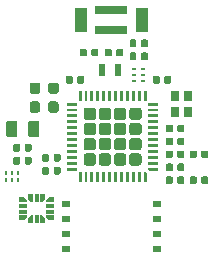
<source format=gbr>
G04 #@! TF.GenerationSoftware,KiCad,Pcbnew,(5.1.5-0-10_14)*
G04 #@! TF.CreationDate,2021-05-03T17:37:28-04:00*
G04 #@! TF.ProjectId,ESLO_RB2,45534c4f-5f52-4423-922e-6b696361645f,rev?*
G04 #@! TF.SameCoordinates,Original*
G04 #@! TF.FileFunction,Paste,Top*
G04 #@! TF.FilePolarity,Positive*
%FSLAX46Y46*%
G04 Gerber Fmt 4.6, Leading zero omitted, Abs format (unit mm)*
G04 Created by KiCad (PCBNEW (5.1.5-0-10_14)) date 2021-05-03 17:37:28*
%MOMM*%
%LPD*%
G04 APERTURE LIST*
%ADD10C,0.100000*%
%ADD11R,0.200000X0.350000*%
%ADD12R,0.600000X1.100000*%
%ADD13R,0.800000X0.900000*%
%ADD14R,0.400000X0.675000*%
%ADD15R,0.675000X0.400000*%
%ADD16R,0.650000X0.500000*%
%ADD17R,0.450000X0.250000*%
%ADD18R,2.800000X0.700000*%
%ADD19R,1.000000X2.000000*%
G04 APERTURE END LIST*
D10*
G36*
X223761958Y-90180710D02*
G01*
X223776276Y-90182834D01*
X223790317Y-90186351D01*
X223803946Y-90191228D01*
X223817031Y-90197417D01*
X223829447Y-90204858D01*
X223841073Y-90213481D01*
X223851798Y-90223202D01*
X223861519Y-90233927D01*
X223870142Y-90245553D01*
X223877583Y-90257969D01*
X223883772Y-90271054D01*
X223888649Y-90284683D01*
X223892166Y-90298724D01*
X223894290Y-90313042D01*
X223895000Y-90327500D01*
X223895000Y-90672500D01*
X223894290Y-90686958D01*
X223892166Y-90701276D01*
X223888649Y-90715317D01*
X223883772Y-90728946D01*
X223877583Y-90742031D01*
X223870142Y-90754447D01*
X223861519Y-90766073D01*
X223851798Y-90776798D01*
X223841073Y-90786519D01*
X223829447Y-90795142D01*
X223817031Y-90802583D01*
X223803946Y-90808772D01*
X223790317Y-90813649D01*
X223776276Y-90817166D01*
X223761958Y-90819290D01*
X223747500Y-90820000D01*
X223452500Y-90820000D01*
X223438042Y-90819290D01*
X223423724Y-90817166D01*
X223409683Y-90813649D01*
X223396054Y-90808772D01*
X223382969Y-90802583D01*
X223370553Y-90795142D01*
X223358927Y-90786519D01*
X223348202Y-90776798D01*
X223338481Y-90766073D01*
X223329858Y-90754447D01*
X223322417Y-90742031D01*
X223316228Y-90728946D01*
X223311351Y-90715317D01*
X223307834Y-90701276D01*
X223305710Y-90686958D01*
X223305000Y-90672500D01*
X223305000Y-90327500D01*
X223305710Y-90313042D01*
X223307834Y-90298724D01*
X223311351Y-90284683D01*
X223316228Y-90271054D01*
X223322417Y-90257969D01*
X223329858Y-90245553D01*
X223338481Y-90233927D01*
X223348202Y-90223202D01*
X223358927Y-90213481D01*
X223370553Y-90204858D01*
X223382969Y-90197417D01*
X223396054Y-90191228D01*
X223409683Y-90186351D01*
X223423724Y-90182834D01*
X223438042Y-90180710D01*
X223452500Y-90180000D01*
X223747500Y-90180000D01*
X223761958Y-90180710D01*
G37*
G36*
X222791958Y-90180710D02*
G01*
X222806276Y-90182834D01*
X222820317Y-90186351D01*
X222833946Y-90191228D01*
X222847031Y-90197417D01*
X222859447Y-90204858D01*
X222871073Y-90213481D01*
X222881798Y-90223202D01*
X222891519Y-90233927D01*
X222900142Y-90245553D01*
X222907583Y-90257969D01*
X222913772Y-90271054D01*
X222918649Y-90284683D01*
X222922166Y-90298724D01*
X222924290Y-90313042D01*
X222925000Y-90327500D01*
X222925000Y-90672500D01*
X222924290Y-90686958D01*
X222922166Y-90701276D01*
X222918649Y-90715317D01*
X222913772Y-90728946D01*
X222907583Y-90742031D01*
X222900142Y-90754447D01*
X222891519Y-90766073D01*
X222881798Y-90776798D01*
X222871073Y-90786519D01*
X222859447Y-90795142D01*
X222847031Y-90802583D01*
X222833946Y-90808772D01*
X222820317Y-90813649D01*
X222806276Y-90817166D01*
X222791958Y-90819290D01*
X222777500Y-90820000D01*
X222482500Y-90820000D01*
X222468042Y-90819290D01*
X222453724Y-90817166D01*
X222439683Y-90813649D01*
X222426054Y-90808772D01*
X222412969Y-90802583D01*
X222400553Y-90795142D01*
X222388927Y-90786519D01*
X222378202Y-90776798D01*
X222368481Y-90766073D01*
X222359858Y-90754447D01*
X222352417Y-90742031D01*
X222346228Y-90728946D01*
X222341351Y-90715317D01*
X222337834Y-90701276D01*
X222335710Y-90686958D01*
X222335000Y-90672500D01*
X222335000Y-90327500D01*
X222335710Y-90313042D01*
X222337834Y-90298724D01*
X222341351Y-90284683D01*
X222346228Y-90271054D01*
X222352417Y-90257969D01*
X222359858Y-90245553D01*
X222368481Y-90233927D01*
X222378202Y-90223202D01*
X222388927Y-90213481D01*
X222400553Y-90204858D01*
X222412969Y-90197417D01*
X222426054Y-90191228D01*
X222439683Y-90186351D01*
X222453724Y-90182834D01*
X222468042Y-90180710D01*
X222482500Y-90180000D01*
X222777500Y-90180000D01*
X222791958Y-90180710D01*
G37*
G36*
X211027691Y-83826053D02*
G01*
X211048926Y-83829203D01*
X211069750Y-83834419D01*
X211089962Y-83841651D01*
X211109368Y-83850830D01*
X211127781Y-83861866D01*
X211145024Y-83874654D01*
X211160930Y-83889070D01*
X211175346Y-83904976D01*
X211188134Y-83922219D01*
X211199170Y-83940632D01*
X211208349Y-83960038D01*
X211215581Y-83980250D01*
X211220797Y-84001074D01*
X211223947Y-84022309D01*
X211225000Y-84043750D01*
X211225000Y-84556250D01*
X211223947Y-84577691D01*
X211220797Y-84598926D01*
X211215581Y-84619750D01*
X211208349Y-84639962D01*
X211199170Y-84659368D01*
X211188134Y-84677781D01*
X211175346Y-84695024D01*
X211160930Y-84710930D01*
X211145024Y-84725346D01*
X211127781Y-84738134D01*
X211109368Y-84749170D01*
X211089962Y-84758349D01*
X211069750Y-84765581D01*
X211048926Y-84770797D01*
X211027691Y-84773947D01*
X211006250Y-84775000D01*
X210568750Y-84775000D01*
X210547309Y-84773947D01*
X210526074Y-84770797D01*
X210505250Y-84765581D01*
X210485038Y-84758349D01*
X210465632Y-84749170D01*
X210447219Y-84738134D01*
X210429976Y-84725346D01*
X210414070Y-84710930D01*
X210399654Y-84695024D01*
X210386866Y-84677781D01*
X210375830Y-84659368D01*
X210366651Y-84639962D01*
X210359419Y-84619750D01*
X210354203Y-84598926D01*
X210351053Y-84577691D01*
X210350000Y-84556250D01*
X210350000Y-84043750D01*
X210351053Y-84022309D01*
X210354203Y-84001074D01*
X210359419Y-83980250D01*
X210366651Y-83960038D01*
X210375830Y-83940632D01*
X210386866Y-83922219D01*
X210399654Y-83904976D01*
X210414070Y-83889070D01*
X210429976Y-83874654D01*
X210447219Y-83861866D01*
X210465632Y-83850830D01*
X210485038Y-83841651D01*
X210505250Y-83834419D01*
X210526074Y-83829203D01*
X210547309Y-83826053D01*
X210568750Y-83825000D01*
X211006250Y-83825000D01*
X211027691Y-83826053D01*
G37*
G36*
X209452691Y-83826053D02*
G01*
X209473926Y-83829203D01*
X209494750Y-83834419D01*
X209514962Y-83841651D01*
X209534368Y-83850830D01*
X209552781Y-83861866D01*
X209570024Y-83874654D01*
X209585930Y-83889070D01*
X209600346Y-83904976D01*
X209613134Y-83922219D01*
X209624170Y-83940632D01*
X209633349Y-83960038D01*
X209640581Y-83980250D01*
X209645797Y-84001074D01*
X209648947Y-84022309D01*
X209650000Y-84043750D01*
X209650000Y-84556250D01*
X209648947Y-84577691D01*
X209645797Y-84598926D01*
X209640581Y-84619750D01*
X209633349Y-84639962D01*
X209624170Y-84659368D01*
X209613134Y-84677781D01*
X209600346Y-84695024D01*
X209585930Y-84710930D01*
X209570024Y-84725346D01*
X209552781Y-84738134D01*
X209534368Y-84749170D01*
X209514962Y-84758349D01*
X209494750Y-84765581D01*
X209473926Y-84770797D01*
X209452691Y-84773947D01*
X209431250Y-84775000D01*
X208993750Y-84775000D01*
X208972309Y-84773947D01*
X208951074Y-84770797D01*
X208930250Y-84765581D01*
X208910038Y-84758349D01*
X208890632Y-84749170D01*
X208872219Y-84738134D01*
X208854976Y-84725346D01*
X208839070Y-84710930D01*
X208824654Y-84695024D01*
X208811866Y-84677781D01*
X208800830Y-84659368D01*
X208791651Y-84639962D01*
X208784419Y-84619750D01*
X208779203Y-84598926D01*
X208776053Y-84577691D01*
X208775000Y-84556250D01*
X208775000Y-84043750D01*
X208776053Y-84022309D01*
X208779203Y-84001074D01*
X208784419Y-83980250D01*
X208791651Y-83960038D01*
X208800830Y-83940632D01*
X208811866Y-83922219D01*
X208824654Y-83904976D01*
X208839070Y-83889070D01*
X208854976Y-83874654D01*
X208872219Y-83861866D01*
X208890632Y-83850830D01*
X208910038Y-83841651D01*
X208930250Y-83834419D01*
X208951074Y-83829203D01*
X208972309Y-83826053D01*
X208993750Y-83825000D01*
X209431250Y-83825000D01*
X209452691Y-83826053D01*
G37*
D11*
X206800000Y-89900000D03*
X206800000Y-90500000D03*
X207300000Y-89900000D03*
X207300000Y-90500000D03*
X207800000Y-89900000D03*
X207800000Y-90500000D03*
D10*
G36*
X209392642Y-85451174D02*
G01*
X209416303Y-85454684D01*
X209439507Y-85460496D01*
X209462029Y-85468554D01*
X209483653Y-85478782D01*
X209504170Y-85491079D01*
X209523383Y-85505329D01*
X209541107Y-85521393D01*
X209557171Y-85539117D01*
X209571421Y-85558330D01*
X209583718Y-85578847D01*
X209593946Y-85600471D01*
X209602004Y-85622993D01*
X209607816Y-85646197D01*
X209611326Y-85669858D01*
X209612500Y-85693750D01*
X209612500Y-86606250D01*
X209611326Y-86630142D01*
X209607816Y-86653803D01*
X209602004Y-86677007D01*
X209593946Y-86699529D01*
X209583718Y-86721153D01*
X209571421Y-86741670D01*
X209557171Y-86760883D01*
X209541107Y-86778607D01*
X209523383Y-86794671D01*
X209504170Y-86808921D01*
X209483653Y-86821218D01*
X209462029Y-86831446D01*
X209439507Y-86839504D01*
X209416303Y-86845316D01*
X209392642Y-86848826D01*
X209368750Y-86850000D01*
X208881250Y-86850000D01*
X208857358Y-86848826D01*
X208833697Y-86845316D01*
X208810493Y-86839504D01*
X208787971Y-86831446D01*
X208766347Y-86821218D01*
X208745830Y-86808921D01*
X208726617Y-86794671D01*
X208708893Y-86778607D01*
X208692829Y-86760883D01*
X208678579Y-86741670D01*
X208666282Y-86721153D01*
X208656054Y-86699529D01*
X208647996Y-86677007D01*
X208642184Y-86653803D01*
X208638674Y-86630142D01*
X208637500Y-86606250D01*
X208637500Y-85693750D01*
X208638674Y-85669858D01*
X208642184Y-85646197D01*
X208647996Y-85622993D01*
X208656054Y-85600471D01*
X208666282Y-85578847D01*
X208678579Y-85558330D01*
X208692829Y-85539117D01*
X208708893Y-85521393D01*
X208726617Y-85505329D01*
X208745830Y-85491079D01*
X208766347Y-85478782D01*
X208787971Y-85468554D01*
X208810493Y-85460496D01*
X208833697Y-85454684D01*
X208857358Y-85451174D01*
X208881250Y-85450000D01*
X209368750Y-85450000D01*
X209392642Y-85451174D01*
G37*
G36*
X207517642Y-85451174D02*
G01*
X207541303Y-85454684D01*
X207564507Y-85460496D01*
X207587029Y-85468554D01*
X207608653Y-85478782D01*
X207629170Y-85491079D01*
X207648383Y-85505329D01*
X207666107Y-85521393D01*
X207682171Y-85539117D01*
X207696421Y-85558330D01*
X207708718Y-85578847D01*
X207718946Y-85600471D01*
X207727004Y-85622993D01*
X207732816Y-85646197D01*
X207736326Y-85669858D01*
X207737500Y-85693750D01*
X207737500Y-86606250D01*
X207736326Y-86630142D01*
X207732816Y-86653803D01*
X207727004Y-86677007D01*
X207718946Y-86699529D01*
X207708718Y-86721153D01*
X207696421Y-86741670D01*
X207682171Y-86760883D01*
X207666107Y-86778607D01*
X207648383Y-86794671D01*
X207629170Y-86808921D01*
X207608653Y-86821218D01*
X207587029Y-86831446D01*
X207564507Y-86839504D01*
X207541303Y-86845316D01*
X207517642Y-86848826D01*
X207493750Y-86850000D01*
X207006250Y-86850000D01*
X206982358Y-86848826D01*
X206958697Y-86845316D01*
X206935493Y-86839504D01*
X206912971Y-86831446D01*
X206891347Y-86821218D01*
X206870830Y-86808921D01*
X206851617Y-86794671D01*
X206833893Y-86778607D01*
X206817829Y-86760883D01*
X206803579Y-86741670D01*
X206791282Y-86721153D01*
X206781054Y-86699529D01*
X206772996Y-86677007D01*
X206767184Y-86653803D01*
X206763674Y-86630142D01*
X206762500Y-86606250D01*
X206762500Y-85693750D01*
X206763674Y-85669858D01*
X206767184Y-85646197D01*
X206772996Y-85622993D01*
X206781054Y-85600471D01*
X206791282Y-85578847D01*
X206803579Y-85558330D01*
X206817829Y-85539117D01*
X206833893Y-85521393D01*
X206851617Y-85505329D01*
X206870830Y-85491079D01*
X206891347Y-85478782D01*
X206912971Y-85468554D01*
X206935493Y-85460496D01*
X206958697Y-85454684D01*
X206982358Y-85451174D01*
X207006250Y-85450000D01*
X207493750Y-85450000D01*
X207517642Y-85451174D01*
G37*
G36*
X208811958Y-87430710D02*
G01*
X208826276Y-87432834D01*
X208840317Y-87436351D01*
X208853946Y-87441228D01*
X208867031Y-87447417D01*
X208879447Y-87454858D01*
X208891073Y-87463481D01*
X208901798Y-87473202D01*
X208911519Y-87483927D01*
X208920142Y-87495553D01*
X208927583Y-87507969D01*
X208933772Y-87521054D01*
X208938649Y-87534683D01*
X208942166Y-87548724D01*
X208944290Y-87563042D01*
X208945000Y-87577500D01*
X208945000Y-87922500D01*
X208944290Y-87936958D01*
X208942166Y-87951276D01*
X208938649Y-87965317D01*
X208933772Y-87978946D01*
X208927583Y-87992031D01*
X208920142Y-88004447D01*
X208911519Y-88016073D01*
X208901798Y-88026798D01*
X208891073Y-88036519D01*
X208879447Y-88045142D01*
X208867031Y-88052583D01*
X208853946Y-88058772D01*
X208840317Y-88063649D01*
X208826276Y-88067166D01*
X208811958Y-88069290D01*
X208797500Y-88070000D01*
X208502500Y-88070000D01*
X208488042Y-88069290D01*
X208473724Y-88067166D01*
X208459683Y-88063649D01*
X208446054Y-88058772D01*
X208432969Y-88052583D01*
X208420553Y-88045142D01*
X208408927Y-88036519D01*
X208398202Y-88026798D01*
X208388481Y-88016073D01*
X208379858Y-88004447D01*
X208372417Y-87992031D01*
X208366228Y-87978946D01*
X208361351Y-87965317D01*
X208357834Y-87951276D01*
X208355710Y-87936958D01*
X208355000Y-87922500D01*
X208355000Y-87577500D01*
X208355710Y-87563042D01*
X208357834Y-87548724D01*
X208361351Y-87534683D01*
X208366228Y-87521054D01*
X208372417Y-87507969D01*
X208379858Y-87495553D01*
X208388481Y-87483927D01*
X208398202Y-87473202D01*
X208408927Y-87463481D01*
X208420553Y-87454858D01*
X208432969Y-87447417D01*
X208446054Y-87441228D01*
X208459683Y-87436351D01*
X208473724Y-87432834D01*
X208488042Y-87430710D01*
X208502500Y-87430000D01*
X208797500Y-87430000D01*
X208811958Y-87430710D01*
G37*
G36*
X207841958Y-87430710D02*
G01*
X207856276Y-87432834D01*
X207870317Y-87436351D01*
X207883946Y-87441228D01*
X207897031Y-87447417D01*
X207909447Y-87454858D01*
X207921073Y-87463481D01*
X207931798Y-87473202D01*
X207941519Y-87483927D01*
X207950142Y-87495553D01*
X207957583Y-87507969D01*
X207963772Y-87521054D01*
X207968649Y-87534683D01*
X207972166Y-87548724D01*
X207974290Y-87563042D01*
X207975000Y-87577500D01*
X207975000Y-87922500D01*
X207974290Y-87936958D01*
X207972166Y-87951276D01*
X207968649Y-87965317D01*
X207963772Y-87978946D01*
X207957583Y-87992031D01*
X207950142Y-88004447D01*
X207941519Y-88016073D01*
X207931798Y-88026798D01*
X207921073Y-88036519D01*
X207909447Y-88045142D01*
X207897031Y-88052583D01*
X207883946Y-88058772D01*
X207870317Y-88063649D01*
X207856276Y-88067166D01*
X207841958Y-88069290D01*
X207827500Y-88070000D01*
X207532500Y-88070000D01*
X207518042Y-88069290D01*
X207503724Y-88067166D01*
X207489683Y-88063649D01*
X207476054Y-88058772D01*
X207462969Y-88052583D01*
X207450553Y-88045142D01*
X207438927Y-88036519D01*
X207428202Y-88026798D01*
X207418481Y-88016073D01*
X207409858Y-88004447D01*
X207402417Y-87992031D01*
X207396228Y-87978946D01*
X207391351Y-87965317D01*
X207387834Y-87951276D01*
X207385710Y-87936958D01*
X207385000Y-87922500D01*
X207385000Y-87577500D01*
X207385710Y-87563042D01*
X207387834Y-87548724D01*
X207391351Y-87534683D01*
X207396228Y-87521054D01*
X207402417Y-87507969D01*
X207409858Y-87495553D01*
X207418481Y-87483927D01*
X207428202Y-87473202D01*
X207438927Y-87463481D01*
X207450553Y-87454858D01*
X207462969Y-87447417D01*
X207476054Y-87441228D01*
X207489683Y-87436351D01*
X207503724Y-87432834D01*
X207518042Y-87430710D01*
X207532500Y-87430000D01*
X207827500Y-87430000D01*
X207841958Y-87430710D01*
G37*
G36*
X207841958Y-88530710D02*
G01*
X207856276Y-88532834D01*
X207870317Y-88536351D01*
X207883946Y-88541228D01*
X207897031Y-88547417D01*
X207909447Y-88554858D01*
X207921073Y-88563481D01*
X207931798Y-88573202D01*
X207941519Y-88583927D01*
X207950142Y-88595553D01*
X207957583Y-88607969D01*
X207963772Y-88621054D01*
X207968649Y-88634683D01*
X207972166Y-88648724D01*
X207974290Y-88663042D01*
X207975000Y-88677500D01*
X207975000Y-89022500D01*
X207974290Y-89036958D01*
X207972166Y-89051276D01*
X207968649Y-89065317D01*
X207963772Y-89078946D01*
X207957583Y-89092031D01*
X207950142Y-89104447D01*
X207941519Y-89116073D01*
X207931798Y-89126798D01*
X207921073Y-89136519D01*
X207909447Y-89145142D01*
X207897031Y-89152583D01*
X207883946Y-89158772D01*
X207870317Y-89163649D01*
X207856276Y-89167166D01*
X207841958Y-89169290D01*
X207827500Y-89170000D01*
X207532500Y-89170000D01*
X207518042Y-89169290D01*
X207503724Y-89167166D01*
X207489683Y-89163649D01*
X207476054Y-89158772D01*
X207462969Y-89152583D01*
X207450553Y-89145142D01*
X207438927Y-89136519D01*
X207428202Y-89126798D01*
X207418481Y-89116073D01*
X207409858Y-89104447D01*
X207402417Y-89092031D01*
X207396228Y-89078946D01*
X207391351Y-89065317D01*
X207387834Y-89051276D01*
X207385710Y-89036958D01*
X207385000Y-89022500D01*
X207385000Y-88677500D01*
X207385710Y-88663042D01*
X207387834Y-88648724D01*
X207391351Y-88634683D01*
X207396228Y-88621054D01*
X207402417Y-88607969D01*
X207409858Y-88595553D01*
X207418481Y-88583927D01*
X207428202Y-88573202D01*
X207438927Y-88563481D01*
X207450553Y-88554858D01*
X207462969Y-88547417D01*
X207476054Y-88541228D01*
X207489683Y-88536351D01*
X207503724Y-88532834D01*
X207518042Y-88530710D01*
X207532500Y-88530000D01*
X207827500Y-88530000D01*
X207841958Y-88530710D01*
G37*
G36*
X208811958Y-88530710D02*
G01*
X208826276Y-88532834D01*
X208840317Y-88536351D01*
X208853946Y-88541228D01*
X208867031Y-88547417D01*
X208879447Y-88554858D01*
X208891073Y-88563481D01*
X208901798Y-88573202D01*
X208911519Y-88583927D01*
X208920142Y-88595553D01*
X208927583Y-88607969D01*
X208933772Y-88621054D01*
X208938649Y-88634683D01*
X208942166Y-88648724D01*
X208944290Y-88663042D01*
X208945000Y-88677500D01*
X208945000Y-89022500D01*
X208944290Y-89036958D01*
X208942166Y-89051276D01*
X208938649Y-89065317D01*
X208933772Y-89078946D01*
X208927583Y-89092031D01*
X208920142Y-89104447D01*
X208911519Y-89116073D01*
X208901798Y-89126798D01*
X208891073Y-89136519D01*
X208879447Y-89145142D01*
X208867031Y-89152583D01*
X208853946Y-89158772D01*
X208840317Y-89163649D01*
X208826276Y-89167166D01*
X208811958Y-89169290D01*
X208797500Y-89170000D01*
X208502500Y-89170000D01*
X208488042Y-89169290D01*
X208473724Y-89167166D01*
X208459683Y-89163649D01*
X208446054Y-89158772D01*
X208432969Y-89152583D01*
X208420553Y-89145142D01*
X208408927Y-89136519D01*
X208398202Y-89126798D01*
X208388481Y-89116073D01*
X208379858Y-89104447D01*
X208372417Y-89092031D01*
X208366228Y-89078946D01*
X208361351Y-89065317D01*
X208357834Y-89051276D01*
X208355710Y-89036958D01*
X208355000Y-89022500D01*
X208355000Y-88677500D01*
X208355710Y-88663042D01*
X208357834Y-88648724D01*
X208361351Y-88634683D01*
X208366228Y-88621054D01*
X208372417Y-88607969D01*
X208379858Y-88595553D01*
X208388481Y-88583927D01*
X208398202Y-88573202D01*
X208408927Y-88563481D01*
X208420553Y-88554858D01*
X208432969Y-88547417D01*
X208446054Y-88541228D01*
X208459683Y-88536351D01*
X208473724Y-88532834D01*
X208488042Y-88530710D01*
X208502500Y-88530000D01*
X208797500Y-88530000D01*
X208811958Y-88530710D01*
G37*
D12*
X214900000Y-81200000D03*
X216300000Y-81200000D03*
D10*
G36*
X211040191Y-82226053D02*
G01*
X211061426Y-82229203D01*
X211082250Y-82234419D01*
X211102462Y-82241651D01*
X211121868Y-82250830D01*
X211140281Y-82261866D01*
X211157524Y-82274654D01*
X211173430Y-82289070D01*
X211187846Y-82304976D01*
X211200634Y-82322219D01*
X211211670Y-82340632D01*
X211220849Y-82360038D01*
X211228081Y-82380250D01*
X211233297Y-82401074D01*
X211236447Y-82422309D01*
X211237500Y-82443750D01*
X211237500Y-82956250D01*
X211236447Y-82977691D01*
X211233297Y-82998926D01*
X211228081Y-83019750D01*
X211220849Y-83039962D01*
X211211670Y-83059368D01*
X211200634Y-83077781D01*
X211187846Y-83095024D01*
X211173430Y-83110930D01*
X211157524Y-83125346D01*
X211140281Y-83138134D01*
X211121868Y-83149170D01*
X211102462Y-83158349D01*
X211082250Y-83165581D01*
X211061426Y-83170797D01*
X211040191Y-83173947D01*
X211018750Y-83175000D01*
X210581250Y-83175000D01*
X210559809Y-83173947D01*
X210538574Y-83170797D01*
X210517750Y-83165581D01*
X210497538Y-83158349D01*
X210478132Y-83149170D01*
X210459719Y-83138134D01*
X210442476Y-83125346D01*
X210426570Y-83110930D01*
X210412154Y-83095024D01*
X210399366Y-83077781D01*
X210388330Y-83059368D01*
X210379151Y-83039962D01*
X210371919Y-83019750D01*
X210366703Y-82998926D01*
X210363553Y-82977691D01*
X210362500Y-82956250D01*
X210362500Y-82443750D01*
X210363553Y-82422309D01*
X210366703Y-82401074D01*
X210371919Y-82380250D01*
X210379151Y-82360038D01*
X210388330Y-82340632D01*
X210399366Y-82322219D01*
X210412154Y-82304976D01*
X210426570Y-82289070D01*
X210442476Y-82274654D01*
X210459719Y-82261866D01*
X210478132Y-82250830D01*
X210497538Y-82241651D01*
X210517750Y-82234419D01*
X210538574Y-82229203D01*
X210559809Y-82226053D01*
X210581250Y-82225000D01*
X211018750Y-82225000D01*
X211040191Y-82226053D01*
G37*
G36*
X209465191Y-82226053D02*
G01*
X209486426Y-82229203D01*
X209507250Y-82234419D01*
X209527462Y-82241651D01*
X209546868Y-82250830D01*
X209565281Y-82261866D01*
X209582524Y-82274654D01*
X209598430Y-82289070D01*
X209612846Y-82304976D01*
X209625634Y-82322219D01*
X209636670Y-82340632D01*
X209645849Y-82360038D01*
X209653081Y-82380250D01*
X209658297Y-82401074D01*
X209661447Y-82422309D01*
X209662500Y-82443750D01*
X209662500Y-82956250D01*
X209661447Y-82977691D01*
X209658297Y-82998926D01*
X209653081Y-83019750D01*
X209645849Y-83039962D01*
X209636670Y-83059368D01*
X209625634Y-83077781D01*
X209612846Y-83095024D01*
X209598430Y-83110930D01*
X209582524Y-83125346D01*
X209565281Y-83138134D01*
X209546868Y-83149170D01*
X209527462Y-83158349D01*
X209507250Y-83165581D01*
X209486426Y-83170797D01*
X209465191Y-83173947D01*
X209443750Y-83175000D01*
X209006250Y-83175000D01*
X208984809Y-83173947D01*
X208963574Y-83170797D01*
X208942750Y-83165581D01*
X208922538Y-83158349D01*
X208903132Y-83149170D01*
X208884719Y-83138134D01*
X208867476Y-83125346D01*
X208851570Y-83110930D01*
X208837154Y-83095024D01*
X208824366Y-83077781D01*
X208813330Y-83059368D01*
X208804151Y-83039962D01*
X208796919Y-83019750D01*
X208791703Y-82998926D01*
X208788553Y-82977691D01*
X208787500Y-82956250D01*
X208787500Y-82443750D01*
X208788553Y-82422309D01*
X208791703Y-82401074D01*
X208796919Y-82380250D01*
X208804151Y-82360038D01*
X208813330Y-82340632D01*
X208824366Y-82322219D01*
X208837154Y-82304976D01*
X208851570Y-82289070D01*
X208867476Y-82274654D01*
X208884719Y-82261866D01*
X208903132Y-82250830D01*
X208922538Y-82241651D01*
X208942750Y-82234419D01*
X208963574Y-82229203D01*
X208984809Y-82226053D01*
X209006250Y-82225000D01*
X209443750Y-82225000D01*
X209465191Y-82226053D01*
G37*
D13*
X221050000Y-84750000D03*
X221050000Y-83350000D03*
X222150000Y-83350000D03*
X222150000Y-84750000D03*
D10*
G36*
X213491958Y-79380710D02*
G01*
X213506276Y-79382834D01*
X213520317Y-79386351D01*
X213533946Y-79391228D01*
X213547031Y-79397417D01*
X213559447Y-79404858D01*
X213571073Y-79413481D01*
X213581798Y-79423202D01*
X213591519Y-79433927D01*
X213600142Y-79445553D01*
X213607583Y-79457969D01*
X213613772Y-79471054D01*
X213618649Y-79484683D01*
X213622166Y-79498724D01*
X213624290Y-79513042D01*
X213625000Y-79527500D01*
X213625000Y-79872500D01*
X213624290Y-79886958D01*
X213622166Y-79901276D01*
X213618649Y-79915317D01*
X213613772Y-79928946D01*
X213607583Y-79942031D01*
X213600142Y-79954447D01*
X213591519Y-79966073D01*
X213581798Y-79976798D01*
X213571073Y-79986519D01*
X213559447Y-79995142D01*
X213547031Y-80002583D01*
X213533946Y-80008772D01*
X213520317Y-80013649D01*
X213506276Y-80017166D01*
X213491958Y-80019290D01*
X213477500Y-80020000D01*
X213182500Y-80020000D01*
X213168042Y-80019290D01*
X213153724Y-80017166D01*
X213139683Y-80013649D01*
X213126054Y-80008772D01*
X213112969Y-80002583D01*
X213100553Y-79995142D01*
X213088927Y-79986519D01*
X213078202Y-79976798D01*
X213068481Y-79966073D01*
X213059858Y-79954447D01*
X213052417Y-79942031D01*
X213046228Y-79928946D01*
X213041351Y-79915317D01*
X213037834Y-79901276D01*
X213035710Y-79886958D01*
X213035000Y-79872500D01*
X213035000Y-79527500D01*
X213035710Y-79513042D01*
X213037834Y-79498724D01*
X213041351Y-79484683D01*
X213046228Y-79471054D01*
X213052417Y-79457969D01*
X213059858Y-79445553D01*
X213068481Y-79433927D01*
X213078202Y-79423202D01*
X213088927Y-79413481D01*
X213100553Y-79404858D01*
X213112969Y-79397417D01*
X213126054Y-79391228D01*
X213139683Y-79386351D01*
X213153724Y-79382834D01*
X213168042Y-79380710D01*
X213182500Y-79380000D01*
X213477500Y-79380000D01*
X213491958Y-79380710D01*
G37*
G36*
X214461958Y-79380710D02*
G01*
X214476276Y-79382834D01*
X214490317Y-79386351D01*
X214503946Y-79391228D01*
X214517031Y-79397417D01*
X214529447Y-79404858D01*
X214541073Y-79413481D01*
X214551798Y-79423202D01*
X214561519Y-79433927D01*
X214570142Y-79445553D01*
X214577583Y-79457969D01*
X214583772Y-79471054D01*
X214588649Y-79484683D01*
X214592166Y-79498724D01*
X214594290Y-79513042D01*
X214595000Y-79527500D01*
X214595000Y-79872500D01*
X214594290Y-79886958D01*
X214592166Y-79901276D01*
X214588649Y-79915317D01*
X214583772Y-79928946D01*
X214577583Y-79942031D01*
X214570142Y-79954447D01*
X214561519Y-79966073D01*
X214551798Y-79976798D01*
X214541073Y-79986519D01*
X214529447Y-79995142D01*
X214517031Y-80002583D01*
X214503946Y-80008772D01*
X214490317Y-80013649D01*
X214476276Y-80017166D01*
X214461958Y-80019290D01*
X214447500Y-80020000D01*
X214152500Y-80020000D01*
X214138042Y-80019290D01*
X214123724Y-80017166D01*
X214109683Y-80013649D01*
X214096054Y-80008772D01*
X214082969Y-80002583D01*
X214070553Y-79995142D01*
X214058927Y-79986519D01*
X214048202Y-79976798D01*
X214038481Y-79966073D01*
X214029858Y-79954447D01*
X214022417Y-79942031D01*
X214016228Y-79928946D01*
X214011351Y-79915317D01*
X214007834Y-79901276D01*
X214005710Y-79886958D01*
X214005000Y-79872500D01*
X214005000Y-79527500D01*
X214005710Y-79513042D01*
X214007834Y-79498724D01*
X214011351Y-79484683D01*
X214016228Y-79471054D01*
X214022417Y-79457969D01*
X214029858Y-79445553D01*
X214038481Y-79433927D01*
X214048202Y-79423202D01*
X214058927Y-79413481D01*
X214070553Y-79404858D01*
X214082969Y-79397417D01*
X214096054Y-79391228D01*
X214109683Y-79386351D01*
X214123724Y-79382834D01*
X214138042Y-79380710D01*
X214152500Y-79380000D01*
X214447500Y-79380000D01*
X214461958Y-79380710D01*
G37*
G36*
X215591958Y-79380710D02*
G01*
X215606276Y-79382834D01*
X215620317Y-79386351D01*
X215633946Y-79391228D01*
X215647031Y-79397417D01*
X215659447Y-79404858D01*
X215671073Y-79413481D01*
X215681798Y-79423202D01*
X215691519Y-79433927D01*
X215700142Y-79445553D01*
X215707583Y-79457969D01*
X215713772Y-79471054D01*
X215718649Y-79484683D01*
X215722166Y-79498724D01*
X215724290Y-79513042D01*
X215725000Y-79527500D01*
X215725000Y-79872500D01*
X215724290Y-79886958D01*
X215722166Y-79901276D01*
X215718649Y-79915317D01*
X215713772Y-79928946D01*
X215707583Y-79942031D01*
X215700142Y-79954447D01*
X215691519Y-79966073D01*
X215681798Y-79976798D01*
X215671073Y-79986519D01*
X215659447Y-79995142D01*
X215647031Y-80002583D01*
X215633946Y-80008772D01*
X215620317Y-80013649D01*
X215606276Y-80017166D01*
X215591958Y-80019290D01*
X215577500Y-80020000D01*
X215282500Y-80020000D01*
X215268042Y-80019290D01*
X215253724Y-80017166D01*
X215239683Y-80013649D01*
X215226054Y-80008772D01*
X215212969Y-80002583D01*
X215200553Y-79995142D01*
X215188927Y-79986519D01*
X215178202Y-79976798D01*
X215168481Y-79966073D01*
X215159858Y-79954447D01*
X215152417Y-79942031D01*
X215146228Y-79928946D01*
X215141351Y-79915317D01*
X215137834Y-79901276D01*
X215135710Y-79886958D01*
X215135000Y-79872500D01*
X215135000Y-79527500D01*
X215135710Y-79513042D01*
X215137834Y-79498724D01*
X215141351Y-79484683D01*
X215146228Y-79471054D01*
X215152417Y-79457969D01*
X215159858Y-79445553D01*
X215168481Y-79433927D01*
X215178202Y-79423202D01*
X215188927Y-79413481D01*
X215200553Y-79404858D01*
X215212969Y-79397417D01*
X215226054Y-79391228D01*
X215239683Y-79386351D01*
X215253724Y-79382834D01*
X215268042Y-79380710D01*
X215282500Y-79380000D01*
X215577500Y-79380000D01*
X215591958Y-79380710D01*
G37*
G36*
X216561958Y-79380710D02*
G01*
X216576276Y-79382834D01*
X216590317Y-79386351D01*
X216603946Y-79391228D01*
X216617031Y-79397417D01*
X216629447Y-79404858D01*
X216641073Y-79413481D01*
X216651798Y-79423202D01*
X216661519Y-79433927D01*
X216670142Y-79445553D01*
X216677583Y-79457969D01*
X216683772Y-79471054D01*
X216688649Y-79484683D01*
X216692166Y-79498724D01*
X216694290Y-79513042D01*
X216695000Y-79527500D01*
X216695000Y-79872500D01*
X216694290Y-79886958D01*
X216692166Y-79901276D01*
X216688649Y-79915317D01*
X216683772Y-79928946D01*
X216677583Y-79942031D01*
X216670142Y-79954447D01*
X216661519Y-79966073D01*
X216651798Y-79976798D01*
X216641073Y-79986519D01*
X216629447Y-79995142D01*
X216617031Y-80002583D01*
X216603946Y-80008772D01*
X216590317Y-80013649D01*
X216576276Y-80017166D01*
X216561958Y-80019290D01*
X216547500Y-80020000D01*
X216252500Y-80020000D01*
X216238042Y-80019290D01*
X216223724Y-80017166D01*
X216209683Y-80013649D01*
X216196054Y-80008772D01*
X216182969Y-80002583D01*
X216170553Y-79995142D01*
X216158927Y-79986519D01*
X216148202Y-79976798D01*
X216138481Y-79966073D01*
X216129858Y-79954447D01*
X216122417Y-79942031D01*
X216116228Y-79928946D01*
X216111351Y-79915317D01*
X216107834Y-79901276D01*
X216105710Y-79886958D01*
X216105000Y-79872500D01*
X216105000Y-79527500D01*
X216105710Y-79513042D01*
X216107834Y-79498724D01*
X216111351Y-79484683D01*
X216116228Y-79471054D01*
X216122417Y-79457969D01*
X216129858Y-79445553D01*
X216138481Y-79433927D01*
X216148202Y-79423202D01*
X216158927Y-79413481D01*
X216170553Y-79404858D01*
X216182969Y-79397417D01*
X216196054Y-79391228D01*
X216209683Y-79386351D01*
X216223724Y-79382834D01*
X216238042Y-79380710D01*
X216252500Y-79380000D01*
X216547500Y-79380000D01*
X216561958Y-79380710D01*
G37*
G36*
X209662500Y-93450000D02*
G01*
X209812500Y-93450000D01*
X210062500Y-93700000D01*
X210062500Y-94125000D01*
X209662500Y-94125000D01*
X209662500Y-93450000D01*
G37*
D14*
X209362500Y-93787500D03*
D10*
G36*
X208662500Y-93700000D02*
G01*
X208912500Y-93450000D01*
X209062500Y-93450000D01*
X209062500Y-94125000D01*
X208662500Y-94125000D01*
X208662500Y-93700000D01*
G37*
G36*
X207887500Y-93450000D02*
G01*
X208562500Y-93450000D01*
X208562500Y-93600000D01*
X208312500Y-93850000D01*
X207887500Y-93850000D01*
X207887500Y-93450000D01*
G37*
D15*
X208225000Y-93150000D03*
X208225000Y-92650000D03*
D10*
G36*
X207887500Y-91950000D02*
G01*
X208312500Y-91950000D01*
X208562500Y-92200000D01*
X208562500Y-92350000D01*
X207887500Y-92350000D01*
X207887500Y-91950000D01*
G37*
G36*
X208662500Y-92100000D02*
G01*
X208662500Y-91675000D01*
X209062500Y-91675000D01*
X209062500Y-92350000D01*
X208912500Y-92350000D01*
X208662500Y-92100000D01*
G37*
D14*
X209362500Y-92012500D03*
D10*
G36*
X209662500Y-91675000D02*
G01*
X210062500Y-91675000D01*
X210062500Y-92100000D01*
X209812500Y-92350000D01*
X209662500Y-92350000D01*
X209662500Y-91675000D01*
G37*
G36*
X210162500Y-92200000D02*
G01*
X210412500Y-91950000D01*
X210837500Y-91950000D01*
X210837500Y-92350000D01*
X210162500Y-92350000D01*
X210162500Y-92200000D01*
G37*
D15*
X210500000Y-92650000D03*
X210500000Y-93150000D03*
D10*
G36*
X210162500Y-93600000D02*
G01*
X210162500Y-93450000D01*
X210837500Y-93450000D01*
X210837500Y-93850000D01*
X210412500Y-93850000D01*
X210162500Y-93600000D01*
G37*
D16*
X211825000Y-96310000D03*
X219575000Y-96310000D03*
X211825000Y-95040000D03*
X219575000Y-95040000D03*
X211825000Y-93770000D03*
X219575000Y-93770000D03*
X211825000Y-92500000D03*
X219575000Y-92500000D03*
D17*
X217590000Y-82100000D03*
X218410000Y-82100000D03*
X217590000Y-81600000D03*
X218410000Y-81600000D03*
X217590000Y-81100000D03*
X218410000Y-81100000D03*
D10*
G36*
X219618626Y-83925301D02*
G01*
X219624693Y-83926201D01*
X219630643Y-83927691D01*
X219636418Y-83929758D01*
X219641962Y-83932380D01*
X219647223Y-83935533D01*
X219652150Y-83939187D01*
X219656694Y-83943306D01*
X219660813Y-83947850D01*
X219664467Y-83952777D01*
X219667620Y-83958038D01*
X219670242Y-83963582D01*
X219672309Y-83969357D01*
X219673799Y-83975307D01*
X219674699Y-83981374D01*
X219675000Y-83987500D01*
X219675000Y-84112500D01*
X219674699Y-84118626D01*
X219673799Y-84124693D01*
X219672309Y-84130643D01*
X219670242Y-84136418D01*
X219667620Y-84141962D01*
X219664467Y-84147223D01*
X219660813Y-84152150D01*
X219656694Y-84156694D01*
X219652150Y-84160813D01*
X219647223Y-84164467D01*
X219641962Y-84167620D01*
X219636418Y-84170242D01*
X219630643Y-84172309D01*
X219624693Y-84173799D01*
X219618626Y-84174699D01*
X219612500Y-84175000D01*
X218862500Y-84175000D01*
X218856374Y-84174699D01*
X218850307Y-84173799D01*
X218844357Y-84172309D01*
X218838582Y-84170242D01*
X218833038Y-84167620D01*
X218827777Y-84164467D01*
X218822850Y-84160813D01*
X218818306Y-84156694D01*
X218814187Y-84152150D01*
X218810533Y-84147223D01*
X218807380Y-84141962D01*
X218804758Y-84136418D01*
X218802691Y-84130643D01*
X218801201Y-84124693D01*
X218800301Y-84118626D01*
X218800000Y-84112500D01*
X218800000Y-83987500D01*
X218800301Y-83981374D01*
X218801201Y-83975307D01*
X218802691Y-83969357D01*
X218804758Y-83963582D01*
X218807380Y-83958038D01*
X218810533Y-83952777D01*
X218814187Y-83947850D01*
X218818306Y-83943306D01*
X218822850Y-83939187D01*
X218827777Y-83935533D01*
X218833038Y-83932380D01*
X218838582Y-83929758D01*
X218844357Y-83927691D01*
X218850307Y-83926201D01*
X218856374Y-83925301D01*
X218862500Y-83925000D01*
X219612500Y-83925000D01*
X219618626Y-83925301D01*
G37*
G36*
X219618626Y-84425301D02*
G01*
X219624693Y-84426201D01*
X219630643Y-84427691D01*
X219636418Y-84429758D01*
X219641962Y-84432380D01*
X219647223Y-84435533D01*
X219652150Y-84439187D01*
X219656694Y-84443306D01*
X219660813Y-84447850D01*
X219664467Y-84452777D01*
X219667620Y-84458038D01*
X219670242Y-84463582D01*
X219672309Y-84469357D01*
X219673799Y-84475307D01*
X219674699Y-84481374D01*
X219675000Y-84487500D01*
X219675000Y-84612500D01*
X219674699Y-84618626D01*
X219673799Y-84624693D01*
X219672309Y-84630643D01*
X219670242Y-84636418D01*
X219667620Y-84641962D01*
X219664467Y-84647223D01*
X219660813Y-84652150D01*
X219656694Y-84656694D01*
X219652150Y-84660813D01*
X219647223Y-84664467D01*
X219641962Y-84667620D01*
X219636418Y-84670242D01*
X219630643Y-84672309D01*
X219624693Y-84673799D01*
X219618626Y-84674699D01*
X219612500Y-84675000D01*
X218862500Y-84675000D01*
X218856374Y-84674699D01*
X218850307Y-84673799D01*
X218844357Y-84672309D01*
X218838582Y-84670242D01*
X218833038Y-84667620D01*
X218827777Y-84664467D01*
X218822850Y-84660813D01*
X218818306Y-84656694D01*
X218814187Y-84652150D01*
X218810533Y-84647223D01*
X218807380Y-84641962D01*
X218804758Y-84636418D01*
X218802691Y-84630643D01*
X218801201Y-84624693D01*
X218800301Y-84618626D01*
X218800000Y-84612500D01*
X218800000Y-84487500D01*
X218800301Y-84481374D01*
X218801201Y-84475307D01*
X218802691Y-84469357D01*
X218804758Y-84463582D01*
X218807380Y-84458038D01*
X218810533Y-84452777D01*
X218814187Y-84447850D01*
X218818306Y-84443306D01*
X218822850Y-84439187D01*
X218827777Y-84435533D01*
X218833038Y-84432380D01*
X218838582Y-84429758D01*
X218844357Y-84427691D01*
X218850307Y-84426201D01*
X218856374Y-84425301D01*
X218862500Y-84425000D01*
X219612500Y-84425000D01*
X219618626Y-84425301D01*
G37*
G36*
X219618626Y-84925301D02*
G01*
X219624693Y-84926201D01*
X219630643Y-84927691D01*
X219636418Y-84929758D01*
X219641962Y-84932380D01*
X219647223Y-84935533D01*
X219652150Y-84939187D01*
X219656694Y-84943306D01*
X219660813Y-84947850D01*
X219664467Y-84952777D01*
X219667620Y-84958038D01*
X219670242Y-84963582D01*
X219672309Y-84969357D01*
X219673799Y-84975307D01*
X219674699Y-84981374D01*
X219675000Y-84987500D01*
X219675000Y-85112500D01*
X219674699Y-85118626D01*
X219673799Y-85124693D01*
X219672309Y-85130643D01*
X219670242Y-85136418D01*
X219667620Y-85141962D01*
X219664467Y-85147223D01*
X219660813Y-85152150D01*
X219656694Y-85156694D01*
X219652150Y-85160813D01*
X219647223Y-85164467D01*
X219641962Y-85167620D01*
X219636418Y-85170242D01*
X219630643Y-85172309D01*
X219624693Y-85173799D01*
X219618626Y-85174699D01*
X219612500Y-85175000D01*
X218862500Y-85175000D01*
X218856374Y-85174699D01*
X218850307Y-85173799D01*
X218844357Y-85172309D01*
X218838582Y-85170242D01*
X218833038Y-85167620D01*
X218827777Y-85164467D01*
X218822850Y-85160813D01*
X218818306Y-85156694D01*
X218814187Y-85152150D01*
X218810533Y-85147223D01*
X218807380Y-85141962D01*
X218804758Y-85136418D01*
X218802691Y-85130643D01*
X218801201Y-85124693D01*
X218800301Y-85118626D01*
X218800000Y-85112500D01*
X218800000Y-84987500D01*
X218800301Y-84981374D01*
X218801201Y-84975307D01*
X218802691Y-84969357D01*
X218804758Y-84963582D01*
X218807380Y-84958038D01*
X218810533Y-84952777D01*
X218814187Y-84947850D01*
X218818306Y-84943306D01*
X218822850Y-84939187D01*
X218827777Y-84935533D01*
X218833038Y-84932380D01*
X218838582Y-84929758D01*
X218844357Y-84927691D01*
X218850307Y-84926201D01*
X218856374Y-84925301D01*
X218862500Y-84925000D01*
X219612500Y-84925000D01*
X219618626Y-84925301D01*
G37*
G36*
X219618626Y-85425301D02*
G01*
X219624693Y-85426201D01*
X219630643Y-85427691D01*
X219636418Y-85429758D01*
X219641962Y-85432380D01*
X219647223Y-85435533D01*
X219652150Y-85439187D01*
X219656694Y-85443306D01*
X219660813Y-85447850D01*
X219664467Y-85452777D01*
X219667620Y-85458038D01*
X219670242Y-85463582D01*
X219672309Y-85469357D01*
X219673799Y-85475307D01*
X219674699Y-85481374D01*
X219675000Y-85487500D01*
X219675000Y-85612500D01*
X219674699Y-85618626D01*
X219673799Y-85624693D01*
X219672309Y-85630643D01*
X219670242Y-85636418D01*
X219667620Y-85641962D01*
X219664467Y-85647223D01*
X219660813Y-85652150D01*
X219656694Y-85656694D01*
X219652150Y-85660813D01*
X219647223Y-85664467D01*
X219641962Y-85667620D01*
X219636418Y-85670242D01*
X219630643Y-85672309D01*
X219624693Y-85673799D01*
X219618626Y-85674699D01*
X219612500Y-85675000D01*
X218862500Y-85675000D01*
X218856374Y-85674699D01*
X218850307Y-85673799D01*
X218844357Y-85672309D01*
X218838582Y-85670242D01*
X218833038Y-85667620D01*
X218827777Y-85664467D01*
X218822850Y-85660813D01*
X218818306Y-85656694D01*
X218814187Y-85652150D01*
X218810533Y-85647223D01*
X218807380Y-85641962D01*
X218804758Y-85636418D01*
X218802691Y-85630643D01*
X218801201Y-85624693D01*
X218800301Y-85618626D01*
X218800000Y-85612500D01*
X218800000Y-85487500D01*
X218800301Y-85481374D01*
X218801201Y-85475307D01*
X218802691Y-85469357D01*
X218804758Y-85463582D01*
X218807380Y-85458038D01*
X218810533Y-85452777D01*
X218814187Y-85447850D01*
X218818306Y-85443306D01*
X218822850Y-85439187D01*
X218827777Y-85435533D01*
X218833038Y-85432380D01*
X218838582Y-85429758D01*
X218844357Y-85427691D01*
X218850307Y-85426201D01*
X218856374Y-85425301D01*
X218862500Y-85425000D01*
X219612500Y-85425000D01*
X219618626Y-85425301D01*
G37*
G36*
X219618626Y-85925301D02*
G01*
X219624693Y-85926201D01*
X219630643Y-85927691D01*
X219636418Y-85929758D01*
X219641962Y-85932380D01*
X219647223Y-85935533D01*
X219652150Y-85939187D01*
X219656694Y-85943306D01*
X219660813Y-85947850D01*
X219664467Y-85952777D01*
X219667620Y-85958038D01*
X219670242Y-85963582D01*
X219672309Y-85969357D01*
X219673799Y-85975307D01*
X219674699Y-85981374D01*
X219675000Y-85987500D01*
X219675000Y-86112500D01*
X219674699Y-86118626D01*
X219673799Y-86124693D01*
X219672309Y-86130643D01*
X219670242Y-86136418D01*
X219667620Y-86141962D01*
X219664467Y-86147223D01*
X219660813Y-86152150D01*
X219656694Y-86156694D01*
X219652150Y-86160813D01*
X219647223Y-86164467D01*
X219641962Y-86167620D01*
X219636418Y-86170242D01*
X219630643Y-86172309D01*
X219624693Y-86173799D01*
X219618626Y-86174699D01*
X219612500Y-86175000D01*
X218862500Y-86175000D01*
X218856374Y-86174699D01*
X218850307Y-86173799D01*
X218844357Y-86172309D01*
X218838582Y-86170242D01*
X218833038Y-86167620D01*
X218827777Y-86164467D01*
X218822850Y-86160813D01*
X218818306Y-86156694D01*
X218814187Y-86152150D01*
X218810533Y-86147223D01*
X218807380Y-86141962D01*
X218804758Y-86136418D01*
X218802691Y-86130643D01*
X218801201Y-86124693D01*
X218800301Y-86118626D01*
X218800000Y-86112500D01*
X218800000Y-85987500D01*
X218800301Y-85981374D01*
X218801201Y-85975307D01*
X218802691Y-85969357D01*
X218804758Y-85963582D01*
X218807380Y-85958038D01*
X218810533Y-85952777D01*
X218814187Y-85947850D01*
X218818306Y-85943306D01*
X218822850Y-85939187D01*
X218827777Y-85935533D01*
X218833038Y-85932380D01*
X218838582Y-85929758D01*
X218844357Y-85927691D01*
X218850307Y-85926201D01*
X218856374Y-85925301D01*
X218862500Y-85925000D01*
X219612500Y-85925000D01*
X219618626Y-85925301D01*
G37*
G36*
X219618626Y-86425301D02*
G01*
X219624693Y-86426201D01*
X219630643Y-86427691D01*
X219636418Y-86429758D01*
X219641962Y-86432380D01*
X219647223Y-86435533D01*
X219652150Y-86439187D01*
X219656694Y-86443306D01*
X219660813Y-86447850D01*
X219664467Y-86452777D01*
X219667620Y-86458038D01*
X219670242Y-86463582D01*
X219672309Y-86469357D01*
X219673799Y-86475307D01*
X219674699Y-86481374D01*
X219675000Y-86487500D01*
X219675000Y-86612500D01*
X219674699Y-86618626D01*
X219673799Y-86624693D01*
X219672309Y-86630643D01*
X219670242Y-86636418D01*
X219667620Y-86641962D01*
X219664467Y-86647223D01*
X219660813Y-86652150D01*
X219656694Y-86656694D01*
X219652150Y-86660813D01*
X219647223Y-86664467D01*
X219641962Y-86667620D01*
X219636418Y-86670242D01*
X219630643Y-86672309D01*
X219624693Y-86673799D01*
X219618626Y-86674699D01*
X219612500Y-86675000D01*
X218862500Y-86675000D01*
X218856374Y-86674699D01*
X218850307Y-86673799D01*
X218844357Y-86672309D01*
X218838582Y-86670242D01*
X218833038Y-86667620D01*
X218827777Y-86664467D01*
X218822850Y-86660813D01*
X218818306Y-86656694D01*
X218814187Y-86652150D01*
X218810533Y-86647223D01*
X218807380Y-86641962D01*
X218804758Y-86636418D01*
X218802691Y-86630643D01*
X218801201Y-86624693D01*
X218800301Y-86618626D01*
X218800000Y-86612500D01*
X218800000Y-86487500D01*
X218800301Y-86481374D01*
X218801201Y-86475307D01*
X218802691Y-86469357D01*
X218804758Y-86463582D01*
X218807380Y-86458038D01*
X218810533Y-86452777D01*
X218814187Y-86447850D01*
X218818306Y-86443306D01*
X218822850Y-86439187D01*
X218827777Y-86435533D01*
X218833038Y-86432380D01*
X218838582Y-86429758D01*
X218844357Y-86427691D01*
X218850307Y-86426201D01*
X218856374Y-86425301D01*
X218862500Y-86425000D01*
X219612500Y-86425000D01*
X219618626Y-86425301D01*
G37*
G36*
X219618626Y-86925301D02*
G01*
X219624693Y-86926201D01*
X219630643Y-86927691D01*
X219636418Y-86929758D01*
X219641962Y-86932380D01*
X219647223Y-86935533D01*
X219652150Y-86939187D01*
X219656694Y-86943306D01*
X219660813Y-86947850D01*
X219664467Y-86952777D01*
X219667620Y-86958038D01*
X219670242Y-86963582D01*
X219672309Y-86969357D01*
X219673799Y-86975307D01*
X219674699Y-86981374D01*
X219675000Y-86987500D01*
X219675000Y-87112500D01*
X219674699Y-87118626D01*
X219673799Y-87124693D01*
X219672309Y-87130643D01*
X219670242Y-87136418D01*
X219667620Y-87141962D01*
X219664467Y-87147223D01*
X219660813Y-87152150D01*
X219656694Y-87156694D01*
X219652150Y-87160813D01*
X219647223Y-87164467D01*
X219641962Y-87167620D01*
X219636418Y-87170242D01*
X219630643Y-87172309D01*
X219624693Y-87173799D01*
X219618626Y-87174699D01*
X219612500Y-87175000D01*
X218862500Y-87175000D01*
X218856374Y-87174699D01*
X218850307Y-87173799D01*
X218844357Y-87172309D01*
X218838582Y-87170242D01*
X218833038Y-87167620D01*
X218827777Y-87164467D01*
X218822850Y-87160813D01*
X218818306Y-87156694D01*
X218814187Y-87152150D01*
X218810533Y-87147223D01*
X218807380Y-87141962D01*
X218804758Y-87136418D01*
X218802691Y-87130643D01*
X218801201Y-87124693D01*
X218800301Y-87118626D01*
X218800000Y-87112500D01*
X218800000Y-86987500D01*
X218800301Y-86981374D01*
X218801201Y-86975307D01*
X218802691Y-86969357D01*
X218804758Y-86963582D01*
X218807380Y-86958038D01*
X218810533Y-86952777D01*
X218814187Y-86947850D01*
X218818306Y-86943306D01*
X218822850Y-86939187D01*
X218827777Y-86935533D01*
X218833038Y-86932380D01*
X218838582Y-86929758D01*
X218844357Y-86927691D01*
X218850307Y-86926201D01*
X218856374Y-86925301D01*
X218862500Y-86925000D01*
X219612500Y-86925000D01*
X219618626Y-86925301D01*
G37*
G36*
X219618626Y-87425301D02*
G01*
X219624693Y-87426201D01*
X219630643Y-87427691D01*
X219636418Y-87429758D01*
X219641962Y-87432380D01*
X219647223Y-87435533D01*
X219652150Y-87439187D01*
X219656694Y-87443306D01*
X219660813Y-87447850D01*
X219664467Y-87452777D01*
X219667620Y-87458038D01*
X219670242Y-87463582D01*
X219672309Y-87469357D01*
X219673799Y-87475307D01*
X219674699Y-87481374D01*
X219675000Y-87487500D01*
X219675000Y-87612500D01*
X219674699Y-87618626D01*
X219673799Y-87624693D01*
X219672309Y-87630643D01*
X219670242Y-87636418D01*
X219667620Y-87641962D01*
X219664467Y-87647223D01*
X219660813Y-87652150D01*
X219656694Y-87656694D01*
X219652150Y-87660813D01*
X219647223Y-87664467D01*
X219641962Y-87667620D01*
X219636418Y-87670242D01*
X219630643Y-87672309D01*
X219624693Y-87673799D01*
X219618626Y-87674699D01*
X219612500Y-87675000D01*
X218862500Y-87675000D01*
X218856374Y-87674699D01*
X218850307Y-87673799D01*
X218844357Y-87672309D01*
X218838582Y-87670242D01*
X218833038Y-87667620D01*
X218827777Y-87664467D01*
X218822850Y-87660813D01*
X218818306Y-87656694D01*
X218814187Y-87652150D01*
X218810533Y-87647223D01*
X218807380Y-87641962D01*
X218804758Y-87636418D01*
X218802691Y-87630643D01*
X218801201Y-87624693D01*
X218800301Y-87618626D01*
X218800000Y-87612500D01*
X218800000Y-87487500D01*
X218800301Y-87481374D01*
X218801201Y-87475307D01*
X218802691Y-87469357D01*
X218804758Y-87463582D01*
X218807380Y-87458038D01*
X218810533Y-87452777D01*
X218814187Y-87447850D01*
X218818306Y-87443306D01*
X218822850Y-87439187D01*
X218827777Y-87435533D01*
X218833038Y-87432380D01*
X218838582Y-87429758D01*
X218844357Y-87427691D01*
X218850307Y-87426201D01*
X218856374Y-87425301D01*
X218862500Y-87425000D01*
X219612500Y-87425000D01*
X219618626Y-87425301D01*
G37*
G36*
X219618626Y-87925301D02*
G01*
X219624693Y-87926201D01*
X219630643Y-87927691D01*
X219636418Y-87929758D01*
X219641962Y-87932380D01*
X219647223Y-87935533D01*
X219652150Y-87939187D01*
X219656694Y-87943306D01*
X219660813Y-87947850D01*
X219664467Y-87952777D01*
X219667620Y-87958038D01*
X219670242Y-87963582D01*
X219672309Y-87969357D01*
X219673799Y-87975307D01*
X219674699Y-87981374D01*
X219675000Y-87987500D01*
X219675000Y-88112500D01*
X219674699Y-88118626D01*
X219673799Y-88124693D01*
X219672309Y-88130643D01*
X219670242Y-88136418D01*
X219667620Y-88141962D01*
X219664467Y-88147223D01*
X219660813Y-88152150D01*
X219656694Y-88156694D01*
X219652150Y-88160813D01*
X219647223Y-88164467D01*
X219641962Y-88167620D01*
X219636418Y-88170242D01*
X219630643Y-88172309D01*
X219624693Y-88173799D01*
X219618626Y-88174699D01*
X219612500Y-88175000D01*
X218862500Y-88175000D01*
X218856374Y-88174699D01*
X218850307Y-88173799D01*
X218844357Y-88172309D01*
X218838582Y-88170242D01*
X218833038Y-88167620D01*
X218827777Y-88164467D01*
X218822850Y-88160813D01*
X218818306Y-88156694D01*
X218814187Y-88152150D01*
X218810533Y-88147223D01*
X218807380Y-88141962D01*
X218804758Y-88136418D01*
X218802691Y-88130643D01*
X218801201Y-88124693D01*
X218800301Y-88118626D01*
X218800000Y-88112500D01*
X218800000Y-87987500D01*
X218800301Y-87981374D01*
X218801201Y-87975307D01*
X218802691Y-87969357D01*
X218804758Y-87963582D01*
X218807380Y-87958038D01*
X218810533Y-87952777D01*
X218814187Y-87947850D01*
X218818306Y-87943306D01*
X218822850Y-87939187D01*
X218827777Y-87935533D01*
X218833038Y-87932380D01*
X218838582Y-87929758D01*
X218844357Y-87927691D01*
X218850307Y-87926201D01*
X218856374Y-87925301D01*
X218862500Y-87925000D01*
X219612500Y-87925000D01*
X219618626Y-87925301D01*
G37*
G36*
X219618626Y-88425301D02*
G01*
X219624693Y-88426201D01*
X219630643Y-88427691D01*
X219636418Y-88429758D01*
X219641962Y-88432380D01*
X219647223Y-88435533D01*
X219652150Y-88439187D01*
X219656694Y-88443306D01*
X219660813Y-88447850D01*
X219664467Y-88452777D01*
X219667620Y-88458038D01*
X219670242Y-88463582D01*
X219672309Y-88469357D01*
X219673799Y-88475307D01*
X219674699Y-88481374D01*
X219675000Y-88487500D01*
X219675000Y-88612500D01*
X219674699Y-88618626D01*
X219673799Y-88624693D01*
X219672309Y-88630643D01*
X219670242Y-88636418D01*
X219667620Y-88641962D01*
X219664467Y-88647223D01*
X219660813Y-88652150D01*
X219656694Y-88656694D01*
X219652150Y-88660813D01*
X219647223Y-88664467D01*
X219641962Y-88667620D01*
X219636418Y-88670242D01*
X219630643Y-88672309D01*
X219624693Y-88673799D01*
X219618626Y-88674699D01*
X219612500Y-88675000D01*
X218862500Y-88675000D01*
X218856374Y-88674699D01*
X218850307Y-88673799D01*
X218844357Y-88672309D01*
X218838582Y-88670242D01*
X218833038Y-88667620D01*
X218827777Y-88664467D01*
X218822850Y-88660813D01*
X218818306Y-88656694D01*
X218814187Y-88652150D01*
X218810533Y-88647223D01*
X218807380Y-88641962D01*
X218804758Y-88636418D01*
X218802691Y-88630643D01*
X218801201Y-88624693D01*
X218800301Y-88618626D01*
X218800000Y-88612500D01*
X218800000Y-88487500D01*
X218800301Y-88481374D01*
X218801201Y-88475307D01*
X218802691Y-88469357D01*
X218804758Y-88463582D01*
X218807380Y-88458038D01*
X218810533Y-88452777D01*
X218814187Y-88447850D01*
X218818306Y-88443306D01*
X218822850Y-88439187D01*
X218827777Y-88435533D01*
X218833038Y-88432380D01*
X218838582Y-88429758D01*
X218844357Y-88427691D01*
X218850307Y-88426201D01*
X218856374Y-88425301D01*
X218862500Y-88425000D01*
X219612500Y-88425000D01*
X219618626Y-88425301D01*
G37*
G36*
X219618626Y-88925301D02*
G01*
X219624693Y-88926201D01*
X219630643Y-88927691D01*
X219636418Y-88929758D01*
X219641962Y-88932380D01*
X219647223Y-88935533D01*
X219652150Y-88939187D01*
X219656694Y-88943306D01*
X219660813Y-88947850D01*
X219664467Y-88952777D01*
X219667620Y-88958038D01*
X219670242Y-88963582D01*
X219672309Y-88969357D01*
X219673799Y-88975307D01*
X219674699Y-88981374D01*
X219675000Y-88987500D01*
X219675000Y-89112500D01*
X219674699Y-89118626D01*
X219673799Y-89124693D01*
X219672309Y-89130643D01*
X219670242Y-89136418D01*
X219667620Y-89141962D01*
X219664467Y-89147223D01*
X219660813Y-89152150D01*
X219656694Y-89156694D01*
X219652150Y-89160813D01*
X219647223Y-89164467D01*
X219641962Y-89167620D01*
X219636418Y-89170242D01*
X219630643Y-89172309D01*
X219624693Y-89173799D01*
X219618626Y-89174699D01*
X219612500Y-89175000D01*
X218862500Y-89175000D01*
X218856374Y-89174699D01*
X218850307Y-89173799D01*
X218844357Y-89172309D01*
X218838582Y-89170242D01*
X218833038Y-89167620D01*
X218827777Y-89164467D01*
X218822850Y-89160813D01*
X218818306Y-89156694D01*
X218814187Y-89152150D01*
X218810533Y-89147223D01*
X218807380Y-89141962D01*
X218804758Y-89136418D01*
X218802691Y-89130643D01*
X218801201Y-89124693D01*
X218800301Y-89118626D01*
X218800000Y-89112500D01*
X218800000Y-88987500D01*
X218800301Y-88981374D01*
X218801201Y-88975307D01*
X218802691Y-88969357D01*
X218804758Y-88963582D01*
X218807380Y-88958038D01*
X218810533Y-88952777D01*
X218814187Y-88947850D01*
X218818306Y-88943306D01*
X218822850Y-88939187D01*
X218827777Y-88935533D01*
X218833038Y-88932380D01*
X218838582Y-88929758D01*
X218844357Y-88927691D01*
X218850307Y-88926201D01*
X218856374Y-88925301D01*
X218862500Y-88925000D01*
X219612500Y-88925000D01*
X219618626Y-88925301D01*
G37*
G36*
X219618626Y-89425301D02*
G01*
X219624693Y-89426201D01*
X219630643Y-89427691D01*
X219636418Y-89429758D01*
X219641962Y-89432380D01*
X219647223Y-89435533D01*
X219652150Y-89439187D01*
X219656694Y-89443306D01*
X219660813Y-89447850D01*
X219664467Y-89452777D01*
X219667620Y-89458038D01*
X219670242Y-89463582D01*
X219672309Y-89469357D01*
X219673799Y-89475307D01*
X219674699Y-89481374D01*
X219675000Y-89487500D01*
X219675000Y-89612500D01*
X219674699Y-89618626D01*
X219673799Y-89624693D01*
X219672309Y-89630643D01*
X219670242Y-89636418D01*
X219667620Y-89641962D01*
X219664467Y-89647223D01*
X219660813Y-89652150D01*
X219656694Y-89656694D01*
X219652150Y-89660813D01*
X219647223Y-89664467D01*
X219641962Y-89667620D01*
X219636418Y-89670242D01*
X219630643Y-89672309D01*
X219624693Y-89673799D01*
X219618626Y-89674699D01*
X219612500Y-89675000D01*
X218862500Y-89675000D01*
X218856374Y-89674699D01*
X218850307Y-89673799D01*
X218844357Y-89672309D01*
X218838582Y-89670242D01*
X218833038Y-89667620D01*
X218827777Y-89664467D01*
X218822850Y-89660813D01*
X218818306Y-89656694D01*
X218814187Y-89652150D01*
X218810533Y-89647223D01*
X218807380Y-89641962D01*
X218804758Y-89636418D01*
X218802691Y-89630643D01*
X218801201Y-89624693D01*
X218800301Y-89618626D01*
X218800000Y-89612500D01*
X218800000Y-89487500D01*
X218800301Y-89481374D01*
X218801201Y-89475307D01*
X218802691Y-89469357D01*
X218804758Y-89463582D01*
X218807380Y-89458038D01*
X218810533Y-89452777D01*
X218814187Y-89447850D01*
X218818306Y-89443306D01*
X218822850Y-89439187D01*
X218827777Y-89435533D01*
X218833038Y-89432380D01*
X218838582Y-89429758D01*
X218844357Y-89427691D01*
X218850307Y-89426201D01*
X218856374Y-89425301D01*
X218862500Y-89425000D01*
X219612500Y-89425000D01*
X219618626Y-89425301D01*
G37*
G36*
X218618626Y-89800301D02*
G01*
X218624693Y-89801201D01*
X218630643Y-89802691D01*
X218636418Y-89804758D01*
X218641962Y-89807380D01*
X218647223Y-89810533D01*
X218652150Y-89814187D01*
X218656694Y-89818306D01*
X218660813Y-89822850D01*
X218664467Y-89827777D01*
X218667620Y-89833038D01*
X218670242Y-89838582D01*
X218672309Y-89844357D01*
X218673799Y-89850307D01*
X218674699Y-89856374D01*
X218675000Y-89862500D01*
X218675000Y-90612500D01*
X218674699Y-90618626D01*
X218673799Y-90624693D01*
X218672309Y-90630643D01*
X218670242Y-90636418D01*
X218667620Y-90641962D01*
X218664467Y-90647223D01*
X218660813Y-90652150D01*
X218656694Y-90656694D01*
X218652150Y-90660813D01*
X218647223Y-90664467D01*
X218641962Y-90667620D01*
X218636418Y-90670242D01*
X218630643Y-90672309D01*
X218624693Y-90673799D01*
X218618626Y-90674699D01*
X218612500Y-90675000D01*
X218487500Y-90675000D01*
X218481374Y-90674699D01*
X218475307Y-90673799D01*
X218469357Y-90672309D01*
X218463582Y-90670242D01*
X218458038Y-90667620D01*
X218452777Y-90664467D01*
X218447850Y-90660813D01*
X218443306Y-90656694D01*
X218439187Y-90652150D01*
X218435533Y-90647223D01*
X218432380Y-90641962D01*
X218429758Y-90636418D01*
X218427691Y-90630643D01*
X218426201Y-90624693D01*
X218425301Y-90618626D01*
X218425000Y-90612500D01*
X218425000Y-89862500D01*
X218425301Y-89856374D01*
X218426201Y-89850307D01*
X218427691Y-89844357D01*
X218429758Y-89838582D01*
X218432380Y-89833038D01*
X218435533Y-89827777D01*
X218439187Y-89822850D01*
X218443306Y-89818306D01*
X218447850Y-89814187D01*
X218452777Y-89810533D01*
X218458038Y-89807380D01*
X218463582Y-89804758D01*
X218469357Y-89802691D01*
X218475307Y-89801201D01*
X218481374Y-89800301D01*
X218487500Y-89800000D01*
X218612500Y-89800000D01*
X218618626Y-89800301D01*
G37*
G36*
X218118626Y-89800301D02*
G01*
X218124693Y-89801201D01*
X218130643Y-89802691D01*
X218136418Y-89804758D01*
X218141962Y-89807380D01*
X218147223Y-89810533D01*
X218152150Y-89814187D01*
X218156694Y-89818306D01*
X218160813Y-89822850D01*
X218164467Y-89827777D01*
X218167620Y-89833038D01*
X218170242Y-89838582D01*
X218172309Y-89844357D01*
X218173799Y-89850307D01*
X218174699Y-89856374D01*
X218175000Y-89862500D01*
X218175000Y-90612500D01*
X218174699Y-90618626D01*
X218173799Y-90624693D01*
X218172309Y-90630643D01*
X218170242Y-90636418D01*
X218167620Y-90641962D01*
X218164467Y-90647223D01*
X218160813Y-90652150D01*
X218156694Y-90656694D01*
X218152150Y-90660813D01*
X218147223Y-90664467D01*
X218141962Y-90667620D01*
X218136418Y-90670242D01*
X218130643Y-90672309D01*
X218124693Y-90673799D01*
X218118626Y-90674699D01*
X218112500Y-90675000D01*
X217987500Y-90675000D01*
X217981374Y-90674699D01*
X217975307Y-90673799D01*
X217969357Y-90672309D01*
X217963582Y-90670242D01*
X217958038Y-90667620D01*
X217952777Y-90664467D01*
X217947850Y-90660813D01*
X217943306Y-90656694D01*
X217939187Y-90652150D01*
X217935533Y-90647223D01*
X217932380Y-90641962D01*
X217929758Y-90636418D01*
X217927691Y-90630643D01*
X217926201Y-90624693D01*
X217925301Y-90618626D01*
X217925000Y-90612500D01*
X217925000Y-89862500D01*
X217925301Y-89856374D01*
X217926201Y-89850307D01*
X217927691Y-89844357D01*
X217929758Y-89838582D01*
X217932380Y-89833038D01*
X217935533Y-89827777D01*
X217939187Y-89822850D01*
X217943306Y-89818306D01*
X217947850Y-89814187D01*
X217952777Y-89810533D01*
X217958038Y-89807380D01*
X217963582Y-89804758D01*
X217969357Y-89802691D01*
X217975307Y-89801201D01*
X217981374Y-89800301D01*
X217987500Y-89800000D01*
X218112500Y-89800000D01*
X218118626Y-89800301D01*
G37*
G36*
X217618626Y-89800301D02*
G01*
X217624693Y-89801201D01*
X217630643Y-89802691D01*
X217636418Y-89804758D01*
X217641962Y-89807380D01*
X217647223Y-89810533D01*
X217652150Y-89814187D01*
X217656694Y-89818306D01*
X217660813Y-89822850D01*
X217664467Y-89827777D01*
X217667620Y-89833038D01*
X217670242Y-89838582D01*
X217672309Y-89844357D01*
X217673799Y-89850307D01*
X217674699Y-89856374D01*
X217675000Y-89862500D01*
X217675000Y-90612500D01*
X217674699Y-90618626D01*
X217673799Y-90624693D01*
X217672309Y-90630643D01*
X217670242Y-90636418D01*
X217667620Y-90641962D01*
X217664467Y-90647223D01*
X217660813Y-90652150D01*
X217656694Y-90656694D01*
X217652150Y-90660813D01*
X217647223Y-90664467D01*
X217641962Y-90667620D01*
X217636418Y-90670242D01*
X217630643Y-90672309D01*
X217624693Y-90673799D01*
X217618626Y-90674699D01*
X217612500Y-90675000D01*
X217487500Y-90675000D01*
X217481374Y-90674699D01*
X217475307Y-90673799D01*
X217469357Y-90672309D01*
X217463582Y-90670242D01*
X217458038Y-90667620D01*
X217452777Y-90664467D01*
X217447850Y-90660813D01*
X217443306Y-90656694D01*
X217439187Y-90652150D01*
X217435533Y-90647223D01*
X217432380Y-90641962D01*
X217429758Y-90636418D01*
X217427691Y-90630643D01*
X217426201Y-90624693D01*
X217425301Y-90618626D01*
X217425000Y-90612500D01*
X217425000Y-89862500D01*
X217425301Y-89856374D01*
X217426201Y-89850307D01*
X217427691Y-89844357D01*
X217429758Y-89838582D01*
X217432380Y-89833038D01*
X217435533Y-89827777D01*
X217439187Y-89822850D01*
X217443306Y-89818306D01*
X217447850Y-89814187D01*
X217452777Y-89810533D01*
X217458038Y-89807380D01*
X217463582Y-89804758D01*
X217469357Y-89802691D01*
X217475307Y-89801201D01*
X217481374Y-89800301D01*
X217487500Y-89800000D01*
X217612500Y-89800000D01*
X217618626Y-89800301D01*
G37*
G36*
X217118626Y-89800301D02*
G01*
X217124693Y-89801201D01*
X217130643Y-89802691D01*
X217136418Y-89804758D01*
X217141962Y-89807380D01*
X217147223Y-89810533D01*
X217152150Y-89814187D01*
X217156694Y-89818306D01*
X217160813Y-89822850D01*
X217164467Y-89827777D01*
X217167620Y-89833038D01*
X217170242Y-89838582D01*
X217172309Y-89844357D01*
X217173799Y-89850307D01*
X217174699Y-89856374D01*
X217175000Y-89862500D01*
X217175000Y-90612500D01*
X217174699Y-90618626D01*
X217173799Y-90624693D01*
X217172309Y-90630643D01*
X217170242Y-90636418D01*
X217167620Y-90641962D01*
X217164467Y-90647223D01*
X217160813Y-90652150D01*
X217156694Y-90656694D01*
X217152150Y-90660813D01*
X217147223Y-90664467D01*
X217141962Y-90667620D01*
X217136418Y-90670242D01*
X217130643Y-90672309D01*
X217124693Y-90673799D01*
X217118626Y-90674699D01*
X217112500Y-90675000D01*
X216987500Y-90675000D01*
X216981374Y-90674699D01*
X216975307Y-90673799D01*
X216969357Y-90672309D01*
X216963582Y-90670242D01*
X216958038Y-90667620D01*
X216952777Y-90664467D01*
X216947850Y-90660813D01*
X216943306Y-90656694D01*
X216939187Y-90652150D01*
X216935533Y-90647223D01*
X216932380Y-90641962D01*
X216929758Y-90636418D01*
X216927691Y-90630643D01*
X216926201Y-90624693D01*
X216925301Y-90618626D01*
X216925000Y-90612500D01*
X216925000Y-89862500D01*
X216925301Y-89856374D01*
X216926201Y-89850307D01*
X216927691Y-89844357D01*
X216929758Y-89838582D01*
X216932380Y-89833038D01*
X216935533Y-89827777D01*
X216939187Y-89822850D01*
X216943306Y-89818306D01*
X216947850Y-89814187D01*
X216952777Y-89810533D01*
X216958038Y-89807380D01*
X216963582Y-89804758D01*
X216969357Y-89802691D01*
X216975307Y-89801201D01*
X216981374Y-89800301D01*
X216987500Y-89800000D01*
X217112500Y-89800000D01*
X217118626Y-89800301D01*
G37*
G36*
X216618626Y-89800301D02*
G01*
X216624693Y-89801201D01*
X216630643Y-89802691D01*
X216636418Y-89804758D01*
X216641962Y-89807380D01*
X216647223Y-89810533D01*
X216652150Y-89814187D01*
X216656694Y-89818306D01*
X216660813Y-89822850D01*
X216664467Y-89827777D01*
X216667620Y-89833038D01*
X216670242Y-89838582D01*
X216672309Y-89844357D01*
X216673799Y-89850307D01*
X216674699Y-89856374D01*
X216675000Y-89862500D01*
X216675000Y-90612500D01*
X216674699Y-90618626D01*
X216673799Y-90624693D01*
X216672309Y-90630643D01*
X216670242Y-90636418D01*
X216667620Y-90641962D01*
X216664467Y-90647223D01*
X216660813Y-90652150D01*
X216656694Y-90656694D01*
X216652150Y-90660813D01*
X216647223Y-90664467D01*
X216641962Y-90667620D01*
X216636418Y-90670242D01*
X216630643Y-90672309D01*
X216624693Y-90673799D01*
X216618626Y-90674699D01*
X216612500Y-90675000D01*
X216487500Y-90675000D01*
X216481374Y-90674699D01*
X216475307Y-90673799D01*
X216469357Y-90672309D01*
X216463582Y-90670242D01*
X216458038Y-90667620D01*
X216452777Y-90664467D01*
X216447850Y-90660813D01*
X216443306Y-90656694D01*
X216439187Y-90652150D01*
X216435533Y-90647223D01*
X216432380Y-90641962D01*
X216429758Y-90636418D01*
X216427691Y-90630643D01*
X216426201Y-90624693D01*
X216425301Y-90618626D01*
X216425000Y-90612500D01*
X216425000Y-89862500D01*
X216425301Y-89856374D01*
X216426201Y-89850307D01*
X216427691Y-89844357D01*
X216429758Y-89838582D01*
X216432380Y-89833038D01*
X216435533Y-89827777D01*
X216439187Y-89822850D01*
X216443306Y-89818306D01*
X216447850Y-89814187D01*
X216452777Y-89810533D01*
X216458038Y-89807380D01*
X216463582Y-89804758D01*
X216469357Y-89802691D01*
X216475307Y-89801201D01*
X216481374Y-89800301D01*
X216487500Y-89800000D01*
X216612500Y-89800000D01*
X216618626Y-89800301D01*
G37*
G36*
X216118626Y-89800301D02*
G01*
X216124693Y-89801201D01*
X216130643Y-89802691D01*
X216136418Y-89804758D01*
X216141962Y-89807380D01*
X216147223Y-89810533D01*
X216152150Y-89814187D01*
X216156694Y-89818306D01*
X216160813Y-89822850D01*
X216164467Y-89827777D01*
X216167620Y-89833038D01*
X216170242Y-89838582D01*
X216172309Y-89844357D01*
X216173799Y-89850307D01*
X216174699Y-89856374D01*
X216175000Y-89862500D01*
X216175000Y-90612500D01*
X216174699Y-90618626D01*
X216173799Y-90624693D01*
X216172309Y-90630643D01*
X216170242Y-90636418D01*
X216167620Y-90641962D01*
X216164467Y-90647223D01*
X216160813Y-90652150D01*
X216156694Y-90656694D01*
X216152150Y-90660813D01*
X216147223Y-90664467D01*
X216141962Y-90667620D01*
X216136418Y-90670242D01*
X216130643Y-90672309D01*
X216124693Y-90673799D01*
X216118626Y-90674699D01*
X216112500Y-90675000D01*
X215987500Y-90675000D01*
X215981374Y-90674699D01*
X215975307Y-90673799D01*
X215969357Y-90672309D01*
X215963582Y-90670242D01*
X215958038Y-90667620D01*
X215952777Y-90664467D01*
X215947850Y-90660813D01*
X215943306Y-90656694D01*
X215939187Y-90652150D01*
X215935533Y-90647223D01*
X215932380Y-90641962D01*
X215929758Y-90636418D01*
X215927691Y-90630643D01*
X215926201Y-90624693D01*
X215925301Y-90618626D01*
X215925000Y-90612500D01*
X215925000Y-89862500D01*
X215925301Y-89856374D01*
X215926201Y-89850307D01*
X215927691Y-89844357D01*
X215929758Y-89838582D01*
X215932380Y-89833038D01*
X215935533Y-89827777D01*
X215939187Y-89822850D01*
X215943306Y-89818306D01*
X215947850Y-89814187D01*
X215952777Y-89810533D01*
X215958038Y-89807380D01*
X215963582Y-89804758D01*
X215969357Y-89802691D01*
X215975307Y-89801201D01*
X215981374Y-89800301D01*
X215987500Y-89800000D01*
X216112500Y-89800000D01*
X216118626Y-89800301D01*
G37*
G36*
X215618626Y-89800301D02*
G01*
X215624693Y-89801201D01*
X215630643Y-89802691D01*
X215636418Y-89804758D01*
X215641962Y-89807380D01*
X215647223Y-89810533D01*
X215652150Y-89814187D01*
X215656694Y-89818306D01*
X215660813Y-89822850D01*
X215664467Y-89827777D01*
X215667620Y-89833038D01*
X215670242Y-89838582D01*
X215672309Y-89844357D01*
X215673799Y-89850307D01*
X215674699Y-89856374D01*
X215675000Y-89862500D01*
X215675000Y-90612500D01*
X215674699Y-90618626D01*
X215673799Y-90624693D01*
X215672309Y-90630643D01*
X215670242Y-90636418D01*
X215667620Y-90641962D01*
X215664467Y-90647223D01*
X215660813Y-90652150D01*
X215656694Y-90656694D01*
X215652150Y-90660813D01*
X215647223Y-90664467D01*
X215641962Y-90667620D01*
X215636418Y-90670242D01*
X215630643Y-90672309D01*
X215624693Y-90673799D01*
X215618626Y-90674699D01*
X215612500Y-90675000D01*
X215487500Y-90675000D01*
X215481374Y-90674699D01*
X215475307Y-90673799D01*
X215469357Y-90672309D01*
X215463582Y-90670242D01*
X215458038Y-90667620D01*
X215452777Y-90664467D01*
X215447850Y-90660813D01*
X215443306Y-90656694D01*
X215439187Y-90652150D01*
X215435533Y-90647223D01*
X215432380Y-90641962D01*
X215429758Y-90636418D01*
X215427691Y-90630643D01*
X215426201Y-90624693D01*
X215425301Y-90618626D01*
X215425000Y-90612500D01*
X215425000Y-89862500D01*
X215425301Y-89856374D01*
X215426201Y-89850307D01*
X215427691Y-89844357D01*
X215429758Y-89838582D01*
X215432380Y-89833038D01*
X215435533Y-89827777D01*
X215439187Y-89822850D01*
X215443306Y-89818306D01*
X215447850Y-89814187D01*
X215452777Y-89810533D01*
X215458038Y-89807380D01*
X215463582Y-89804758D01*
X215469357Y-89802691D01*
X215475307Y-89801201D01*
X215481374Y-89800301D01*
X215487500Y-89800000D01*
X215612500Y-89800000D01*
X215618626Y-89800301D01*
G37*
G36*
X215118626Y-89800301D02*
G01*
X215124693Y-89801201D01*
X215130643Y-89802691D01*
X215136418Y-89804758D01*
X215141962Y-89807380D01*
X215147223Y-89810533D01*
X215152150Y-89814187D01*
X215156694Y-89818306D01*
X215160813Y-89822850D01*
X215164467Y-89827777D01*
X215167620Y-89833038D01*
X215170242Y-89838582D01*
X215172309Y-89844357D01*
X215173799Y-89850307D01*
X215174699Y-89856374D01*
X215175000Y-89862500D01*
X215175000Y-90612500D01*
X215174699Y-90618626D01*
X215173799Y-90624693D01*
X215172309Y-90630643D01*
X215170242Y-90636418D01*
X215167620Y-90641962D01*
X215164467Y-90647223D01*
X215160813Y-90652150D01*
X215156694Y-90656694D01*
X215152150Y-90660813D01*
X215147223Y-90664467D01*
X215141962Y-90667620D01*
X215136418Y-90670242D01*
X215130643Y-90672309D01*
X215124693Y-90673799D01*
X215118626Y-90674699D01*
X215112500Y-90675000D01*
X214987500Y-90675000D01*
X214981374Y-90674699D01*
X214975307Y-90673799D01*
X214969357Y-90672309D01*
X214963582Y-90670242D01*
X214958038Y-90667620D01*
X214952777Y-90664467D01*
X214947850Y-90660813D01*
X214943306Y-90656694D01*
X214939187Y-90652150D01*
X214935533Y-90647223D01*
X214932380Y-90641962D01*
X214929758Y-90636418D01*
X214927691Y-90630643D01*
X214926201Y-90624693D01*
X214925301Y-90618626D01*
X214925000Y-90612500D01*
X214925000Y-89862500D01*
X214925301Y-89856374D01*
X214926201Y-89850307D01*
X214927691Y-89844357D01*
X214929758Y-89838582D01*
X214932380Y-89833038D01*
X214935533Y-89827777D01*
X214939187Y-89822850D01*
X214943306Y-89818306D01*
X214947850Y-89814187D01*
X214952777Y-89810533D01*
X214958038Y-89807380D01*
X214963582Y-89804758D01*
X214969357Y-89802691D01*
X214975307Y-89801201D01*
X214981374Y-89800301D01*
X214987500Y-89800000D01*
X215112500Y-89800000D01*
X215118626Y-89800301D01*
G37*
G36*
X214618626Y-89800301D02*
G01*
X214624693Y-89801201D01*
X214630643Y-89802691D01*
X214636418Y-89804758D01*
X214641962Y-89807380D01*
X214647223Y-89810533D01*
X214652150Y-89814187D01*
X214656694Y-89818306D01*
X214660813Y-89822850D01*
X214664467Y-89827777D01*
X214667620Y-89833038D01*
X214670242Y-89838582D01*
X214672309Y-89844357D01*
X214673799Y-89850307D01*
X214674699Y-89856374D01*
X214675000Y-89862500D01*
X214675000Y-90612500D01*
X214674699Y-90618626D01*
X214673799Y-90624693D01*
X214672309Y-90630643D01*
X214670242Y-90636418D01*
X214667620Y-90641962D01*
X214664467Y-90647223D01*
X214660813Y-90652150D01*
X214656694Y-90656694D01*
X214652150Y-90660813D01*
X214647223Y-90664467D01*
X214641962Y-90667620D01*
X214636418Y-90670242D01*
X214630643Y-90672309D01*
X214624693Y-90673799D01*
X214618626Y-90674699D01*
X214612500Y-90675000D01*
X214487500Y-90675000D01*
X214481374Y-90674699D01*
X214475307Y-90673799D01*
X214469357Y-90672309D01*
X214463582Y-90670242D01*
X214458038Y-90667620D01*
X214452777Y-90664467D01*
X214447850Y-90660813D01*
X214443306Y-90656694D01*
X214439187Y-90652150D01*
X214435533Y-90647223D01*
X214432380Y-90641962D01*
X214429758Y-90636418D01*
X214427691Y-90630643D01*
X214426201Y-90624693D01*
X214425301Y-90618626D01*
X214425000Y-90612500D01*
X214425000Y-89862500D01*
X214425301Y-89856374D01*
X214426201Y-89850307D01*
X214427691Y-89844357D01*
X214429758Y-89838582D01*
X214432380Y-89833038D01*
X214435533Y-89827777D01*
X214439187Y-89822850D01*
X214443306Y-89818306D01*
X214447850Y-89814187D01*
X214452777Y-89810533D01*
X214458038Y-89807380D01*
X214463582Y-89804758D01*
X214469357Y-89802691D01*
X214475307Y-89801201D01*
X214481374Y-89800301D01*
X214487500Y-89800000D01*
X214612500Y-89800000D01*
X214618626Y-89800301D01*
G37*
G36*
X214118626Y-89800301D02*
G01*
X214124693Y-89801201D01*
X214130643Y-89802691D01*
X214136418Y-89804758D01*
X214141962Y-89807380D01*
X214147223Y-89810533D01*
X214152150Y-89814187D01*
X214156694Y-89818306D01*
X214160813Y-89822850D01*
X214164467Y-89827777D01*
X214167620Y-89833038D01*
X214170242Y-89838582D01*
X214172309Y-89844357D01*
X214173799Y-89850307D01*
X214174699Y-89856374D01*
X214175000Y-89862500D01*
X214175000Y-90612500D01*
X214174699Y-90618626D01*
X214173799Y-90624693D01*
X214172309Y-90630643D01*
X214170242Y-90636418D01*
X214167620Y-90641962D01*
X214164467Y-90647223D01*
X214160813Y-90652150D01*
X214156694Y-90656694D01*
X214152150Y-90660813D01*
X214147223Y-90664467D01*
X214141962Y-90667620D01*
X214136418Y-90670242D01*
X214130643Y-90672309D01*
X214124693Y-90673799D01*
X214118626Y-90674699D01*
X214112500Y-90675000D01*
X213987500Y-90675000D01*
X213981374Y-90674699D01*
X213975307Y-90673799D01*
X213969357Y-90672309D01*
X213963582Y-90670242D01*
X213958038Y-90667620D01*
X213952777Y-90664467D01*
X213947850Y-90660813D01*
X213943306Y-90656694D01*
X213939187Y-90652150D01*
X213935533Y-90647223D01*
X213932380Y-90641962D01*
X213929758Y-90636418D01*
X213927691Y-90630643D01*
X213926201Y-90624693D01*
X213925301Y-90618626D01*
X213925000Y-90612500D01*
X213925000Y-89862500D01*
X213925301Y-89856374D01*
X213926201Y-89850307D01*
X213927691Y-89844357D01*
X213929758Y-89838582D01*
X213932380Y-89833038D01*
X213935533Y-89827777D01*
X213939187Y-89822850D01*
X213943306Y-89818306D01*
X213947850Y-89814187D01*
X213952777Y-89810533D01*
X213958038Y-89807380D01*
X213963582Y-89804758D01*
X213969357Y-89802691D01*
X213975307Y-89801201D01*
X213981374Y-89800301D01*
X213987500Y-89800000D01*
X214112500Y-89800000D01*
X214118626Y-89800301D01*
G37*
G36*
X213618626Y-89800301D02*
G01*
X213624693Y-89801201D01*
X213630643Y-89802691D01*
X213636418Y-89804758D01*
X213641962Y-89807380D01*
X213647223Y-89810533D01*
X213652150Y-89814187D01*
X213656694Y-89818306D01*
X213660813Y-89822850D01*
X213664467Y-89827777D01*
X213667620Y-89833038D01*
X213670242Y-89838582D01*
X213672309Y-89844357D01*
X213673799Y-89850307D01*
X213674699Y-89856374D01*
X213675000Y-89862500D01*
X213675000Y-90612500D01*
X213674699Y-90618626D01*
X213673799Y-90624693D01*
X213672309Y-90630643D01*
X213670242Y-90636418D01*
X213667620Y-90641962D01*
X213664467Y-90647223D01*
X213660813Y-90652150D01*
X213656694Y-90656694D01*
X213652150Y-90660813D01*
X213647223Y-90664467D01*
X213641962Y-90667620D01*
X213636418Y-90670242D01*
X213630643Y-90672309D01*
X213624693Y-90673799D01*
X213618626Y-90674699D01*
X213612500Y-90675000D01*
X213487500Y-90675000D01*
X213481374Y-90674699D01*
X213475307Y-90673799D01*
X213469357Y-90672309D01*
X213463582Y-90670242D01*
X213458038Y-90667620D01*
X213452777Y-90664467D01*
X213447850Y-90660813D01*
X213443306Y-90656694D01*
X213439187Y-90652150D01*
X213435533Y-90647223D01*
X213432380Y-90641962D01*
X213429758Y-90636418D01*
X213427691Y-90630643D01*
X213426201Y-90624693D01*
X213425301Y-90618626D01*
X213425000Y-90612500D01*
X213425000Y-89862500D01*
X213425301Y-89856374D01*
X213426201Y-89850307D01*
X213427691Y-89844357D01*
X213429758Y-89838582D01*
X213432380Y-89833038D01*
X213435533Y-89827777D01*
X213439187Y-89822850D01*
X213443306Y-89818306D01*
X213447850Y-89814187D01*
X213452777Y-89810533D01*
X213458038Y-89807380D01*
X213463582Y-89804758D01*
X213469357Y-89802691D01*
X213475307Y-89801201D01*
X213481374Y-89800301D01*
X213487500Y-89800000D01*
X213612500Y-89800000D01*
X213618626Y-89800301D01*
G37*
G36*
X213118626Y-89800301D02*
G01*
X213124693Y-89801201D01*
X213130643Y-89802691D01*
X213136418Y-89804758D01*
X213141962Y-89807380D01*
X213147223Y-89810533D01*
X213152150Y-89814187D01*
X213156694Y-89818306D01*
X213160813Y-89822850D01*
X213164467Y-89827777D01*
X213167620Y-89833038D01*
X213170242Y-89838582D01*
X213172309Y-89844357D01*
X213173799Y-89850307D01*
X213174699Y-89856374D01*
X213175000Y-89862500D01*
X213175000Y-90612500D01*
X213174699Y-90618626D01*
X213173799Y-90624693D01*
X213172309Y-90630643D01*
X213170242Y-90636418D01*
X213167620Y-90641962D01*
X213164467Y-90647223D01*
X213160813Y-90652150D01*
X213156694Y-90656694D01*
X213152150Y-90660813D01*
X213147223Y-90664467D01*
X213141962Y-90667620D01*
X213136418Y-90670242D01*
X213130643Y-90672309D01*
X213124693Y-90673799D01*
X213118626Y-90674699D01*
X213112500Y-90675000D01*
X212987500Y-90675000D01*
X212981374Y-90674699D01*
X212975307Y-90673799D01*
X212969357Y-90672309D01*
X212963582Y-90670242D01*
X212958038Y-90667620D01*
X212952777Y-90664467D01*
X212947850Y-90660813D01*
X212943306Y-90656694D01*
X212939187Y-90652150D01*
X212935533Y-90647223D01*
X212932380Y-90641962D01*
X212929758Y-90636418D01*
X212927691Y-90630643D01*
X212926201Y-90624693D01*
X212925301Y-90618626D01*
X212925000Y-90612500D01*
X212925000Y-89862500D01*
X212925301Y-89856374D01*
X212926201Y-89850307D01*
X212927691Y-89844357D01*
X212929758Y-89838582D01*
X212932380Y-89833038D01*
X212935533Y-89827777D01*
X212939187Y-89822850D01*
X212943306Y-89818306D01*
X212947850Y-89814187D01*
X212952777Y-89810533D01*
X212958038Y-89807380D01*
X212963582Y-89804758D01*
X212969357Y-89802691D01*
X212975307Y-89801201D01*
X212981374Y-89800301D01*
X212987500Y-89800000D01*
X213112500Y-89800000D01*
X213118626Y-89800301D01*
G37*
G36*
X212743626Y-89425301D02*
G01*
X212749693Y-89426201D01*
X212755643Y-89427691D01*
X212761418Y-89429758D01*
X212766962Y-89432380D01*
X212772223Y-89435533D01*
X212777150Y-89439187D01*
X212781694Y-89443306D01*
X212785813Y-89447850D01*
X212789467Y-89452777D01*
X212792620Y-89458038D01*
X212795242Y-89463582D01*
X212797309Y-89469357D01*
X212798799Y-89475307D01*
X212799699Y-89481374D01*
X212800000Y-89487500D01*
X212800000Y-89612500D01*
X212799699Y-89618626D01*
X212798799Y-89624693D01*
X212797309Y-89630643D01*
X212795242Y-89636418D01*
X212792620Y-89641962D01*
X212789467Y-89647223D01*
X212785813Y-89652150D01*
X212781694Y-89656694D01*
X212777150Y-89660813D01*
X212772223Y-89664467D01*
X212766962Y-89667620D01*
X212761418Y-89670242D01*
X212755643Y-89672309D01*
X212749693Y-89673799D01*
X212743626Y-89674699D01*
X212737500Y-89675000D01*
X211987500Y-89675000D01*
X211981374Y-89674699D01*
X211975307Y-89673799D01*
X211969357Y-89672309D01*
X211963582Y-89670242D01*
X211958038Y-89667620D01*
X211952777Y-89664467D01*
X211947850Y-89660813D01*
X211943306Y-89656694D01*
X211939187Y-89652150D01*
X211935533Y-89647223D01*
X211932380Y-89641962D01*
X211929758Y-89636418D01*
X211927691Y-89630643D01*
X211926201Y-89624693D01*
X211925301Y-89618626D01*
X211925000Y-89612500D01*
X211925000Y-89487500D01*
X211925301Y-89481374D01*
X211926201Y-89475307D01*
X211927691Y-89469357D01*
X211929758Y-89463582D01*
X211932380Y-89458038D01*
X211935533Y-89452777D01*
X211939187Y-89447850D01*
X211943306Y-89443306D01*
X211947850Y-89439187D01*
X211952777Y-89435533D01*
X211958038Y-89432380D01*
X211963582Y-89429758D01*
X211969357Y-89427691D01*
X211975307Y-89426201D01*
X211981374Y-89425301D01*
X211987500Y-89425000D01*
X212737500Y-89425000D01*
X212743626Y-89425301D01*
G37*
G36*
X212743626Y-88925301D02*
G01*
X212749693Y-88926201D01*
X212755643Y-88927691D01*
X212761418Y-88929758D01*
X212766962Y-88932380D01*
X212772223Y-88935533D01*
X212777150Y-88939187D01*
X212781694Y-88943306D01*
X212785813Y-88947850D01*
X212789467Y-88952777D01*
X212792620Y-88958038D01*
X212795242Y-88963582D01*
X212797309Y-88969357D01*
X212798799Y-88975307D01*
X212799699Y-88981374D01*
X212800000Y-88987500D01*
X212800000Y-89112500D01*
X212799699Y-89118626D01*
X212798799Y-89124693D01*
X212797309Y-89130643D01*
X212795242Y-89136418D01*
X212792620Y-89141962D01*
X212789467Y-89147223D01*
X212785813Y-89152150D01*
X212781694Y-89156694D01*
X212777150Y-89160813D01*
X212772223Y-89164467D01*
X212766962Y-89167620D01*
X212761418Y-89170242D01*
X212755643Y-89172309D01*
X212749693Y-89173799D01*
X212743626Y-89174699D01*
X212737500Y-89175000D01*
X211987500Y-89175000D01*
X211981374Y-89174699D01*
X211975307Y-89173799D01*
X211969357Y-89172309D01*
X211963582Y-89170242D01*
X211958038Y-89167620D01*
X211952777Y-89164467D01*
X211947850Y-89160813D01*
X211943306Y-89156694D01*
X211939187Y-89152150D01*
X211935533Y-89147223D01*
X211932380Y-89141962D01*
X211929758Y-89136418D01*
X211927691Y-89130643D01*
X211926201Y-89124693D01*
X211925301Y-89118626D01*
X211925000Y-89112500D01*
X211925000Y-88987500D01*
X211925301Y-88981374D01*
X211926201Y-88975307D01*
X211927691Y-88969357D01*
X211929758Y-88963582D01*
X211932380Y-88958038D01*
X211935533Y-88952777D01*
X211939187Y-88947850D01*
X211943306Y-88943306D01*
X211947850Y-88939187D01*
X211952777Y-88935533D01*
X211958038Y-88932380D01*
X211963582Y-88929758D01*
X211969357Y-88927691D01*
X211975307Y-88926201D01*
X211981374Y-88925301D01*
X211987500Y-88925000D01*
X212737500Y-88925000D01*
X212743626Y-88925301D01*
G37*
G36*
X212743626Y-88425301D02*
G01*
X212749693Y-88426201D01*
X212755643Y-88427691D01*
X212761418Y-88429758D01*
X212766962Y-88432380D01*
X212772223Y-88435533D01*
X212777150Y-88439187D01*
X212781694Y-88443306D01*
X212785813Y-88447850D01*
X212789467Y-88452777D01*
X212792620Y-88458038D01*
X212795242Y-88463582D01*
X212797309Y-88469357D01*
X212798799Y-88475307D01*
X212799699Y-88481374D01*
X212800000Y-88487500D01*
X212800000Y-88612500D01*
X212799699Y-88618626D01*
X212798799Y-88624693D01*
X212797309Y-88630643D01*
X212795242Y-88636418D01*
X212792620Y-88641962D01*
X212789467Y-88647223D01*
X212785813Y-88652150D01*
X212781694Y-88656694D01*
X212777150Y-88660813D01*
X212772223Y-88664467D01*
X212766962Y-88667620D01*
X212761418Y-88670242D01*
X212755643Y-88672309D01*
X212749693Y-88673799D01*
X212743626Y-88674699D01*
X212737500Y-88675000D01*
X211987500Y-88675000D01*
X211981374Y-88674699D01*
X211975307Y-88673799D01*
X211969357Y-88672309D01*
X211963582Y-88670242D01*
X211958038Y-88667620D01*
X211952777Y-88664467D01*
X211947850Y-88660813D01*
X211943306Y-88656694D01*
X211939187Y-88652150D01*
X211935533Y-88647223D01*
X211932380Y-88641962D01*
X211929758Y-88636418D01*
X211927691Y-88630643D01*
X211926201Y-88624693D01*
X211925301Y-88618626D01*
X211925000Y-88612500D01*
X211925000Y-88487500D01*
X211925301Y-88481374D01*
X211926201Y-88475307D01*
X211927691Y-88469357D01*
X211929758Y-88463582D01*
X211932380Y-88458038D01*
X211935533Y-88452777D01*
X211939187Y-88447850D01*
X211943306Y-88443306D01*
X211947850Y-88439187D01*
X211952777Y-88435533D01*
X211958038Y-88432380D01*
X211963582Y-88429758D01*
X211969357Y-88427691D01*
X211975307Y-88426201D01*
X211981374Y-88425301D01*
X211987500Y-88425000D01*
X212737500Y-88425000D01*
X212743626Y-88425301D01*
G37*
G36*
X212743626Y-87925301D02*
G01*
X212749693Y-87926201D01*
X212755643Y-87927691D01*
X212761418Y-87929758D01*
X212766962Y-87932380D01*
X212772223Y-87935533D01*
X212777150Y-87939187D01*
X212781694Y-87943306D01*
X212785813Y-87947850D01*
X212789467Y-87952777D01*
X212792620Y-87958038D01*
X212795242Y-87963582D01*
X212797309Y-87969357D01*
X212798799Y-87975307D01*
X212799699Y-87981374D01*
X212800000Y-87987500D01*
X212800000Y-88112500D01*
X212799699Y-88118626D01*
X212798799Y-88124693D01*
X212797309Y-88130643D01*
X212795242Y-88136418D01*
X212792620Y-88141962D01*
X212789467Y-88147223D01*
X212785813Y-88152150D01*
X212781694Y-88156694D01*
X212777150Y-88160813D01*
X212772223Y-88164467D01*
X212766962Y-88167620D01*
X212761418Y-88170242D01*
X212755643Y-88172309D01*
X212749693Y-88173799D01*
X212743626Y-88174699D01*
X212737500Y-88175000D01*
X211987500Y-88175000D01*
X211981374Y-88174699D01*
X211975307Y-88173799D01*
X211969357Y-88172309D01*
X211963582Y-88170242D01*
X211958038Y-88167620D01*
X211952777Y-88164467D01*
X211947850Y-88160813D01*
X211943306Y-88156694D01*
X211939187Y-88152150D01*
X211935533Y-88147223D01*
X211932380Y-88141962D01*
X211929758Y-88136418D01*
X211927691Y-88130643D01*
X211926201Y-88124693D01*
X211925301Y-88118626D01*
X211925000Y-88112500D01*
X211925000Y-87987500D01*
X211925301Y-87981374D01*
X211926201Y-87975307D01*
X211927691Y-87969357D01*
X211929758Y-87963582D01*
X211932380Y-87958038D01*
X211935533Y-87952777D01*
X211939187Y-87947850D01*
X211943306Y-87943306D01*
X211947850Y-87939187D01*
X211952777Y-87935533D01*
X211958038Y-87932380D01*
X211963582Y-87929758D01*
X211969357Y-87927691D01*
X211975307Y-87926201D01*
X211981374Y-87925301D01*
X211987500Y-87925000D01*
X212737500Y-87925000D01*
X212743626Y-87925301D01*
G37*
G36*
X212743626Y-87425301D02*
G01*
X212749693Y-87426201D01*
X212755643Y-87427691D01*
X212761418Y-87429758D01*
X212766962Y-87432380D01*
X212772223Y-87435533D01*
X212777150Y-87439187D01*
X212781694Y-87443306D01*
X212785813Y-87447850D01*
X212789467Y-87452777D01*
X212792620Y-87458038D01*
X212795242Y-87463582D01*
X212797309Y-87469357D01*
X212798799Y-87475307D01*
X212799699Y-87481374D01*
X212800000Y-87487500D01*
X212800000Y-87612500D01*
X212799699Y-87618626D01*
X212798799Y-87624693D01*
X212797309Y-87630643D01*
X212795242Y-87636418D01*
X212792620Y-87641962D01*
X212789467Y-87647223D01*
X212785813Y-87652150D01*
X212781694Y-87656694D01*
X212777150Y-87660813D01*
X212772223Y-87664467D01*
X212766962Y-87667620D01*
X212761418Y-87670242D01*
X212755643Y-87672309D01*
X212749693Y-87673799D01*
X212743626Y-87674699D01*
X212737500Y-87675000D01*
X211987500Y-87675000D01*
X211981374Y-87674699D01*
X211975307Y-87673799D01*
X211969357Y-87672309D01*
X211963582Y-87670242D01*
X211958038Y-87667620D01*
X211952777Y-87664467D01*
X211947850Y-87660813D01*
X211943306Y-87656694D01*
X211939187Y-87652150D01*
X211935533Y-87647223D01*
X211932380Y-87641962D01*
X211929758Y-87636418D01*
X211927691Y-87630643D01*
X211926201Y-87624693D01*
X211925301Y-87618626D01*
X211925000Y-87612500D01*
X211925000Y-87487500D01*
X211925301Y-87481374D01*
X211926201Y-87475307D01*
X211927691Y-87469357D01*
X211929758Y-87463582D01*
X211932380Y-87458038D01*
X211935533Y-87452777D01*
X211939187Y-87447850D01*
X211943306Y-87443306D01*
X211947850Y-87439187D01*
X211952777Y-87435533D01*
X211958038Y-87432380D01*
X211963582Y-87429758D01*
X211969357Y-87427691D01*
X211975307Y-87426201D01*
X211981374Y-87425301D01*
X211987500Y-87425000D01*
X212737500Y-87425000D01*
X212743626Y-87425301D01*
G37*
G36*
X212743626Y-86925301D02*
G01*
X212749693Y-86926201D01*
X212755643Y-86927691D01*
X212761418Y-86929758D01*
X212766962Y-86932380D01*
X212772223Y-86935533D01*
X212777150Y-86939187D01*
X212781694Y-86943306D01*
X212785813Y-86947850D01*
X212789467Y-86952777D01*
X212792620Y-86958038D01*
X212795242Y-86963582D01*
X212797309Y-86969357D01*
X212798799Y-86975307D01*
X212799699Y-86981374D01*
X212800000Y-86987500D01*
X212800000Y-87112500D01*
X212799699Y-87118626D01*
X212798799Y-87124693D01*
X212797309Y-87130643D01*
X212795242Y-87136418D01*
X212792620Y-87141962D01*
X212789467Y-87147223D01*
X212785813Y-87152150D01*
X212781694Y-87156694D01*
X212777150Y-87160813D01*
X212772223Y-87164467D01*
X212766962Y-87167620D01*
X212761418Y-87170242D01*
X212755643Y-87172309D01*
X212749693Y-87173799D01*
X212743626Y-87174699D01*
X212737500Y-87175000D01*
X211987500Y-87175000D01*
X211981374Y-87174699D01*
X211975307Y-87173799D01*
X211969357Y-87172309D01*
X211963582Y-87170242D01*
X211958038Y-87167620D01*
X211952777Y-87164467D01*
X211947850Y-87160813D01*
X211943306Y-87156694D01*
X211939187Y-87152150D01*
X211935533Y-87147223D01*
X211932380Y-87141962D01*
X211929758Y-87136418D01*
X211927691Y-87130643D01*
X211926201Y-87124693D01*
X211925301Y-87118626D01*
X211925000Y-87112500D01*
X211925000Y-86987500D01*
X211925301Y-86981374D01*
X211926201Y-86975307D01*
X211927691Y-86969357D01*
X211929758Y-86963582D01*
X211932380Y-86958038D01*
X211935533Y-86952777D01*
X211939187Y-86947850D01*
X211943306Y-86943306D01*
X211947850Y-86939187D01*
X211952777Y-86935533D01*
X211958038Y-86932380D01*
X211963582Y-86929758D01*
X211969357Y-86927691D01*
X211975307Y-86926201D01*
X211981374Y-86925301D01*
X211987500Y-86925000D01*
X212737500Y-86925000D01*
X212743626Y-86925301D01*
G37*
G36*
X212743626Y-86425301D02*
G01*
X212749693Y-86426201D01*
X212755643Y-86427691D01*
X212761418Y-86429758D01*
X212766962Y-86432380D01*
X212772223Y-86435533D01*
X212777150Y-86439187D01*
X212781694Y-86443306D01*
X212785813Y-86447850D01*
X212789467Y-86452777D01*
X212792620Y-86458038D01*
X212795242Y-86463582D01*
X212797309Y-86469357D01*
X212798799Y-86475307D01*
X212799699Y-86481374D01*
X212800000Y-86487500D01*
X212800000Y-86612500D01*
X212799699Y-86618626D01*
X212798799Y-86624693D01*
X212797309Y-86630643D01*
X212795242Y-86636418D01*
X212792620Y-86641962D01*
X212789467Y-86647223D01*
X212785813Y-86652150D01*
X212781694Y-86656694D01*
X212777150Y-86660813D01*
X212772223Y-86664467D01*
X212766962Y-86667620D01*
X212761418Y-86670242D01*
X212755643Y-86672309D01*
X212749693Y-86673799D01*
X212743626Y-86674699D01*
X212737500Y-86675000D01*
X211987500Y-86675000D01*
X211981374Y-86674699D01*
X211975307Y-86673799D01*
X211969357Y-86672309D01*
X211963582Y-86670242D01*
X211958038Y-86667620D01*
X211952777Y-86664467D01*
X211947850Y-86660813D01*
X211943306Y-86656694D01*
X211939187Y-86652150D01*
X211935533Y-86647223D01*
X211932380Y-86641962D01*
X211929758Y-86636418D01*
X211927691Y-86630643D01*
X211926201Y-86624693D01*
X211925301Y-86618626D01*
X211925000Y-86612500D01*
X211925000Y-86487500D01*
X211925301Y-86481374D01*
X211926201Y-86475307D01*
X211927691Y-86469357D01*
X211929758Y-86463582D01*
X211932380Y-86458038D01*
X211935533Y-86452777D01*
X211939187Y-86447850D01*
X211943306Y-86443306D01*
X211947850Y-86439187D01*
X211952777Y-86435533D01*
X211958038Y-86432380D01*
X211963582Y-86429758D01*
X211969357Y-86427691D01*
X211975307Y-86426201D01*
X211981374Y-86425301D01*
X211987500Y-86425000D01*
X212737500Y-86425000D01*
X212743626Y-86425301D01*
G37*
G36*
X212743626Y-85925301D02*
G01*
X212749693Y-85926201D01*
X212755643Y-85927691D01*
X212761418Y-85929758D01*
X212766962Y-85932380D01*
X212772223Y-85935533D01*
X212777150Y-85939187D01*
X212781694Y-85943306D01*
X212785813Y-85947850D01*
X212789467Y-85952777D01*
X212792620Y-85958038D01*
X212795242Y-85963582D01*
X212797309Y-85969357D01*
X212798799Y-85975307D01*
X212799699Y-85981374D01*
X212800000Y-85987500D01*
X212800000Y-86112500D01*
X212799699Y-86118626D01*
X212798799Y-86124693D01*
X212797309Y-86130643D01*
X212795242Y-86136418D01*
X212792620Y-86141962D01*
X212789467Y-86147223D01*
X212785813Y-86152150D01*
X212781694Y-86156694D01*
X212777150Y-86160813D01*
X212772223Y-86164467D01*
X212766962Y-86167620D01*
X212761418Y-86170242D01*
X212755643Y-86172309D01*
X212749693Y-86173799D01*
X212743626Y-86174699D01*
X212737500Y-86175000D01*
X211987500Y-86175000D01*
X211981374Y-86174699D01*
X211975307Y-86173799D01*
X211969357Y-86172309D01*
X211963582Y-86170242D01*
X211958038Y-86167620D01*
X211952777Y-86164467D01*
X211947850Y-86160813D01*
X211943306Y-86156694D01*
X211939187Y-86152150D01*
X211935533Y-86147223D01*
X211932380Y-86141962D01*
X211929758Y-86136418D01*
X211927691Y-86130643D01*
X211926201Y-86124693D01*
X211925301Y-86118626D01*
X211925000Y-86112500D01*
X211925000Y-85987500D01*
X211925301Y-85981374D01*
X211926201Y-85975307D01*
X211927691Y-85969357D01*
X211929758Y-85963582D01*
X211932380Y-85958038D01*
X211935533Y-85952777D01*
X211939187Y-85947850D01*
X211943306Y-85943306D01*
X211947850Y-85939187D01*
X211952777Y-85935533D01*
X211958038Y-85932380D01*
X211963582Y-85929758D01*
X211969357Y-85927691D01*
X211975307Y-85926201D01*
X211981374Y-85925301D01*
X211987500Y-85925000D01*
X212737500Y-85925000D01*
X212743626Y-85925301D01*
G37*
G36*
X212743626Y-85425301D02*
G01*
X212749693Y-85426201D01*
X212755643Y-85427691D01*
X212761418Y-85429758D01*
X212766962Y-85432380D01*
X212772223Y-85435533D01*
X212777150Y-85439187D01*
X212781694Y-85443306D01*
X212785813Y-85447850D01*
X212789467Y-85452777D01*
X212792620Y-85458038D01*
X212795242Y-85463582D01*
X212797309Y-85469357D01*
X212798799Y-85475307D01*
X212799699Y-85481374D01*
X212800000Y-85487500D01*
X212800000Y-85612500D01*
X212799699Y-85618626D01*
X212798799Y-85624693D01*
X212797309Y-85630643D01*
X212795242Y-85636418D01*
X212792620Y-85641962D01*
X212789467Y-85647223D01*
X212785813Y-85652150D01*
X212781694Y-85656694D01*
X212777150Y-85660813D01*
X212772223Y-85664467D01*
X212766962Y-85667620D01*
X212761418Y-85670242D01*
X212755643Y-85672309D01*
X212749693Y-85673799D01*
X212743626Y-85674699D01*
X212737500Y-85675000D01*
X211987500Y-85675000D01*
X211981374Y-85674699D01*
X211975307Y-85673799D01*
X211969357Y-85672309D01*
X211963582Y-85670242D01*
X211958038Y-85667620D01*
X211952777Y-85664467D01*
X211947850Y-85660813D01*
X211943306Y-85656694D01*
X211939187Y-85652150D01*
X211935533Y-85647223D01*
X211932380Y-85641962D01*
X211929758Y-85636418D01*
X211927691Y-85630643D01*
X211926201Y-85624693D01*
X211925301Y-85618626D01*
X211925000Y-85612500D01*
X211925000Y-85487500D01*
X211925301Y-85481374D01*
X211926201Y-85475307D01*
X211927691Y-85469357D01*
X211929758Y-85463582D01*
X211932380Y-85458038D01*
X211935533Y-85452777D01*
X211939187Y-85447850D01*
X211943306Y-85443306D01*
X211947850Y-85439187D01*
X211952777Y-85435533D01*
X211958038Y-85432380D01*
X211963582Y-85429758D01*
X211969357Y-85427691D01*
X211975307Y-85426201D01*
X211981374Y-85425301D01*
X211987500Y-85425000D01*
X212737500Y-85425000D01*
X212743626Y-85425301D01*
G37*
G36*
X212743626Y-84925301D02*
G01*
X212749693Y-84926201D01*
X212755643Y-84927691D01*
X212761418Y-84929758D01*
X212766962Y-84932380D01*
X212772223Y-84935533D01*
X212777150Y-84939187D01*
X212781694Y-84943306D01*
X212785813Y-84947850D01*
X212789467Y-84952777D01*
X212792620Y-84958038D01*
X212795242Y-84963582D01*
X212797309Y-84969357D01*
X212798799Y-84975307D01*
X212799699Y-84981374D01*
X212800000Y-84987500D01*
X212800000Y-85112500D01*
X212799699Y-85118626D01*
X212798799Y-85124693D01*
X212797309Y-85130643D01*
X212795242Y-85136418D01*
X212792620Y-85141962D01*
X212789467Y-85147223D01*
X212785813Y-85152150D01*
X212781694Y-85156694D01*
X212777150Y-85160813D01*
X212772223Y-85164467D01*
X212766962Y-85167620D01*
X212761418Y-85170242D01*
X212755643Y-85172309D01*
X212749693Y-85173799D01*
X212743626Y-85174699D01*
X212737500Y-85175000D01*
X211987500Y-85175000D01*
X211981374Y-85174699D01*
X211975307Y-85173799D01*
X211969357Y-85172309D01*
X211963582Y-85170242D01*
X211958038Y-85167620D01*
X211952777Y-85164467D01*
X211947850Y-85160813D01*
X211943306Y-85156694D01*
X211939187Y-85152150D01*
X211935533Y-85147223D01*
X211932380Y-85141962D01*
X211929758Y-85136418D01*
X211927691Y-85130643D01*
X211926201Y-85124693D01*
X211925301Y-85118626D01*
X211925000Y-85112500D01*
X211925000Y-84987500D01*
X211925301Y-84981374D01*
X211926201Y-84975307D01*
X211927691Y-84969357D01*
X211929758Y-84963582D01*
X211932380Y-84958038D01*
X211935533Y-84952777D01*
X211939187Y-84947850D01*
X211943306Y-84943306D01*
X211947850Y-84939187D01*
X211952777Y-84935533D01*
X211958038Y-84932380D01*
X211963582Y-84929758D01*
X211969357Y-84927691D01*
X211975307Y-84926201D01*
X211981374Y-84925301D01*
X211987500Y-84925000D01*
X212737500Y-84925000D01*
X212743626Y-84925301D01*
G37*
G36*
X212743626Y-84425301D02*
G01*
X212749693Y-84426201D01*
X212755643Y-84427691D01*
X212761418Y-84429758D01*
X212766962Y-84432380D01*
X212772223Y-84435533D01*
X212777150Y-84439187D01*
X212781694Y-84443306D01*
X212785813Y-84447850D01*
X212789467Y-84452777D01*
X212792620Y-84458038D01*
X212795242Y-84463582D01*
X212797309Y-84469357D01*
X212798799Y-84475307D01*
X212799699Y-84481374D01*
X212800000Y-84487500D01*
X212800000Y-84612500D01*
X212799699Y-84618626D01*
X212798799Y-84624693D01*
X212797309Y-84630643D01*
X212795242Y-84636418D01*
X212792620Y-84641962D01*
X212789467Y-84647223D01*
X212785813Y-84652150D01*
X212781694Y-84656694D01*
X212777150Y-84660813D01*
X212772223Y-84664467D01*
X212766962Y-84667620D01*
X212761418Y-84670242D01*
X212755643Y-84672309D01*
X212749693Y-84673799D01*
X212743626Y-84674699D01*
X212737500Y-84675000D01*
X211987500Y-84675000D01*
X211981374Y-84674699D01*
X211975307Y-84673799D01*
X211969357Y-84672309D01*
X211963582Y-84670242D01*
X211958038Y-84667620D01*
X211952777Y-84664467D01*
X211947850Y-84660813D01*
X211943306Y-84656694D01*
X211939187Y-84652150D01*
X211935533Y-84647223D01*
X211932380Y-84641962D01*
X211929758Y-84636418D01*
X211927691Y-84630643D01*
X211926201Y-84624693D01*
X211925301Y-84618626D01*
X211925000Y-84612500D01*
X211925000Y-84487500D01*
X211925301Y-84481374D01*
X211926201Y-84475307D01*
X211927691Y-84469357D01*
X211929758Y-84463582D01*
X211932380Y-84458038D01*
X211935533Y-84452777D01*
X211939187Y-84447850D01*
X211943306Y-84443306D01*
X211947850Y-84439187D01*
X211952777Y-84435533D01*
X211958038Y-84432380D01*
X211963582Y-84429758D01*
X211969357Y-84427691D01*
X211975307Y-84426201D01*
X211981374Y-84425301D01*
X211987500Y-84425000D01*
X212737500Y-84425000D01*
X212743626Y-84425301D01*
G37*
G36*
X212743626Y-83925301D02*
G01*
X212749693Y-83926201D01*
X212755643Y-83927691D01*
X212761418Y-83929758D01*
X212766962Y-83932380D01*
X212772223Y-83935533D01*
X212777150Y-83939187D01*
X212781694Y-83943306D01*
X212785813Y-83947850D01*
X212789467Y-83952777D01*
X212792620Y-83958038D01*
X212795242Y-83963582D01*
X212797309Y-83969357D01*
X212798799Y-83975307D01*
X212799699Y-83981374D01*
X212800000Y-83987500D01*
X212800000Y-84112500D01*
X212799699Y-84118626D01*
X212798799Y-84124693D01*
X212797309Y-84130643D01*
X212795242Y-84136418D01*
X212792620Y-84141962D01*
X212789467Y-84147223D01*
X212785813Y-84152150D01*
X212781694Y-84156694D01*
X212777150Y-84160813D01*
X212772223Y-84164467D01*
X212766962Y-84167620D01*
X212761418Y-84170242D01*
X212755643Y-84172309D01*
X212749693Y-84173799D01*
X212743626Y-84174699D01*
X212737500Y-84175000D01*
X211987500Y-84175000D01*
X211981374Y-84174699D01*
X211975307Y-84173799D01*
X211969357Y-84172309D01*
X211963582Y-84170242D01*
X211958038Y-84167620D01*
X211952777Y-84164467D01*
X211947850Y-84160813D01*
X211943306Y-84156694D01*
X211939187Y-84152150D01*
X211935533Y-84147223D01*
X211932380Y-84141962D01*
X211929758Y-84136418D01*
X211927691Y-84130643D01*
X211926201Y-84124693D01*
X211925301Y-84118626D01*
X211925000Y-84112500D01*
X211925000Y-83987500D01*
X211925301Y-83981374D01*
X211926201Y-83975307D01*
X211927691Y-83969357D01*
X211929758Y-83963582D01*
X211932380Y-83958038D01*
X211935533Y-83952777D01*
X211939187Y-83947850D01*
X211943306Y-83943306D01*
X211947850Y-83939187D01*
X211952777Y-83935533D01*
X211958038Y-83932380D01*
X211963582Y-83929758D01*
X211969357Y-83927691D01*
X211975307Y-83926201D01*
X211981374Y-83925301D01*
X211987500Y-83925000D01*
X212737500Y-83925000D01*
X212743626Y-83925301D01*
G37*
G36*
X213118626Y-82925301D02*
G01*
X213124693Y-82926201D01*
X213130643Y-82927691D01*
X213136418Y-82929758D01*
X213141962Y-82932380D01*
X213147223Y-82935533D01*
X213152150Y-82939187D01*
X213156694Y-82943306D01*
X213160813Y-82947850D01*
X213164467Y-82952777D01*
X213167620Y-82958038D01*
X213170242Y-82963582D01*
X213172309Y-82969357D01*
X213173799Y-82975307D01*
X213174699Y-82981374D01*
X213175000Y-82987500D01*
X213175000Y-83737500D01*
X213174699Y-83743626D01*
X213173799Y-83749693D01*
X213172309Y-83755643D01*
X213170242Y-83761418D01*
X213167620Y-83766962D01*
X213164467Y-83772223D01*
X213160813Y-83777150D01*
X213156694Y-83781694D01*
X213152150Y-83785813D01*
X213147223Y-83789467D01*
X213141962Y-83792620D01*
X213136418Y-83795242D01*
X213130643Y-83797309D01*
X213124693Y-83798799D01*
X213118626Y-83799699D01*
X213112500Y-83800000D01*
X212987500Y-83800000D01*
X212981374Y-83799699D01*
X212975307Y-83798799D01*
X212969357Y-83797309D01*
X212963582Y-83795242D01*
X212958038Y-83792620D01*
X212952777Y-83789467D01*
X212947850Y-83785813D01*
X212943306Y-83781694D01*
X212939187Y-83777150D01*
X212935533Y-83772223D01*
X212932380Y-83766962D01*
X212929758Y-83761418D01*
X212927691Y-83755643D01*
X212926201Y-83749693D01*
X212925301Y-83743626D01*
X212925000Y-83737500D01*
X212925000Y-82987500D01*
X212925301Y-82981374D01*
X212926201Y-82975307D01*
X212927691Y-82969357D01*
X212929758Y-82963582D01*
X212932380Y-82958038D01*
X212935533Y-82952777D01*
X212939187Y-82947850D01*
X212943306Y-82943306D01*
X212947850Y-82939187D01*
X212952777Y-82935533D01*
X212958038Y-82932380D01*
X212963582Y-82929758D01*
X212969357Y-82927691D01*
X212975307Y-82926201D01*
X212981374Y-82925301D01*
X212987500Y-82925000D01*
X213112500Y-82925000D01*
X213118626Y-82925301D01*
G37*
G36*
X213618626Y-82925301D02*
G01*
X213624693Y-82926201D01*
X213630643Y-82927691D01*
X213636418Y-82929758D01*
X213641962Y-82932380D01*
X213647223Y-82935533D01*
X213652150Y-82939187D01*
X213656694Y-82943306D01*
X213660813Y-82947850D01*
X213664467Y-82952777D01*
X213667620Y-82958038D01*
X213670242Y-82963582D01*
X213672309Y-82969357D01*
X213673799Y-82975307D01*
X213674699Y-82981374D01*
X213675000Y-82987500D01*
X213675000Y-83737500D01*
X213674699Y-83743626D01*
X213673799Y-83749693D01*
X213672309Y-83755643D01*
X213670242Y-83761418D01*
X213667620Y-83766962D01*
X213664467Y-83772223D01*
X213660813Y-83777150D01*
X213656694Y-83781694D01*
X213652150Y-83785813D01*
X213647223Y-83789467D01*
X213641962Y-83792620D01*
X213636418Y-83795242D01*
X213630643Y-83797309D01*
X213624693Y-83798799D01*
X213618626Y-83799699D01*
X213612500Y-83800000D01*
X213487500Y-83800000D01*
X213481374Y-83799699D01*
X213475307Y-83798799D01*
X213469357Y-83797309D01*
X213463582Y-83795242D01*
X213458038Y-83792620D01*
X213452777Y-83789467D01*
X213447850Y-83785813D01*
X213443306Y-83781694D01*
X213439187Y-83777150D01*
X213435533Y-83772223D01*
X213432380Y-83766962D01*
X213429758Y-83761418D01*
X213427691Y-83755643D01*
X213426201Y-83749693D01*
X213425301Y-83743626D01*
X213425000Y-83737500D01*
X213425000Y-82987500D01*
X213425301Y-82981374D01*
X213426201Y-82975307D01*
X213427691Y-82969357D01*
X213429758Y-82963582D01*
X213432380Y-82958038D01*
X213435533Y-82952777D01*
X213439187Y-82947850D01*
X213443306Y-82943306D01*
X213447850Y-82939187D01*
X213452777Y-82935533D01*
X213458038Y-82932380D01*
X213463582Y-82929758D01*
X213469357Y-82927691D01*
X213475307Y-82926201D01*
X213481374Y-82925301D01*
X213487500Y-82925000D01*
X213612500Y-82925000D01*
X213618626Y-82925301D01*
G37*
G36*
X214118626Y-82925301D02*
G01*
X214124693Y-82926201D01*
X214130643Y-82927691D01*
X214136418Y-82929758D01*
X214141962Y-82932380D01*
X214147223Y-82935533D01*
X214152150Y-82939187D01*
X214156694Y-82943306D01*
X214160813Y-82947850D01*
X214164467Y-82952777D01*
X214167620Y-82958038D01*
X214170242Y-82963582D01*
X214172309Y-82969357D01*
X214173799Y-82975307D01*
X214174699Y-82981374D01*
X214175000Y-82987500D01*
X214175000Y-83737500D01*
X214174699Y-83743626D01*
X214173799Y-83749693D01*
X214172309Y-83755643D01*
X214170242Y-83761418D01*
X214167620Y-83766962D01*
X214164467Y-83772223D01*
X214160813Y-83777150D01*
X214156694Y-83781694D01*
X214152150Y-83785813D01*
X214147223Y-83789467D01*
X214141962Y-83792620D01*
X214136418Y-83795242D01*
X214130643Y-83797309D01*
X214124693Y-83798799D01*
X214118626Y-83799699D01*
X214112500Y-83800000D01*
X213987500Y-83800000D01*
X213981374Y-83799699D01*
X213975307Y-83798799D01*
X213969357Y-83797309D01*
X213963582Y-83795242D01*
X213958038Y-83792620D01*
X213952777Y-83789467D01*
X213947850Y-83785813D01*
X213943306Y-83781694D01*
X213939187Y-83777150D01*
X213935533Y-83772223D01*
X213932380Y-83766962D01*
X213929758Y-83761418D01*
X213927691Y-83755643D01*
X213926201Y-83749693D01*
X213925301Y-83743626D01*
X213925000Y-83737500D01*
X213925000Y-82987500D01*
X213925301Y-82981374D01*
X213926201Y-82975307D01*
X213927691Y-82969357D01*
X213929758Y-82963582D01*
X213932380Y-82958038D01*
X213935533Y-82952777D01*
X213939187Y-82947850D01*
X213943306Y-82943306D01*
X213947850Y-82939187D01*
X213952777Y-82935533D01*
X213958038Y-82932380D01*
X213963582Y-82929758D01*
X213969357Y-82927691D01*
X213975307Y-82926201D01*
X213981374Y-82925301D01*
X213987500Y-82925000D01*
X214112500Y-82925000D01*
X214118626Y-82925301D01*
G37*
G36*
X214618626Y-82925301D02*
G01*
X214624693Y-82926201D01*
X214630643Y-82927691D01*
X214636418Y-82929758D01*
X214641962Y-82932380D01*
X214647223Y-82935533D01*
X214652150Y-82939187D01*
X214656694Y-82943306D01*
X214660813Y-82947850D01*
X214664467Y-82952777D01*
X214667620Y-82958038D01*
X214670242Y-82963582D01*
X214672309Y-82969357D01*
X214673799Y-82975307D01*
X214674699Y-82981374D01*
X214675000Y-82987500D01*
X214675000Y-83737500D01*
X214674699Y-83743626D01*
X214673799Y-83749693D01*
X214672309Y-83755643D01*
X214670242Y-83761418D01*
X214667620Y-83766962D01*
X214664467Y-83772223D01*
X214660813Y-83777150D01*
X214656694Y-83781694D01*
X214652150Y-83785813D01*
X214647223Y-83789467D01*
X214641962Y-83792620D01*
X214636418Y-83795242D01*
X214630643Y-83797309D01*
X214624693Y-83798799D01*
X214618626Y-83799699D01*
X214612500Y-83800000D01*
X214487500Y-83800000D01*
X214481374Y-83799699D01*
X214475307Y-83798799D01*
X214469357Y-83797309D01*
X214463582Y-83795242D01*
X214458038Y-83792620D01*
X214452777Y-83789467D01*
X214447850Y-83785813D01*
X214443306Y-83781694D01*
X214439187Y-83777150D01*
X214435533Y-83772223D01*
X214432380Y-83766962D01*
X214429758Y-83761418D01*
X214427691Y-83755643D01*
X214426201Y-83749693D01*
X214425301Y-83743626D01*
X214425000Y-83737500D01*
X214425000Y-82987500D01*
X214425301Y-82981374D01*
X214426201Y-82975307D01*
X214427691Y-82969357D01*
X214429758Y-82963582D01*
X214432380Y-82958038D01*
X214435533Y-82952777D01*
X214439187Y-82947850D01*
X214443306Y-82943306D01*
X214447850Y-82939187D01*
X214452777Y-82935533D01*
X214458038Y-82932380D01*
X214463582Y-82929758D01*
X214469357Y-82927691D01*
X214475307Y-82926201D01*
X214481374Y-82925301D01*
X214487500Y-82925000D01*
X214612500Y-82925000D01*
X214618626Y-82925301D01*
G37*
G36*
X215118626Y-82925301D02*
G01*
X215124693Y-82926201D01*
X215130643Y-82927691D01*
X215136418Y-82929758D01*
X215141962Y-82932380D01*
X215147223Y-82935533D01*
X215152150Y-82939187D01*
X215156694Y-82943306D01*
X215160813Y-82947850D01*
X215164467Y-82952777D01*
X215167620Y-82958038D01*
X215170242Y-82963582D01*
X215172309Y-82969357D01*
X215173799Y-82975307D01*
X215174699Y-82981374D01*
X215175000Y-82987500D01*
X215175000Y-83737500D01*
X215174699Y-83743626D01*
X215173799Y-83749693D01*
X215172309Y-83755643D01*
X215170242Y-83761418D01*
X215167620Y-83766962D01*
X215164467Y-83772223D01*
X215160813Y-83777150D01*
X215156694Y-83781694D01*
X215152150Y-83785813D01*
X215147223Y-83789467D01*
X215141962Y-83792620D01*
X215136418Y-83795242D01*
X215130643Y-83797309D01*
X215124693Y-83798799D01*
X215118626Y-83799699D01*
X215112500Y-83800000D01*
X214987500Y-83800000D01*
X214981374Y-83799699D01*
X214975307Y-83798799D01*
X214969357Y-83797309D01*
X214963582Y-83795242D01*
X214958038Y-83792620D01*
X214952777Y-83789467D01*
X214947850Y-83785813D01*
X214943306Y-83781694D01*
X214939187Y-83777150D01*
X214935533Y-83772223D01*
X214932380Y-83766962D01*
X214929758Y-83761418D01*
X214927691Y-83755643D01*
X214926201Y-83749693D01*
X214925301Y-83743626D01*
X214925000Y-83737500D01*
X214925000Y-82987500D01*
X214925301Y-82981374D01*
X214926201Y-82975307D01*
X214927691Y-82969357D01*
X214929758Y-82963582D01*
X214932380Y-82958038D01*
X214935533Y-82952777D01*
X214939187Y-82947850D01*
X214943306Y-82943306D01*
X214947850Y-82939187D01*
X214952777Y-82935533D01*
X214958038Y-82932380D01*
X214963582Y-82929758D01*
X214969357Y-82927691D01*
X214975307Y-82926201D01*
X214981374Y-82925301D01*
X214987500Y-82925000D01*
X215112500Y-82925000D01*
X215118626Y-82925301D01*
G37*
G36*
X215618626Y-82925301D02*
G01*
X215624693Y-82926201D01*
X215630643Y-82927691D01*
X215636418Y-82929758D01*
X215641962Y-82932380D01*
X215647223Y-82935533D01*
X215652150Y-82939187D01*
X215656694Y-82943306D01*
X215660813Y-82947850D01*
X215664467Y-82952777D01*
X215667620Y-82958038D01*
X215670242Y-82963582D01*
X215672309Y-82969357D01*
X215673799Y-82975307D01*
X215674699Y-82981374D01*
X215675000Y-82987500D01*
X215675000Y-83737500D01*
X215674699Y-83743626D01*
X215673799Y-83749693D01*
X215672309Y-83755643D01*
X215670242Y-83761418D01*
X215667620Y-83766962D01*
X215664467Y-83772223D01*
X215660813Y-83777150D01*
X215656694Y-83781694D01*
X215652150Y-83785813D01*
X215647223Y-83789467D01*
X215641962Y-83792620D01*
X215636418Y-83795242D01*
X215630643Y-83797309D01*
X215624693Y-83798799D01*
X215618626Y-83799699D01*
X215612500Y-83800000D01*
X215487500Y-83800000D01*
X215481374Y-83799699D01*
X215475307Y-83798799D01*
X215469357Y-83797309D01*
X215463582Y-83795242D01*
X215458038Y-83792620D01*
X215452777Y-83789467D01*
X215447850Y-83785813D01*
X215443306Y-83781694D01*
X215439187Y-83777150D01*
X215435533Y-83772223D01*
X215432380Y-83766962D01*
X215429758Y-83761418D01*
X215427691Y-83755643D01*
X215426201Y-83749693D01*
X215425301Y-83743626D01*
X215425000Y-83737500D01*
X215425000Y-82987500D01*
X215425301Y-82981374D01*
X215426201Y-82975307D01*
X215427691Y-82969357D01*
X215429758Y-82963582D01*
X215432380Y-82958038D01*
X215435533Y-82952777D01*
X215439187Y-82947850D01*
X215443306Y-82943306D01*
X215447850Y-82939187D01*
X215452777Y-82935533D01*
X215458038Y-82932380D01*
X215463582Y-82929758D01*
X215469357Y-82927691D01*
X215475307Y-82926201D01*
X215481374Y-82925301D01*
X215487500Y-82925000D01*
X215612500Y-82925000D01*
X215618626Y-82925301D01*
G37*
G36*
X216118626Y-82925301D02*
G01*
X216124693Y-82926201D01*
X216130643Y-82927691D01*
X216136418Y-82929758D01*
X216141962Y-82932380D01*
X216147223Y-82935533D01*
X216152150Y-82939187D01*
X216156694Y-82943306D01*
X216160813Y-82947850D01*
X216164467Y-82952777D01*
X216167620Y-82958038D01*
X216170242Y-82963582D01*
X216172309Y-82969357D01*
X216173799Y-82975307D01*
X216174699Y-82981374D01*
X216175000Y-82987500D01*
X216175000Y-83737500D01*
X216174699Y-83743626D01*
X216173799Y-83749693D01*
X216172309Y-83755643D01*
X216170242Y-83761418D01*
X216167620Y-83766962D01*
X216164467Y-83772223D01*
X216160813Y-83777150D01*
X216156694Y-83781694D01*
X216152150Y-83785813D01*
X216147223Y-83789467D01*
X216141962Y-83792620D01*
X216136418Y-83795242D01*
X216130643Y-83797309D01*
X216124693Y-83798799D01*
X216118626Y-83799699D01*
X216112500Y-83800000D01*
X215987500Y-83800000D01*
X215981374Y-83799699D01*
X215975307Y-83798799D01*
X215969357Y-83797309D01*
X215963582Y-83795242D01*
X215958038Y-83792620D01*
X215952777Y-83789467D01*
X215947850Y-83785813D01*
X215943306Y-83781694D01*
X215939187Y-83777150D01*
X215935533Y-83772223D01*
X215932380Y-83766962D01*
X215929758Y-83761418D01*
X215927691Y-83755643D01*
X215926201Y-83749693D01*
X215925301Y-83743626D01*
X215925000Y-83737500D01*
X215925000Y-82987500D01*
X215925301Y-82981374D01*
X215926201Y-82975307D01*
X215927691Y-82969357D01*
X215929758Y-82963582D01*
X215932380Y-82958038D01*
X215935533Y-82952777D01*
X215939187Y-82947850D01*
X215943306Y-82943306D01*
X215947850Y-82939187D01*
X215952777Y-82935533D01*
X215958038Y-82932380D01*
X215963582Y-82929758D01*
X215969357Y-82927691D01*
X215975307Y-82926201D01*
X215981374Y-82925301D01*
X215987500Y-82925000D01*
X216112500Y-82925000D01*
X216118626Y-82925301D01*
G37*
G36*
X216618626Y-82925301D02*
G01*
X216624693Y-82926201D01*
X216630643Y-82927691D01*
X216636418Y-82929758D01*
X216641962Y-82932380D01*
X216647223Y-82935533D01*
X216652150Y-82939187D01*
X216656694Y-82943306D01*
X216660813Y-82947850D01*
X216664467Y-82952777D01*
X216667620Y-82958038D01*
X216670242Y-82963582D01*
X216672309Y-82969357D01*
X216673799Y-82975307D01*
X216674699Y-82981374D01*
X216675000Y-82987500D01*
X216675000Y-83737500D01*
X216674699Y-83743626D01*
X216673799Y-83749693D01*
X216672309Y-83755643D01*
X216670242Y-83761418D01*
X216667620Y-83766962D01*
X216664467Y-83772223D01*
X216660813Y-83777150D01*
X216656694Y-83781694D01*
X216652150Y-83785813D01*
X216647223Y-83789467D01*
X216641962Y-83792620D01*
X216636418Y-83795242D01*
X216630643Y-83797309D01*
X216624693Y-83798799D01*
X216618626Y-83799699D01*
X216612500Y-83800000D01*
X216487500Y-83800000D01*
X216481374Y-83799699D01*
X216475307Y-83798799D01*
X216469357Y-83797309D01*
X216463582Y-83795242D01*
X216458038Y-83792620D01*
X216452777Y-83789467D01*
X216447850Y-83785813D01*
X216443306Y-83781694D01*
X216439187Y-83777150D01*
X216435533Y-83772223D01*
X216432380Y-83766962D01*
X216429758Y-83761418D01*
X216427691Y-83755643D01*
X216426201Y-83749693D01*
X216425301Y-83743626D01*
X216425000Y-83737500D01*
X216425000Y-82987500D01*
X216425301Y-82981374D01*
X216426201Y-82975307D01*
X216427691Y-82969357D01*
X216429758Y-82963582D01*
X216432380Y-82958038D01*
X216435533Y-82952777D01*
X216439187Y-82947850D01*
X216443306Y-82943306D01*
X216447850Y-82939187D01*
X216452777Y-82935533D01*
X216458038Y-82932380D01*
X216463582Y-82929758D01*
X216469357Y-82927691D01*
X216475307Y-82926201D01*
X216481374Y-82925301D01*
X216487500Y-82925000D01*
X216612500Y-82925000D01*
X216618626Y-82925301D01*
G37*
G36*
X217118626Y-82925301D02*
G01*
X217124693Y-82926201D01*
X217130643Y-82927691D01*
X217136418Y-82929758D01*
X217141962Y-82932380D01*
X217147223Y-82935533D01*
X217152150Y-82939187D01*
X217156694Y-82943306D01*
X217160813Y-82947850D01*
X217164467Y-82952777D01*
X217167620Y-82958038D01*
X217170242Y-82963582D01*
X217172309Y-82969357D01*
X217173799Y-82975307D01*
X217174699Y-82981374D01*
X217175000Y-82987500D01*
X217175000Y-83737500D01*
X217174699Y-83743626D01*
X217173799Y-83749693D01*
X217172309Y-83755643D01*
X217170242Y-83761418D01*
X217167620Y-83766962D01*
X217164467Y-83772223D01*
X217160813Y-83777150D01*
X217156694Y-83781694D01*
X217152150Y-83785813D01*
X217147223Y-83789467D01*
X217141962Y-83792620D01*
X217136418Y-83795242D01*
X217130643Y-83797309D01*
X217124693Y-83798799D01*
X217118626Y-83799699D01*
X217112500Y-83800000D01*
X216987500Y-83800000D01*
X216981374Y-83799699D01*
X216975307Y-83798799D01*
X216969357Y-83797309D01*
X216963582Y-83795242D01*
X216958038Y-83792620D01*
X216952777Y-83789467D01*
X216947850Y-83785813D01*
X216943306Y-83781694D01*
X216939187Y-83777150D01*
X216935533Y-83772223D01*
X216932380Y-83766962D01*
X216929758Y-83761418D01*
X216927691Y-83755643D01*
X216926201Y-83749693D01*
X216925301Y-83743626D01*
X216925000Y-83737500D01*
X216925000Y-82987500D01*
X216925301Y-82981374D01*
X216926201Y-82975307D01*
X216927691Y-82969357D01*
X216929758Y-82963582D01*
X216932380Y-82958038D01*
X216935533Y-82952777D01*
X216939187Y-82947850D01*
X216943306Y-82943306D01*
X216947850Y-82939187D01*
X216952777Y-82935533D01*
X216958038Y-82932380D01*
X216963582Y-82929758D01*
X216969357Y-82927691D01*
X216975307Y-82926201D01*
X216981374Y-82925301D01*
X216987500Y-82925000D01*
X217112500Y-82925000D01*
X217118626Y-82925301D01*
G37*
G36*
X217618626Y-82925301D02*
G01*
X217624693Y-82926201D01*
X217630643Y-82927691D01*
X217636418Y-82929758D01*
X217641962Y-82932380D01*
X217647223Y-82935533D01*
X217652150Y-82939187D01*
X217656694Y-82943306D01*
X217660813Y-82947850D01*
X217664467Y-82952777D01*
X217667620Y-82958038D01*
X217670242Y-82963582D01*
X217672309Y-82969357D01*
X217673799Y-82975307D01*
X217674699Y-82981374D01*
X217675000Y-82987500D01*
X217675000Y-83737500D01*
X217674699Y-83743626D01*
X217673799Y-83749693D01*
X217672309Y-83755643D01*
X217670242Y-83761418D01*
X217667620Y-83766962D01*
X217664467Y-83772223D01*
X217660813Y-83777150D01*
X217656694Y-83781694D01*
X217652150Y-83785813D01*
X217647223Y-83789467D01*
X217641962Y-83792620D01*
X217636418Y-83795242D01*
X217630643Y-83797309D01*
X217624693Y-83798799D01*
X217618626Y-83799699D01*
X217612500Y-83800000D01*
X217487500Y-83800000D01*
X217481374Y-83799699D01*
X217475307Y-83798799D01*
X217469357Y-83797309D01*
X217463582Y-83795242D01*
X217458038Y-83792620D01*
X217452777Y-83789467D01*
X217447850Y-83785813D01*
X217443306Y-83781694D01*
X217439187Y-83777150D01*
X217435533Y-83772223D01*
X217432380Y-83766962D01*
X217429758Y-83761418D01*
X217427691Y-83755643D01*
X217426201Y-83749693D01*
X217425301Y-83743626D01*
X217425000Y-83737500D01*
X217425000Y-82987500D01*
X217425301Y-82981374D01*
X217426201Y-82975307D01*
X217427691Y-82969357D01*
X217429758Y-82963582D01*
X217432380Y-82958038D01*
X217435533Y-82952777D01*
X217439187Y-82947850D01*
X217443306Y-82943306D01*
X217447850Y-82939187D01*
X217452777Y-82935533D01*
X217458038Y-82932380D01*
X217463582Y-82929758D01*
X217469357Y-82927691D01*
X217475307Y-82926201D01*
X217481374Y-82925301D01*
X217487500Y-82925000D01*
X217612500Y-82925000D01*
X217618626Y-82925301D01*
G37*
G36*
X218118626Y-82925301D02*
G01*
X218124693Y-82926201D01*
X218130643Y-82927691D01*
X218136418Y-82929758D01*
X218141962Y-82932380D01*
X218147223Y-82935533D01*
X218152150Y-82939187D01*
X218156694Y-82943306D01*
X218160813Y-82947850D01*
X218164467Y-82952777D01*
X218167620Y-82958038D01*
X218170242Y-82963582D01*
X218172309Y-82969357D01*
X218173799Y-82975307D01*
X218174699Y-82981374D01*
X218175000Y-82987500D01*
X218175000Y-83737500D01*
X218174699Y-83743626D01*
X218173799Y-83749693D01*
X218172309Y-83755643D01*
X218170242Y-83761418D01*
X218167620Y-83766962D01*
X218164467Y-83772223D01*
X218160813Y-83777150D01*
X218156694Y-83781694D01*
X218152150Y-83785813D01*
X218147223Y-83789467D01*
X218141962Y-83792620D01*
X218136418Y-83795242D01*
X218130643Y-83797309D01*
X218124693Y-83798799D01*
X218118626Y-83799699D01*
X218112500Y-83800000D01*
X217987500Y-83800000D01*
X217981374Y-83799699D01*
X217975307Y-83798799D01*
X217969357Y-83797309D01*
X217963582Y-83795242D01*
X217958038Y-83792620D01*
X217952777Y-83789467D01*
X217947850Y-83785813D01*
X217943306Y-83781694D01*
X217939187Y-83777150D01*
X217935533Y-83772223D01*
X217932380Y-83766962D01*
X217929758Y-83761418D01*
X217927691Y-83755643D01*
X217926201Y-83749693D01*
X217925301Y-83743626D01*
X217925000Y-83737500D01*
X217925000Y-82987500D01*
X217925301Y-82981374D01*
X217926201Y-82975307D01*
X217927691Y-82969357D01*
X217929758Y-82963582D01*
X217932380Y-82958038D01*
X217935533Y-82952777D01*
X217939187Y-82947850D01*
X217943306Y-82943306D01*
X217947850Y-82939187D01*
X217952777Y-82935533D01*
X217958038Y-82932380D01*
X217963582Y-82929758D01*
X217969357Y-82927691D01*
X217975307Y-82926201D01*
X217981374Y-82925301D01*
X217987500Y-82925000D01*
X218112500Y-82925000D01*
X218118626Y-82925301D01*
G37*
G36*
X218618626Y-82925301D02*
G01*
X218624693Y-82926201D01*
X218630643Y-82927691D01*
X218636418Y-82929758D01*
X218641962Y-82932380D01*
X218647223Y-82935533D01*
X218652150Y-82939187D01*
X218656694Y-82943306D01*
X218660813Y-82947850D01*
X218664467Y-82952777D01*
X218667620Y-82958038D01*
X218670242Y-82963582D01*
X218672309Y-82969357D01*
X218673799Y-82975307D01*
X218674699Y-82981374D01*
X218675000Y-82987500D01*
X218675000Y-83737500D01*
X218674699Y-83743626D01*
X218673799Y-83749693D01*
X218672309Y-83755643D01*
X218670242Y-83761418D01*
X218667620Y-83766962D01*
X218664467Y-83772223D01*
X218660813Y-83777150D01*
X218656694Y-83781694D01*
X218652150Y-83785813D01*
X218647223Y-83789467D01*
X218641962Y-83792620D01*
X218636418Y-83795242D01*
X218630643Y-83797309D01*
X218624693Y-83798799D01*
X218618626Y-83799699D01*
X218612500Y-83800000D01*
X218487500Y-83800000D01*
X218481374Y-83799699D01*
X218475307Y-83798799D01*
X218469357Y-83797309D01*
X218463582Y-83795242D01*
X218458038Y-83792620D01*
X218452777Y-83789467D01*
X218447850Y-83785813D01*
X218443306Y-83781694D01*
X218439187Y-83777150D01*
X218435533Y-83772223D01*
X218432380Y-83766962D01*
X218429758Y-83761418D01*
X218427691Y-83755643D01*
X218426201Y-83749693D01*
X218425301Y-83743626D01*
X218425000Y-83737500D01*
X218425000Y-82987500D01*
X218425301Y-82981374D01*
X218426201Y-82975307D01*
X218427691Y-82969357D01*
X218429758Y-82963582D01*
X218432380Y-82958038D01*
X218435533Y-82952777D01*
X218439187Y-82947850D01*
X218443306Y-82943306D01*
X218447850Y-82939187D01*
X218452777Y-82935533D01*
X218458038Y-82932380D01*
X218463582Y-82929758D01*
X218469357Y-82927691D01*
X218475307Y-82926201D01*
X218481374Y-82925301D01*
X218487500Y-82925000D01*
X218612500Y-82925000D01*
X218618626Y-82925301D01*
G37*
G36*
X214159504Y-88216204D02*
G01*
X214183773Y-88219804D01*
X214207571Y-88225765D01*
X214230671Y-88234030D01*
X214252849Y-88244520D01*
X214273893Y-88257133D01*
X214293598Y-88271747D01*
X214311777Y-88288223D01*
X214328253Y-88306402D01*
X214342867Y-88326107D01*
X214355480Y-88347151D01*
X214365970Y-88369329D01*
X214374235Y-88392429D01*
X214380196Y-88416227D01*
X214383796Y-88440496D01*
X214385000Y-88465000D01*
X214385000Y-89005000D01*
X214383796Y-89029504D01*
X214380196Y-89053773D01*
X214374235Y-89077571D01*
X214365970Y-89100671D01*
X214355480Y-89122849D01*
X214342867Y-89143893D01*
X214328253Y-89163598D01*
X214311777Y-89181777D01*
X214293598Y-89198253D01*
X214273893Y-89212867D01*
X214252849Y-89225480D01*
X214230671Y-89235970D01*
X214207571Y-89244235D01*
X214183773Y-89250196D01*
X214159504Y-89253796D01*
X214135000Y-89255000D01*
X213595000Y-89255000D01*
X213570496Y-89253796D01*
X213546227Y-89250196D01*
X213522429Y-89244235D01*
X213499329Y-89235970D01*
X213477151Y-89225480D01*
X213456107Y-89212867D01*
X213436402Y-89198253D01*
X213418223Y-89181777D01*
X213401747Y-89163598D01*
X213387133Y-89143893D01*
X213374520Y-89122849D01*
X213364030Y-89100671D01*
X213355765Y-89077571D01*
X213349804Y-89053773D01*
X213346204Y-89029504D01*
X213345000Y-89005000D01*
X213345000Y-88465000D01*
X213346204Y-88440496D01*
X213349804Y-88416227D01*
X213355765Y-88392429D01*
X213364030Y-88369329D01*
X213374520Y-88347151D01*
X213387133Y-88326107D01*
X213401747Y-88306402D01*
X213418223Y-88288223D01*
X213436402Y-88271747D01*
X213456107Y-88257133D01*
X213477151Y-88244520D01*
X213499329Y-88234030D01*
X213522429Y-88225765D01*
X213546227Y-88219804D01*
X213570496Y-88216204D01*
X213595000Y-88215000D01*
X214135000Y-88215000D01*
X214159504Y-88216204D01*
G37*
G36*
X215449504Y-88216204D02*
G01*
X215473773Y-88219804D01*
X215497571Y-88225765D01*
X215520671Y-88234030D01*
X215542849Y-88244520D01*
X215563893Y-88257133D01*
X215583598Y-88271747D01*
X215601777Y-88288223D01*
X215618253Y-88306402D01*
X215632867Y-88326107D01*
X215645480Y-88347151D01*
X215655970Y-88369329D01*
X215664235Y-88392429D01*
X215670196Y-88416227D01*
X215673796Y-88440496D01*
X215675000Y-88465000D01*
X215675000Y-89005000D01*
X215673796Y-89029504D01*
X215670196Y-89053773D01*
X215664235Y-89077571D01*
X215655970Y-89100671D01*
X215645480Y-89122849D01*
X215632867Y-89143893D01*
X215618253Y-89163598D01*
X215601777Y-89181777D01*
X215583598Y-89198253D01*
X215563893Y-89212867D01*
X215542849Y-89225480D01*
X215520671Y-89235970D01*
X215497571Y-89244235D01*
X215473773Y-89250196D01*
X215449504Y-89253796D01*
X215425000Y-89255000D01*
X214885000Y-89255000D01*
X214860496Y-89253796D01*
X214836227Y-89250196D01*
X214812429Y-89244235D01*
X214789329Y-89235970D01*
X214767151Y-89225480D01*
X214746107Y-89212867D01*
X214726402Y-89198253D01*
X214708223Y-89181777D01*
X214691747Y-89163598D01*
X214677133Y-89143893D01*
X214664520Y-89122849D01*
X214654030Y-89100671D01*
X214645765Y-89077571D01*
X214639804Y-89053773D01*
X214636204Y-89029504D01*
X214635000Y-89005000D01*
X214635000Y-88465000D01*
X214636204Y-88440496D01*
X214639804Y-88416227D01*
X214645765Y-88392429D01*
X214654030Y-88369329D01*
X214664520Y-88347151D01*
X214677133Y-88326107D01*
X214691747Y-88306402D01*
X214708223Y-88288223D01*
X214726402Y-88271747D01*
X214746107Y-88257133D01*
X214767151Y-88244520D01*
X214789329Y-88234030D01*
X214812429Y-88225765D01*
X214836227Y-88219804D01*
X214860496Y-88216204D01*
X214885000Y-88215000D01*
X215425000Y-88215000D01*
X215449504Y-88216204D01*
G37*
G36*
X216739504Y-88216204D02*
G01*
X216763773Y-88219804D01*
X216787571Y-88225765D01*
X216810671Y-88234030D01*
X216832849Y-88244520D01*
X216853893Y-88257133D01*
X216873598Y-88271747D01*
X216891777Y-88288223D01*
X216908253Y-88306402D01*
X216922867Y-88326107D01*
X216935480Y-88347151D01*
X216945970Y-88369329D01*
X216954235Y-88392429D01*
X216960196Y-88416227D01*
X216963796Y-88440496D01*
X216965000Y-88465000D01*
X216965000Y-89005000D01*
X216963796Y-89029504D01*
X216960196Y-89053773D01*
X216954235Y-89077571D01*
X216945970Y-89100671D01*
X216935480Y-89122849D01*
X216922867Y-89143893D01*
X216908253Y-89163598D01*
X216891777Y-89181777D01*
X216873598Y-89198253D01*
X216853893Y-89212867D01*
X216832849Y-89225480D01*
X216810671Y-89235970D01*
X216787571Y-89244235D01*
X216763773Y-89250196D01*
X216739504Y-89253796D01*
X216715000Y-89255000D01*
X216175000Y-89255000D01*
X216150496Y-89253796D01*
X216126227Y-89250196D01*
X216102429Y-89244235D01*
X216079329Y-89235970D01*
X216057151Y-89225480D01*
X216036107Y-89212867D01*
X216016402Y-89198253D01*
X215998223Y-89181777D01*
X215981747Y-89163598D01*
X215967133Y-89143893D01*
X215954520Y-89122849D01*
X215944030Y-89100671D01*
X215935765Y-89077571D01*
X215929804Y-89053773D01*
X215926204Y-89029504D01*
X215925000Y-89005000D01*
X215925000Y-88465000D01*
X215926204Y-88440496D01*
X215929804Y-88416227D01*
X215935765Y-88392429D01*
X215944030Y-88369329D01*
X215954520Y-88347151D01*
X215967133Y-88326107D01*
X215981747Y-88306402D01*
X215998223Y-88288223D01*
X216016402Y-88271747D01*
X216036107Y-88257133D01*
X216057151Y-88244520D01*
X216079329Y-88234030D01*
X216102429Y-88225765D01*
X216126227Y-88219804D01*
X216150496Y-88216204D01*
X216175000Y-88215000D01*
X216715000Y-88215000D01*
X216739504Y-88216204D01*
G37*
G36*
X218029504Y-88216204D02*
G01*
X218053773Y-88219804D01*
X218077571Y-88225765D01*
X218100671Y-88234030D01*
X218122849Y-88244520D01*
X218143893Y-88257133D01*
X218163598Y-88271747D01*
X218181777Y-88288223D01*
X218198253Y-88306402D01*
X218212867Y-88326107D01*
X218225480Y-88347151D01*
X218235970Y-88369329D01*
X218244235Y-88392429D01*
X218250196Y-88416227D01*
X218253796Y-88440496D01*
X218255000Y-88465000D01*
X218255000Y-89005000D01*
X218253796Y-89029504D01*
X218250196Y-89053773D01*
X218244235Y-89077571D01*
X218235970Y-89100671D01*
X218225480Y-89122849D01*
X218212867Y-89143893D01*
X218198253Y-89163598D01*
X218181777Y-89181777D01*
X218163598Y-89198253D01*
X218143893Y-89212867D01*
X218122849Y-89225480D01*
X218100671Y-89235970D01*
X218077571Y-89244235D01*
X218053773Y-89250196D01*
X218029504Y-89253796D01*
X218005000Y-89255000D01*
X217465000Y-89255000D01*
X217440496Y-89253796D01*
X217416227Y-89250196D01*
X217392429Y-89244235D01*
X217369329Y-89235970D01*
X217347151Y-89225480D01*
X217326107Y-89212867D01*
X217306402Y-89198253D01*
X217288223Y-89181777D01*
X217271747Y-89163598D01*
X217257133Y-89143893D01*
X217244520Y-89122849D01*
X217234030Y-89100671D01*
X217225765Y-89077571D01*
X217219804Y-89053773D01*
X217216204Y-89029504D01*
X217215000Y-89005000D01*
X217215000Y-88465000D01*
X217216204Y-88440496D01*
X217219804Y-88416227D01*
X217225765Y-88392429D01*
X217234030Y-88369329D01*
X217244520Y-88347151D01*
X217257133Y-88326107D01*
X217271747Y-88306402D01*
X217288223Y-88288223D01*
X217306402Y-88271747D01*
X217326107Y-88257133D01*
X217347151Y-88244520D01*
X217369329Y-88234030D01*
X217392429Y-88225765D01*
X217416227Y-88219804D01*
X217440496Y-88216204D01*
X217465000Y-88215000D01*
X218005000Y-88215000D01*
X218029504Y-88216204D01*
G37*
G36*
X214159504Y-86926204D02*
G01*
X214183773Y-86929804D01*
X214207571Y-86935765D01*
X214230671Y-86944030D01*
X214252849Y-86954520D01*
X214273893Y-86967133D01*
X214293598Y-86981747D01*
X214311777Y-86998223D01*
X214328253Y-87016402D01*
X214342867Y-87036107D01*
X214355480Y-87057151D01*
X214365970Y-87079329D01*
X214374235Y-87102429D01*
X214380196Y-87126227D01*
X214383796Y-87150496D01*
X214385000Y-87175000D01*
X214385000Y-87715000D01*
X214383796Y-87739504D01*
X214380196Y-87763773D01*
X214374235Y-87787571D01*
X214365970Y-87810671D01*
X214355480Y-87832849D01*
X214342867Y-87853893D01*
X214328253Y-87873598D01*
X214311777Y-87891777D01*
X214293598Y-87908253D01*
X214273893Y-87922867D01*
X214252849Y-87935480D01*
X214230671Y-87945970D01*
X214207571Y-87954235D01*
X214183773Y-87960196D01*
X214159504Y-87963796D01*
X214135000Y-87965000D01*
X213595000Y-87965000D01*
X213570496Y-87963796D01*
X213546227Y-87960196D01*
X213522429Y-87954235D01*
X213499329Y-87945970D01*
X213477151Y-87935480D01*
X213456107Y-87922867D01*
X213436402Y-87908253D01*
X213418223Y-87891777D01*
X213401747Y-87873598D01*
X213387133Y-87853893D01*
X213374520Y-87832849D01*
X213364030Y-87810671D01*
X213355765Y-87787571D01*
X213349804Y-87763773D01*
X213346204Y-87739504D01*
X213345000Y-87715000D01*
X213345000Y-87175000D01*
X213346204Y-87150496D01*
X213349804Y-87126227D01*
X213355765Y-87102429D01*
X213364030Y-87079329D01*
X213374520Y-87057151D01*
X213387133Y-87036107D01*
X213401747Y-87016402D01*
X213418223Y-86998223D01*
X213436402Y-86981747D01*
X213456107Y-86967133D01*
X213477151Y-86954520D01*
X213499329Y-86944030D01*
X213522429Y-86935765D01*
X213546227Y-86929804D01*
X213570496Y-86926204D01*
X213595000Y-86925000D01*
X214135000Y-86925000D01*
X214159504Y-86926204D01*
G37*
G36*
X215449504Y-86926204D02*
G01*
X215473773Y-86929804D01*
X215497571Y-86935765D01*
X215520671Y-86944030D01*
X215542849Y-86954520D01*
X215563893Y-86967133D01*
X215583598Y-86981747D01*
X215601777Y-86998223D01*
X215618253Y-87016402D01*
X215632867Y-87036107D01*
X215645480Y-87057151D01*
X215655970Y-87079329D01*
X215664235Y-87102429D01*
X215670196Y-87126227D01*
X215673796Y-87150496D01*
X215675000Y-87175000D01*
X215675000Y-87715000D01*
X215673796Y-87739504D01*
X215670196Y-87763773D01*
X215664235Y-87787571D01*
X215655970Y-87810671D01*
X215645480Y-87832849D01*
X215632867Y-87853893D01*
X215618253Y-87873598D01*
X215601777Y-87891777D01*
X215583598Y-87908253D01*
X215563893Y-87922867D01*
X215542849Y-87935480D01*
X215520671Y-87945970D01*
X215497571Y-87954235D01*
X215473773Y-87960196D01*
X215449504Y-87963796D01*
X215425000Y-87965000D01*
X214885000Y-87965000D01*
X214860496Y-87963796D01*
X214836227Y-87960196D01*
X214812429Y-87954235D01*
X214789329Y-87945970D01*
X214767151Y-87935480D01*
X214746107Y-87922867D01*
X214726402Y-87908253D01*
X214708223Y-87891777D01*
X214691747Y-87873598D01*
X214677133Y-87853893D01*
X214664520Y-87832849D01*
X214654030Y-87810671D01*
X214645765Y-87787571D01*
X214639804Y-87763773D01*
X214636204Y-87739504D01*
X214635000Y-87715000D01*
X214635000Y-87175000D01*
X214636204Y-87150496D01*
X214639804Y-87126227D01*
X214645765Y-87102429D01*
X214654030Y-87079329D01*
X214664520Y-87057151D01*
X214677133Y-87036107D01*
X214691747Y-87016402D01*
X214708223Y-86998223D01*
X214726402Y-86981747D01*
X214746107Y-86967133D01*
X214767151Y-86954520D01*
X214789329Y-86944030D01*
X214812429Y-86935765D01*
X214836227Y-86929804D01*
X214860496Y-86926204D01*
X214885000Y-86925000D01*
X215425000Y-86925000D01*
X215449504Y-86926204D01*
G37*
G36*
X216739504Y-86926204D02*
G01*
X216763773Y-86929804D01*
X216787571Y-86935765D01*
X216810671Y-86944030D01*
X216832849Y-86954520D01*
X216853893Y-86967133D01*
X216873598Y-86981747D01*
X216891777Y-86998223D01*
X216908253Y-87016402D01*
X216922867Y-87036107D01*
X216935480Y-87057151D01*
X216945970Y-87079329D01*
X216954235Y-87102429D01*
X216960196Y-87126227D01*
X216963796Y-87150496D01*
X216965000Y-87175000D01*
X216965000Y-87715000D01*
X216963796Y-87739504D01*
X216960196Y-87763773D01*
X216954235Y-87787571D01*
X216945970Y-87810671D01*
X216935480Y-87832849D01*
X216922867Y-87853893D01*
X216908253Y-87873598D01*
X216891777Y-87891777D01*
X216873598Y-87908253D01*
X216853893Y-87922867D01*
X216832849Y-87935480D01*
X216810671Y-87945970D01*
X216787571Y-87954235D01*
X216763773Y-87960196D01*
X216739504Y-87963796D01*
X216715000Y-87965000D01*
X216175000Y-87965000D01*
X216150496Y-87963796D01*
X216126227Y-87960196D01*
X216102429Y-87954235D01*
X216079329Y-87945970D01*
X216057151Y-87935480D01*
X216036107Y-87922867D01*
X216016402Y-87908253D01*
X215998223Y-87891777D01*
X215981747Y-87873598D01*
X215967133Y-87853893D01*
X215954520Y-87832849D01*
X215944030Y-87810671D01*
X215935765Y-87787571D01*
X215929804Y-87763773D01*
X215926204Y-87739504D01*
X215925000Y-87715000D01*
X215925000Y-87175000D01*
X215926204Y-87150496D01*
X215929804Y-87126227D01*
X215935765Y-87102429D01*
X215944030Y-87079329D01*
X215954520Y-87057151D01*
X215967133Y-87036107D01*
X215981747Y-87016402D01*
X215998223Y-86998223D01*
X216016402Y-86981747D01*
X216036107Y-86967133D01*
X216057151Y-86954520D01*
X216079329Y-86944030D01*
X216102429Y-86935765D01*
X216126227Y-86929804D01*
X216150496Y-86926204D01*
X216175000Y-86925000D01*
X216715000Y-86925000D01*
X216739504Y-86926204D01*
G37*
G36*
X218029504Y-86926204D02*
G01*
X218053773Y-86929804D01*
X218077571Y-86935765D01*
X218100671Y-86944030D01*
X218122849Y-86954520D01*
X218143893Y-86967133D01*
X218163598Y-86981747D01*
X218181777Y-86998223D01*
X218198253Y-87016402D01*
X218212867Y-87036107D01*
X218225480Y-87057151D01*
X218235970Y-87079329D01*
X218244235Y-87102429D01*
X218250196Y-87126227D01*
X218253796Y-87150496D01*
X218255000Y-87175000D01*
X218255000Y-87715000D01*
X218253796Y-87739504D01*
X218250196Y-87763773D01*
X218244235Y-87787571D01*
X218235970Y-87810671D01*
X218225480Y-87832849D01*
X218212867Y-87853893D01*
X218198253Y-87873598D01*
X218181777Y-87891777D01*
X218163598Y-87908253D01*
X218143893Y-87922867D01*
X218122849Y-87935480D01*
X218100671Y-87945970D01*
X218077571Y-87954235D01*
X218053773Y-87960196D01*
X218029504Y-87963796D01*
X218005000Y-87965000D01*
X217465000Y-87965000D01*
X217440496Y-87963796D01*
X217416227Y-87960196D01*
X217392429Y-87954235D01*
X217369329Y-87945970D01*
X217347151Y-87935480D01*
X217326107Y-87922867D01*
X217306402Y-87908253D01*
X217288223Y-87891777D01*
X217271747Y-87873598D01*
X217257133Y-87853893D01*
X217244520Y-87832849D01*
X217234030Y-87810671D01*
X217225765Y-87787571D01*
X217219804Y-87763773D01*
X217216204Y-87739504D01*
X217215000Y-87715000D01*
X217215000Y-87175000D01*
X217216204Y-87150496D01*
X217219804Y-87126227D01*
X217225765Y-87102429D01*
X217234030Y-87079329D01*
X217244520Y-87057151D01*
X217257133Y-87036107D01*
X217271747Y-87016402D01*
X217288223Y-86998223D01*
X217306402Y-86981747D01*
X217326107Y-86967133D01*
X217347151Y-86954520D01*
X217369329Y-86944030D01*
X217392429Y-86935765D01*
X217416227Y-86929804D01*
X217440496Y-86926204D01*
X217465000Y-86925000D01*
X218005000Y-86925000D01*
X218029504Y-86926204D01*
G37*
G36*
X214159504Y-85636204D02*
G01*
X214183773Y-85639804D01*
X214207571Y-85645765D01*
X214230671Y-85654030D01*
X214252849Y-85664520D01*
X214273893Y-85677133D01*
X214293598Y-85691747D01*
X214311777Y-85708223D01*
X214328253Y-85726402D01*
X214342867Y-85746107D01*
X214355480Y-85767151D01*
X214365970Y-85789329D01*
X214374235Y-85812429D01*
X214380196Y-85836227D01*
X214383796Y-85860496D01*
X214385000Y-85885000D01*
X214385000Y-86425000D01*
X214383796Y-86449504D01*
X214380196Y-86473773D01*
X214374235Y-86497571D01*
X214365970Y-86520671D01*
X214355480Y-86542849D01*
X214342867Y-86563893D01*
X214328253Y-86583598D01*
X214311777Y-86601777D01*
X214293598Y-86618253D01*
X214273893Y-86632867D01*
X214252849Y-86645480D01*
X214230671Y-86655970D01*
X214207571Y-86664235D01*
X214183773Y-86670196D01*
X214159504Y-86673796D01*
X214135000Y-86675000D01*
X213595000Y-86675000D01*
X213570496Y-86673796D01*
X213546227Y-86670196D01*
X213522429Y-86664235D01*
X213499329Y-86655970D01*
X213477151Y-86645480D01*
X213456107Y-86632867D01*
X213436402Y-86618253D01*
X213418223Y-86601777D01*
X213401747Y-86583598D01*
X213387133Y-86563893D01*
X213374520Y-86542849D01*
X213364030Y-86520671D01*
X213355765Y-86497571D01*
X213349804Y-86473773D01*
X213346204Y-86449504D01*
X213345000Y-86425000D01*
X213345000Y-85885000D01*
X213346204Y-85860496D01*
X213349804Y-85836227D01*
X213355765Y-85812429D01*
X213364030Y-85789329D01*
X213374520Y-85767151D01*
X213387133Y-85746107D01*
X213401747Y-85726402D01*
X213418223Y-85708223D01*
X213436402Y-85691747D01*
X213456107Y-85677133D01*
X213477151Y-85664520D01*
X213499329Y-85654030D01*
X213522429Y-85645765D01*
X213546227Y-85639804D01*
X213570496Y-85636204D01*
X213595000Y-85635000D01*
X214135000Y-85635000D01*
X214159504Y-85636204D01*
G37*
G36*
X215449504Y-85636204D02*
G01*
X215473773Y-85639804D01*
X215497571Y-85645765D01*
X215520671Y-85654030D01*
X215542849Y-85664520D01*
X215563893Y-85677133D01*
X215583598Y-85691747D01*
X215601777Y-85708223D01*
X215618253Y-85726402D01*
X215632867Y-85746107D01*
X215645480Y-85767151D01*
X215655970Y-85789329D01*
X215664235Y-85812429D01*
X215670196Y-85836227D01*
X215673796Y-85860496D01*
X215675000Y-85885000D01*
X215675000Y-86425000D01*
X215673796Y-86449504D01*
X215670196Y-86473773D01*
X215664235Y-86497571D01*
X215655970Y-86520671D01*
X215645480Y-86542849D01*
X215632867Y-86563893D01*
X215618253Y-86583598D01*
X215601777Y-86601777D01*
X215583598Y-86618253D01*
X215563893Y-86632867D01*
X215542849Y-86645480D01*
X215520671Y-86655970D01*
X215497571Y-86664235D01*
X215473773Y-86670196D01*
X215449504Y-86673796D01*
X215425000Y-86675000D01*
X214885000Y-86675000D01*
X214860496Y-86673796D01*
X214836227Y-86670196D01*
X214812429Y-86664235D01*
X214789329Y-86655970D01*
X214767151Y-86645480D01*
X214746107Y-86632867D01*
X214726402Y-86618253D01*
X214708223Y-86601777D01*
X214691747Y-86583598D01*
X214677133Y-86563893D01*
X214664520Y-86542849D01*
X214654030Y-86520671D01*
X214645765Y-86497571D01*
X214639804Y-86473773D01*
X214636204Y-86449504D01*
X214635000Y-86425000D01*
X214635000Y-85885000D01*
X214636204Y-85860496D01*
X214639804Y-85836227D01*
X214645765Y-85812429D01*
X214654030Y-85789329D01*
X214664520Y-85767151D01*
X214677133Y-85746107D01*
X214691747Y-85726402D01*
X214708223Y-85708223D01*
X214726402Y-85691747D01*
X214746107Y-85677133D01*
X214767151Y-85664520D01*
X214789329Y-85654030D01*
X214812429Y-85645765D01*
X214836227Y-85639804D01*
X214860496Y-85636204D01*
X214885000Y-85635000D01*
X215425000Y-85635000D01*
X215449504Y-85636204D01*
G37*
G36*
X216739504Y-85636204D02*
G01*
X216763773Y-85639804D01*
X216787571Y-85645765D01*
X216810671Y-85654030D01*
X216832849Y-85664520D01*
X216853893Y-85677133D01*
X216873598Y-85691747D01*
X216891777Y-85708223D01*
X216908253Y-85726402D01*
X216922867Y-85746107D01*
X216935480Y-85767151D01*
X216945970Y-85789329D01*
X216954235Y-85812429D01*
X216960196Y-85836227D01*
X216963796Y-85860496D01*
X216965000Y-85885000D01*
X216965000Y-86425000D01*
X216963796Y-86449504D01*
X216960196Y-86473773D01*
X216954235Y-86497571D01*
X216945970Y-86520671D01*
X216935480Y-86542849D01*
X216922867Y-86563893D01*
X216908253Y-86583598D01*
X216891777Y-86601777D01*
X216873598Y-86618253D01*
X216853893Y-86632867D01*
X216832849Y-86645480D01*
X216810671Y-86655970D01*
X216787571Y-86664235D01*
X216763773Y-86670196D01*
X216739504Y-86673796D01*
X216715000Y-86675000D01*
X216175000Y-86675000D01*
X216150496Y-86673796D01*
X216126227Y-86670196D01*
X216102429Y-86664235D01*
X216079329Y-86655970D01*
X216057151Y-86645480D01*
X216036107Y-86632867D01*
X216016402Y-86618253D01*
X215998223Y-86601777D01*
X215981747Y-86583598D01*
X215967133Y-86563893D01*
X215954520Y-86542849D01*
X215944030Y-86520671D01*
X215935765Y-86497571D01*
X215929804Y-86473773D01*
X215926204Y-86449504D01*
X215925000Y-86425000D01*
X215925000Y-85885000D01*
X215926204Y-85860496D01*
X215929804Y-85836227D01*
X215935765Y-85812429D01*
X215944030Y-85789329D01*
X215954520Y-85767151D01*
X215967133Y-85746107D01*
X215981747Y-85726402D01*
X215998223Y-85708223D01*
X216016402Y-85691747D01*
X216036107Y-85677133D01*
X216057151Y-85664520D01*
X216079329Y-85654030D01*
X216102429Y-85645765D01*
X216126227Y-85639804D01*
X216150496Y-85636204D01*
X216175000Y-85635000D01*
X216715000Y-85635000D01*
X216739504Y-85636204D01*
G37*
G36*
X218029504Y-85636204D02*
G01*
X218053773Y-85639804D01*
X218077571Y-85645765D01*
X218100671Y-85654030D01*
X218122849Y-85664520D01*
X218143893Y-85677133D01*
X218163598Y-85691747D01*
X218181777Y-85708223D01*
X218198253Y-85726402D01*
X218212867Y-85746107D01*
X218225480Y-85767151D01*
X218235970Y-85789329D01*
X218244235Y-85812429D01*
X218250196Y-85836227D01*
X218253796Y-85860496D01*
X218255000Y-85885000D01*
X218255000Y-86425000D01*
X218253796Y-86449504D01*
X218250196Y-86473773D01*
X218244235Y-86497571D01*
X218235970Y-86520671D01*
X218225480Y-86542849D01*
X218212867Y-86563893D01*
X218198253Y-86583598D01*
X218181777Y-86601777D01*
X218163598Y-86618253D01*
X218143893Y-86632867D01*
X218122849Y-86645480D01*
X218100671Y-86655970D01*
X218077571Y-86664235D01*
X218053773Y-86670196D01*
X218029504Y-86673796D01*
X218005000Y-86675000D01*
X217465000Y-86675000D01*
X217440496Y-86673796D01*
X217416227Y-86670196D01*
X217392429Y-86664235D01*
X217369329Y-86655970D01*
X217347151Y-86645480D01*
X217326107Y-86632867D01*
X217306402Y-86618253D01*
X217288223Y-86601777D01*
X217271747Y-86583598D01*
X217257133Y-86563893D01*
X217244520Y-86542849D01*
X217234030Y-86520671D01*
X217225765Y-86497571D01*
X217219804Y-86473773D01*
X217216204Y-86449504D01*
X217215000Y-86425000D01*
X217215000Y-85885000D01*
X217216204Y-85860496D01*
X217219804Y-85836227D01*
X217225765Y-85812429D01*
X217234030Y-85789329D01*
X217244520Y-85767151D01*
X217257133Y-85746107D01*
X217271747Y-85726402D01*
X217288223Y-85708223D01*
X217306402Y-85691747D01*
X217326107Y-85677133D01*
X217347151Y-85664520D01*
X217369329Y-85654030D01*
X217392429Y-85645765D01*
X217416227Y-85639804D01*
X217440496Y-85636204D01*
X217465000Y-85635000D01*
X218005000Y-85635000D01*
X218029504Y-85636204D01*
G37*
G36*
X214159504Y-84346204D02*
G01*
X214183773Y-84349804D01*
X214207571Y-84355765D01*
X214230671Y-84364030D01*
X214252849Y-84374520D01*
X214273893Y-84387133D01*
X214293598Y-84401747D01*
X214311777Y-84418223D01*
X214328253Y-84436402D01*
X214342867Y-84456107D01*
X214355480Y-84477151D01*
X214365970Y-84499329D01*
X214374235Y-84522429D01*
X214380196Y-84546227D01*
X214383796Y-84570496D01*
X214385000Y-84595000D01*
X214385000Y-85135000D01*
X214383796Y-85159504D01*
X214380196Y-85183773D01*
X214374235Y-85207571D01*
X214365970Y-85230671D01*
X214355480Y-85252849D01*
X214342867Y-85273893D01*
X214328253Y-85293598D01*
X214311777Y-85311777D01*
X214293598Y-85328253D01*
X214273893Y-85342867D01*
X214252849Y-85355480D01*
X214230671Y-85365970D01*
X214207571Y-85374235D01*
X214183773Y-85380196D01*
X214159504Y-85383796D01*
X214135000Y-85385000D01*
X213595000Y-85385000D01*
X213570496Y-85383796D01*
X213546227Y-85380196D01*
X213522429Y-85374235D01*
X213499329Y-85365970D01*
X213477151Y-85355480D01*
X213456107Y-85342867D01*
X213436402Y-85328253D01*
X213418223Y-85311777D01*
X213401747Y-85293598D01*
X213387133Y-85273893D01*
X213374520Y-85252849D01*
X213364030Y-85230671D01*
X213355765Y-85207571D01*
X213349804Y-85183773D01*
X213346204Y-85159504D01*
X213345000Y-85135000D01*
X213345000Y-84595000D01*
X213346204Y-84570496D01*
X213349804Y-84546227D01*
X213355765Y-84522429D01*
X213364030Y-84499329D01*
X213374520Y-84477151D01*
X213387133Y-84456107D01*
X213401747Y-84436402D01*
X213418223Y-84418223D01*
X213436402Y-84401747D01*
X213456107Y-84387133D01*
X213477151Y-84374520D01*
X213499329Y-84364030D01*
X213522429Y-84355765D01*
X213546227Y-84349804D01*
X213570496Y-84346204D01*
X213595000Y-84345000D01*
X214135000Y-84345000D01*
X214159504Y-84346204D01*
G37*
G36*
X215449504Y-84346204D02*
G01*
X215473773Y-84349804D01*
X215497571Y-84355765D01*
X215520671Y-84364030D01*
X215542849Y-84374520D01*
X215563893Y-84387133D01*
X215583598Y-84401747D01*
X215601777Y-84418223D01*
X215618253Y-84436402D01*
X215632867Y-84456107D01*
X215645480Y-84477151D01*
X215655970Y-84499329D01*
X215664235Y-84522429D01*
X215670196Y-84546227D01*
X215673796Y-84570496D01*
X215675000Y-84595000D01*
X215675000Y-85135000D01*
X215673796Y-85159504D01*
X215670196Y-85183773D01*
X215664235Y-85207571D01*
X215655970Y-85230671D01*
X215645480Y-85252849D01*
X215632867Y-85273893D01*
X215618253Y-85293598D01*
X215601777Y-85311777D01*
X215583598Y-85328253D01*
X215563893Y-85342867D01*
X215542849Y-85355480D01*
X215520671Y-85365970D01*
X215497571Y-85374235D01*
X215473773Y-85380196D01*
X215449504Y-85383796D01*
X215425000Y-85385000D01*
X214885000Y-85385000D01*
X214860496Y-85383796D01*
X214836227Y-85380196D01*
X214812429Y-85374235D01*
X214789329Y-85365970D01*
X214767151Y-85355480D01*
X214746107Y-85342867D01*
X214726402Y-85328253D01*
X214708223Y-85311777D01*
X214691747Y-85293598D01*
X214677133Y-85273893D01*
X214664520Y-85252849D01*
X214654030Y-85230671D01*
X214645765Y-85207571D01*
X214639804Y-85183773D01*
X214636204Y-85159504D01*
X214635000Y-85135000D01*
X214635000Y-84595000D01*
X214636204Y-84570496D01*
X214639804Y-84546227D01*
X214645765Y-84522429D01*
X214654030Y-84499329D01*
X214664520Y-84477151D01*
X214677133Y-84456107D01*
X214691747Y-84436402D01*
X214708223Y-84418223D01*
X214726402Y-84401747D01*
X214746107Y-84387133D01*
X214767151Y-84374520D01*
X214789329Y-84364030D01*
X214812429Y-84355765D01*
X214836227Y-84349804D01*
X214860496Y-84346204D01*
X214885000Y-84345000D01*
X215425000Y-84345000D01*
X215449504Y-84346204D01*
G37*
G36*
X216739504Y-84346204D02*
G01*
X216763773Y-84349804D01*
X216787571Y-84355765D01*
X216810671Y-84364030D01*
X216832849Y-84374520D01*
X216853893Y-84387133D01*
X216873598Y-84401747D01*
X216891777Y-84418223D01*
X216908253Y-84436402D01*
X216922867Y-84456107D01*
X216935480Y-84477151D01*
X216945970Y-84499329D01*
X216954235Y-84522429D01*
X216960196Y-84546227D01*
X216963796Y-84570496D01*
X216965000Y-84595000D01*
X216965000Y-85135000D01*
X216963796Y-85159504D01*
X216960196Y-85183773D01*
X216954235Y-85207571D01*
X216945970Y-85230671D01*
X216935480Y-85252849D01*
X216922867Y-85273893D01*
X216908253Y-85293598D01*
X216891777Y-85311777D01*
X216873598Y-85328253D01*
X216853893Y-85342867D01*
X216832849Y-85355480D01*
X216810671Y-85365970D01*
X216787571Y-85374235D01*
X216763773Y-85380196D01*
X216739504Y-85383796D01*
X216715000Y-85385000D01*
X216175000Y-85385000D01*
X216150496Y-85383796D01*
X216126227Y-85380196D01*
X216102429Y-85374235D01*
X216079329Y-85365970D01*
X216057151Y-85355480D01*
X216036107Y-85342867D01*
X216016402Y-85328253D01*
X215998223Y-85311777D01*
X215981747Y-85293598D01*
X215967133Y-85273893D01*
X215954520Y-85252849D01*
X215944030Y-85230671D01*
X215935765Y-85207571D01*
X215929804Y-85183773D01*
X215926204Y-85159504D01*
X215925000Y-85135000D01*
X215925000Y-84595000D01*
X215926204Y-84570496D01*
X215929804Y-84546227D01*
X215935765Y-84522429D01*
X215944030Y-84499329D01*
X215954520Y-84477151D01*
X215967133Y-84456107D01*
X215981747Y-84436402D01*
X215998223Y-84418223D01*
X216016402Y-84401747D01*
X216036107Y-84387133D01*
X216057151Y-84374520D01*
X216079329Y-84364030D01*
X216102429Y-84355765D01*
X216126227Y-84349804D01*
X216150496Y-84346204D01*
X216175000Y-84345000D01*
X216715000Y-84345000D01*
X216739504Y-84346204D01*
G37*
G36*
X218029504Y-84346204D02*
G01*
X218053773Y-84349804D01*
X218077571Y-84355765D01*
X218100671Y-84364030D01*
X218122849Y-84374520D01*
X218143893Y-84387133D01*
X218163598Y-84401747D01*
X218181777Y-84418223D01*
X218198253Y-84436402D01*
X218212867Y-84456107D01*
X218225480Y-84477151D01*
X218235970Y-84499329D01*
X218244235Y-84522429D01*
X218250196Y-84546227D01*
X218253796Y-84570496D01*
X218255000Y-84595000D01*
X218255000Y-85135000D01*
X218253796Y-85159504D01*
X218250196Y-85183773D01*
X218244235Y-85207571D01*
X218235970Y-85230671D01*
X218225480Y-85252849D01*
X218212867Y-85273893D01*
X218198253Y-85293598D01*
X218181777Y-85311777D01*
X218163598Y-85328253D01*
X218143893Y-85342867D01*
X218122849Y-85355480D01*
X218100671Y-85365970D01*
X218077571Y-85374235D01*
X218053773Y-85380196D01*
X218029504Y-85383796D01*
X218005000Y-85385000D01*
X217465000Y-85385000D01*
X217440496Y-85383796D01*
X217416227Y-85380196D01*
X217392429Y-85374235D01*
X217369329Y-85365970D01*
X217347151Y-85355480D01*
X217326107Y-85342867D01*
X217306402Y-85328253D01*
X217288223Y-85311777D01*
X217271747Y-85293598D01*
X217257133Y-85273893D01*
X217244520Y-85252849D01*
X217234030Y-85230671D01*
X217225765Y-85207571D01*
X217219804Y-85183773D01*
X217216204Y-85159504D01*
X217215000Y-85135000D01*
X217215000Y-84595000D01*
X217216204Y-84570496D01*
X217219804Y-84546227D01*
X217225765Y-84522429D01*
X217234030Y-84499329D01*
X217244520Y-84477151D01*
X217257133Y-84456107D01*
X217271747Y-84436402D01*
X217288223Y-84418223D01*
X217306402Y-84401747D01*
X217326107Y-84387133D01*
X217347151Y-84374520D01*
X217369329Y-84364030D01*
X217392429Y-84355765D01*
X217416227Y-84349804D01*
X217440496Y-84346204D01*
X217465000Y-84345000D01*
X218005000Y-84345000D01*
X218029504Y-84346204D01*
G37*
G36*
X220776958Y-89080710D02*
G01*
X220791276Y-89082834D01*
X220805317Y-89086351D01*
X220818946Y-89091228D01*
X220832031Y-89097417D01*
X220844447Y-89104858D01*
X220856073Y-89113481D01*
X220866798Y-89123202D01*
X220876519Y-89133927D01*
X220885142Y-89145553D01*
X220892583Y-89157969D01*
X220898772Y-89171054D01*
X220903649Y-89184683D01*
X220907166Y-89198724D01*
X220909290Y-89213042D01*
X220910000Y-89227500D01*
X220910000Y-89572500D01*
X220909290Y-89586958D01*
X220907166Y-89601276D01*
X220903649Y-89615317D01*
X220898772Y-89628946D01*
X220892583Y-89642031D01*
X220885142Y-89654447D01*
X220876519Y-89666073D01*
X220866798Y-89676798D01*
X220856073Y-89686519D01*
X220844447Y-89695142D01*
X220832031Y-89702583D01*
X220818946Y-89708772D01*
X220805317Y-89713649D01*
X220791276Y-89717166D01*
X220776958Y-89719290D01*
X220762500Y-89720000D01*
X220467500Y-89720000D01*
X220453042Y-89719290D01*
X220438724Y-89717166D01*
X220424683Y-89713649D01*
X220411054Y-89708772D01*
X220397969Y-89702583D01*
X220385553Y-89695142D01*
X220373927Y-89686519D01*
X220363202Y-89676798D01*
X220353481Y-89666073D01*
X220344858Y-89654447D01*
X220337417Y-89642031D01*
X220331228Y-89628946D01*
X220326351Y-89615317D01*
X220322834Y-89601276D01*
X220320710Y-89586958D01*
X220320000Y-89572500D01*
X220320000Y-89227500D01*
X220320710Y-89213042D01*
X220322834Y-89198724D01*
X220326351Y-89184683D01*
X220331228Y-89171054D01*
X220337417Y-89157969D01*
X220344858Y-89145553D01*
X220353481Y-89133927D01*
X220363202Y-89123202D01*
X220373927Y-89113481D01*
X220385553Y-89104858D01*
X220397969Y-89097417D01*
X220411054Y-89091228D01*
X220424683Y-89086351D01*
X220438724Y-89082834D01*
X220453042Y-89080710D01*
X220467500Y-89080000D01*
X220762500Y-89080000D01*
X220776958Y-89080710D01*
G37*
G36*
X221746958Y-89080710D02*
G01*
X221761276Y-89082834D01*
X221775317Y-89086351D01*
X221788946Y-89091228D01*
X221802031Y-89097417D01*
X221814447Y-89104858D01*
X221826073Y-89113481D01*
X221836798Y-89123202D01*
X221846519Y-89133927D01*
X221855142Y-89145553D01*
X221862583Y-89157969D01*
X221868772Y-89171054D01*
X221873649Y-89184683D01*
X221877166Y-89198724D01*
X221879290Y-89213042D01*
X221880000Y-89227500D01*
X221880000Y-89572500D01*
X221879290Y-89586958D01*
X221877166Y-89601276D01*
X221873649Y-89615317D01*
X221868772Y-89628946D01*
X221862583Y-89642031D01*
X221855142Y-89654447D01*
X221846519Y-89666073D01*
X221836798Y-89676798D01*
X221826073Y-89686519D01*
X221814447Y-89695142D01*
X221802031Y-89702583D01*
X221788946Y-89708772D01*
X221775317Y-89713649D01*
X221761276Y-89717166D01*
X221746958Y-89719290D01*
X221732500Y-89720000D01*
X221437500Y-89720000D01*
X221423042Y-89719290D01*
X221408724Y-89717166D01*
X221394683Y-89713649D01*
X221381054Y-89708772D01*
X221367969Y-89702583D01*
X221355553Y-89695142D01*
X221343927Y-89686519D01*
X221333202Y-89676798D01*
X221323481Y-89666073D01*
X221314858Y-89654447D01*
X221307417Y-89642031D01*
X221301228Y-89628946D01*
X221296351Y-89615317D01*
X221292834Y-89601276D01*
X221290710Y-89586958D01*
X221290000Y-89572500D01*
X221290000Y-89227500D01*
X221290710Y-89213042D01*
X221292834Y-89198724D01*
X221296351Y-89184683D01*
X221301228Y-89171054D01*
X221307417Y-89157969D01*
X221314858Y-89145553D01*
X221323481Y-89133927D01*
X221333202Y-89123202D01*
X221343927Y-89113481D01*
X221355553Y-89104858D01*
X221367969Y-89097417D01*
X221381054Y-89091228D01*
X221394683Y-89086351D01*
X221408724Y-89082834D01*
X221423042Y-89080710D01*
X221437500Y-89080000D01*
X221732500Y-89080000D01*
X221746958Y-89080710D01*
G37*
G36*
X220761958Y-90180710D02*
G01*
X220776276Y-90182834D01*
X220790317Y-90186351D01*
X220803946Y-90191228D01*
X220817031Y-90197417D01*
X220829447Y-90204858D01*
X220841073Y-90213481D01*
X220851798Y-90223202D01*
X220861519Y-90233927D01*
X220870142Y-90245553D01*
X220877583Y-90257969D01*
X220883772Y-90271054D01*
X220888649Y-90284683D01*
X220892166Y-90298724D01*
X220894290Y-90313042D01*
X220895000Y-90327500D01*
X220895000Y-90672500D01*
X220894290Y-90686958D01*
X220892166Y-90701276D01*
X220888649Y-90715317D01*
X220883772Y-90728946D01*
X220877583Y-90742031D01*
X220870142Y-90754447D01*
X220861519Y-90766073D01*
X220851798Y-90776798D01*
X220841073Y-90786519D01*
X220829447Y-90795142D01*
X220817031Y-90802583D01*
X220803946Y-90808772D01*
X220790317Y-90813649D01*
X220776276Y-90817166D01*
X220761958Y-90819290D01*
X220747500Y-90820000D01*
X220452500Y-90820000D01*
X220438042Y-90819290D01*
X220423724Y-90817166D01*
X220409683Y-90813649D01*
X220396054Y-90808772D01*
X220382969Y-90802583D01*
X220370553Y-90795142D01*
X220358927Y-90786519D01*
X220348202Y-90776798D01*
X220338481Y-90766073D01*
X220329858Y-90754447D01*
X220322417Y-90742031D01*
X220316228Y-90728946D01*
X220311351Y-90715317D01*
X220307834Y-90701276D01*
X220305710Y-90686958D01*
X220305000Y-90672500D01*
X220305000Y-90327500D01*
X220305710Y-90313042D01*
X220307834Y-90298724D01*
X220311351Y-90284683D01*
X220316228Y-90271054D01*
X220322417Y-90257969D01*
X220329858Y-90245553D01*
X220338481Y-90233927D01*
X220348202Y-90223202D01*
X220358927Y-90213481D01*
X220370553Y-90204858D01*
X220382969Y-90197417D01*
X220396054Y-90191228D01*
X220409683Y-90186351D01*
X220423724Y-90182834D01*
X220438042Y-90180710D01*
X220452500Y-90180000D01*
X220747500Y-90180000D01*
X220761958Y-90180710D01*
G37*
G36*
X221731958Y-90180710D02*
G01*
X221746276Y-90182834D01*
X221760317Y-90186351D01*
X221773946Y-90191228D01*
X221787031Y-90197417D01*
X221799447Y-90204858D01*
X221811073Y-90213481D01*
X221821798Y-90223202D01*
X221831519Y-90233927D01*
X221840142Y-90245553D01*
X221847583Y-90257969D01*
X221853772Y-90271054D01*
X221858649Y-90284683D01*
X221862166Y-90298724D01*
X221864290Y-90313042D01*
X221865000Y-90327500D01*
X221865000Y-90672500D01*
X221864290Y-90686958D01*
X221862166Y-90701276D01*
X221858649Y-90715317D01*
X221853772Y-90728946D01*
X221847583Y-90742031D01*
X221840142Y-90754447D01*
X221831519Y-90766073D01*
X221821798Y-90776798D01*
X221811073Y-90786519D01*
X221799447Y-90795142D01*
X221787031Y-90802583D01*
X221773946Y-90808772D01*
X221760317Y-90813649D01*
X221746276Y-90817166D01*
X221731958Y-90819290D01*
X221717500Y-90820000D01*
X221422500Y-90820000D01*
X221408042Y-90819290D01*
X221393724Y-90817166D01*
X221379683Y-90813649D01*
X221366054Y-90808772D01*
X221352969Y-90802583D01*
X221340553Y-90795142D01*
X221328927Y-90786519D01*
X221318202Y-90776798D01*
X221308481Y-90766073D01*
X221299858Y-90754447D01*
X221292417Y-90742031D01*
X221286228Y-90728946D01*
X221281351Y-90715317D01*
X221277834Y-90701276D01*
X221275710Y-90686958D01*
X221275000Y-90672500D01*
X221275000Y-90327500D01*
X221275710Y-90313042D01*
X221277834Y-90298724D01*
X221281351Y-90284683D01*
X221286228Y-90271054D01*
X221292417Y-90257969D01*
X221299858Y-90245553D01*
X221308481Y-90233927D01*
X221318202Y-90223202D01*
X221328927Y-90213481D01*
X221340553Y-90204858D01*
X221352969Y-90197417D01*
X221366054Y-90191228D01*
X221379683Y-90186351D01*
X221393724Y-90182834D01*
X221408042Y-90180710D01*
X221422500Y-90180000D01*
X221717500Y-90180000D01*
X221731958Y-90180710D01*
G37*
G36*
X223761958Y-87980710D02*
G01*
X223776276Y-87982834D01*
X223790317Y-87986351D01*
X223803946Y-87991228D01*
X223817031Y-87997417D01*
X223829447Y-88004858D01*
X223841073Y-88013481D01*
X223851798Y-88023202D01*
X223861519Y-88033927D01*
X223870142Y-88045553D01*
X223877583Y-88057969D01*
X223883772Y-88071054D01*
X223888649Y-88084683D01*
X223892166Y-88098724D01*
X223894290Y-88113042D01*
X223895000Y-88127500D01*
X223895000Y-88472500D01*
X223894290Y-88486958D01*
X223892166Y-88501276D01*
X223888649Y-88515317D01*
X223883772Y-88528946D01*
X223877583Y-88542031D01*
X223870142Y-88554447D01*
X223861519Y-88566073D01*
X223851798Y-88576798D01*
X223841073Y-88586519D01*
X223829447Y-88595142D01*
X223817031Y-88602583D01*
X223803946Y-88608772D01*
X223790317Y-88613649D01*
X223776276Y-88617166D01*
X223761958Y-88619290D01*
X223747500Y-88620000D01*
X223452500Y-88620000D01*
X223438042Y-88619290D01*
X223423724Y-88617166D01*
X223409683Y-88613649D01*
X223396054Y-88608772D01*
X223382969Y-88602583D01*
X223370553Y-88595142D01*
X223358927Y-88586519D01*
X223348202Y-88576798D01*
X223338481Y-88566073D01*
X223329858Y-88554447D01*
X223322417Y-88542031D01*
X223316228Y-88528946D01*
X223311351Y-88515317D01*
X223307834Y-88501276D01*
X223305710Y-88486958D01*
X223305000Y-88472500D01*
X223305000Y-88127500D01*
X223305710Y-88113042D01*
X223307834Y-88098724D01*
X223311351Y-88084683D01*
X223316228Y-88071054D01*
X223322417Y-88057969D01*
X223329858Y-88045553D01*
X223338481Y-88033927D01*
X223348202Y-88023202D01*
X223358927Y-88013481D01*
X223370553Y-88004858D01*
X223382969Y-87997417D01*
X223396054Y-87991228D01*
X223409683Y-87986351D01*
X223423724Y-87982834D01*
X223438042Y-87980710D01*
X223452500Y-87980000D01*
X223747500Y-87980000D01*
X223761958Y-87980710D01*
G37*
G36*
X222791958Y-87980710D02*
G01*
X222806276Y-87982834D01*
X222820317Y-87986351D01*
X222833946Y-87991228D01*
X222847031Y-87997417D01*
X222859447Y-88004858D01*
X222871073Y-88013481D01*
X222881798Y-88023202D01*
X222891519Y-88033927D01*
X222900142Y-88045553D01*
X222907583Y-88057969D01*
X222913772Y-88071054D01*
X222918649Y-88084683D01*
X222922166Y-88098724D01*
X222924290Y-88113042D01*
X222925000Y-88127500D01*
X222925000Y-88472500D01*
X222924290Y-88486958D01*
X222922166Y-88501276D01*
X222918649Y-88515317D01*
X222913772Y-88528946D01*
X222907583Y-88542031D01*
X222900142Y-88554447D01*
X222891519Y-88566073D01*
X222881798Y-88576798D01*
X222871073Y-88586519D01*
X222859447Y-88595142D01*
X222847031Y-88602583D01*
X222833946Y-88608772D01*
X222820317Y-88613649D01*
X222806276Y-88617166D01*
X222791958Y-88619290D01*
X222777500Y-88620000D01*
X222482500Y-88620000D01*
X222468042Y-88619290D01*
X222453724Y-88617166D01*
X222439683Y-88613649D01*
X222426054Y-88608772D01*
X222412969Y-88602583D01*
X222400553Y-88595142D01*
X222388927Y-88586519D01*
X222378202Y-88576798D01*
X222368481Y-88566073D01*
X222359858Y-88554447D01*
X222352417Y-88542031D01*
X222346228Y-88528946D01*
X222341351Y-88515317D01*
X222337834Y-88501276D01*
X222335710Y-88486958D01*
X222335000Y-88472500D01*
X222335000Y-88127500D01*
X222335710Y-88113042D01*
X222337834Y-88098724D01*
X222341351Y-88084683D01*
X222346228Y-88071054D01*
X222352417Y-88057969D01*
X222359858Y-88045553D01*
X222368481Y-88033927D01*
X222378202Y-88023202D01*
X222388927Y-88013481D01*
X222400553Y-88004858D01*
X222412969Y-87997417D01*
X222426054Y-87991228D01*
X222439683Y-87986351D01*
X222453724Y-87982834D01*
X222468042Y-87980710D01*
X222482500Y-87980000D01*
X222777500Y-87980000D01*
X222791958Y-87980710D01*
G37*
G36*
X220761958Y-87980710D02*
G01*
X220776276Y-87982834D01*
X220790317Y-87986351D01*
X220803946Y-87991228D01*
X220817031Y-87997417D01*
X220829447Y-88004858D01*
X220841073Y-88013481D01*
X220851798Y-88023202D01*
X220861519Y-88033927D01*
X220870142Y-88045553D01*
X220877583Y-88057969D01*
X220883772Y-88071054D01*
X220888649Y-88084683D01*
X220892166Y-88098724D01*
X220894290Y-88113042D01*
X220895000Y-88127500D01*
X220895000Y-88472500D01*
X220894290Y-88486958D01*
X220892166Y-88501276D01*
X220888649Y-88515317D01*
X220883772Y-88528946D01*
X220877583Y-88542031D01*
X220870142Y-88554447D01*
X220861519Y-88566073D01*
X220851798Y-88576798D01*
X220841073Y-88586519D01*
X220829447Y-88595142D01*
X220817031Y-88602583D01*
X220803946Y-88608772D01*
X220790317Y-88613649D01*
X220776276Y-88617166D01*
X220761958Y-88619290D01*
X220747500Y-88620000D01*
X220452500Y-88620000D01*
X220438042Y-88619290D01*
X220423724Y-88617166D01*
X220409683Y-88613649D01*
X220396054Y-88608772D01*
X220382969Y-88602583D01*
X220370553Y-88595142D01*
X220358927Y-88586519D01*
X220348202Y-88576798D01*
X220338481Y-88566073D01*
X220329858Y-88554447D01*
X220322417Y-88542031D01*
X220316228Y-88528946D01*
X220311351Y-88515317D01*
X220307834Y-88501276D01*
X220305710Y-88486958D01*
X220305000Y-88472500D01*
X220305000Y-88127500D01*
X220305710Y-88113042D01*
X220307834Y-88098724D01*
X220311351Y-88084683D01*
X220316228Y-88071054D01*
X220322417Y-88057969D01*
X220329858Y-88045553D01*
X220338481Y-88033927D01*
X220348202Y-88023202D01*
X220358927Y-88013481D01*
X220370553Y-88004858D01*
X220382969Y-87997417D01*
X220396054Y-87991228D01*
X220409683Y-87986351D01*
X220423724Y-87982834D01*
X220438042Y-87980710D01*
X220452500Y-87980000D01*
X220747500Y-87980000D01*
X220761958Y-87980710D01*
G37*
G36*
X221731958Y-87980710D02*
G01*
X221746276Y-87982834D01*
X221760317Y-87986351D01*
X221773946Y-87991228D01*
X221787031Y-87997417D01*
X221799447Y-88004858D01*
X221811073Y-88013481D01*
X221821798Y-88023202D01*
X221831519Y-88033927D01*
X221840142Y-88045553D01*
X221847583Y-88057969D01*
X221853772Y-88071054D01*
X221858649Y-88084683D01*
X221862166Y-88098724D01*
X221864290Y-88113042D01*
X221865000Y-88127500D01*
X221865000Y-88472500D01*
X221864290Y-88486958D01*
X221862166Y-88501276D01*
X221858649Y-88515317D01*
X221853772Y-88528946D01*
X221847583Y-88542031D01*
X221840142Y-88554447D01*
X221831519Y-88566073D01*
X221821798Y-88576798D01*
X221811073Y-88586519D01*
X221799447Y-88595142D01*
X221787031Y-88602583D01*
X221773946Y-88608772D01*
X221760317Y-88613649D01*
X221746276Y-88617166D01*
X221731958Y-88619290D01*
X221717500Y-88620000D01*
X221422500Y-88620000D01*
X221408042Y-88619290D01*
X221393724Y-88617166D01*
X221379683Y-88613649D01*
X221366054Y-88608772D01*
X221352969Y-88602583D01*
X221340553Y-88595142D01*
X221328927Y-88586519D01*
X221318202Y-88576798D01*
X221308481Y-88566073D01*
X221299858Y-88554447D01*
X221292417Y-88542031D01*
X221286228Y-88528946D01*
X221281351Y-88515317D01*
X221277834Y-88501276D01*
X221275710Y-88486958D01*
X221275000Y-88472500D01*
X221275000Y-88127500D01*
X221275710Y-88113042D01*
X221277834Y-88098724D01*
X221281351Y-88084683D01*
X221286228Y-88071054D01*
X221292417Y-88057969D01*
X221299858Y-88045553D01*
X221308481Y-88033927D01*
X221318202Y-88023202D01*
X221328927Y-88013481D01*
X221340553Y-88004858D01*
X221352969Y-87997417D01*
X221366054Y-87991228D01*
X221379683Y-87986351D01*
X221393724Y-87982834D01*
X221408042Y-87980710D01*
X221422500Y-87980000D01*
X221717500Y-87980000D01*
X221731958Y-87980710D01*
G37*
G36*
X218661958Y-78580710D02*
G01*
X218676276Y-78582834D01*
X218690317Y-78586351D01*
X218703946Y-78591228D01*
X218717031Y-78597417D01*
X218729447Y-78604858D01*
X218741073Y-78613481D01*
X218751798Y-78623202D01*
X218761519Y-78633927D01*
X218770142Y-78645553D01*
X218777583Y-78657969D01*
X218783772Y-78671054D01*
X218788649Y-78684683D01*
X218792166Y-78698724D01*
X218794290Y-78713042D01*
X218795000Y-78727500D01*
X218795000Y-79072500D01*
X218794290Y-79086958D01*
X218792166Y-79101276D01*
X218788649Y-79115317D01*
X218783772Y-79128946D01*
X218777583Y-79142031D01*
X218770142Y-79154447D01*
X218761519Y-79166073D01*
X218751798Y-79176798D01*
X218741073Y-79186519D01*
X218729447Y-79195142D01*
X218717031Y-79202583D01*
X218703946Y-79208772D01*
X218690317Y-79213649D01*
X218676276Y-79217166D01*
X218661958Y-79219290D01*
X218647500Y-79220000D01*
X218352500Y-79220000D01*
X218338042Y-79219290D01*
X218323724Y-79217166D01*
X218309683Y-79213649D01*
X218296054Y-79208772D01*
X218282969Y-79202583D01*
X218270553Y-79195142D01*
X218258927Y-79186519D01*
X218248202Y-79176798D01*
X218238481Y-79166073D01*
X218229858Y-79154447D01*
X218222417Y-79142031D01*
X218216228Y-79128946D01*
X218211351Y-79115317D01*
X218207834Y-79101276D01*
X218205710Y-79086958D01*
X218205000Y-79072500D01*
X218205000Y-78727500D01*
X218205710Y-78713042D01*
X218207834Y-78698724D01*
X218211351Y-78684683D01*
X218216228Y-78671054D01*
X218222417Y-78657969D01*
X218229858Y-78645553D01*
X218238481Y-78633927D01*
X218248202Y-78623202D01*
X218258927Y-78613481D01*
X218270553Y-78604858D01*
X218282969Y-78597417D01*
X218296054Y-78591228D01*
X218309683Y-78586351D01*
X218323724Y-78582834D01*
X218338042Y-78580710D01*
X218352500Y-78580000D01*
X218647500Y-78580000D01*
X218661958Y-78580710D01*
G37*
G36*
X217691958Y-78580710D02*
G01*
X217706276Y-78582834D01*
X217720317Y-78586351D01*
X217733946Y-78591228D01*
X217747031Y-78597417D01*
X217759447Y-78604858D01*
X217771073Y-78613481D01*
X217781798Y-78623202D01*
X217791519Y-78633927D01*
X217800142Y-78645553D01*
X217807583Y-78657969D01*
X217813772Y-78671054D01*
X217818649Y-78684683D01*
X217822166Y-78698724D01*
X217824290Y-78713042D01*
X217825000Y-78727500D01*
X217825000Y-79072500D01*
X217824290Y-79086958D01*
X217822166Y-79101276D01*
X217818649Y-79115317D01*
X217813772Y-79128946D01*
X217807583Y-79142031D01*
X217800142Y-79154447D01*
X217791519Y-79166073D01*
X217781798Y-79176798D01*
X217771073Y-79186519D01*
X217759447Y-79195142D01*
X217747031Y-79202583D01*
X217733946Y-79208772D01*
X217720317Y-79213649D01*
X217706276Y-79217166D01*
X217691958Y-79219290D01*
X217677500Y-79220000D01*
X217382500Y-79220000D01*
X217368042Y-79219290D01*
X217353724Y-79217166D01*
X217339683Y-79213649D01*
X217326054Y-79208772D01*
X217312969Y-79202583D01*
X217300553Y-79195142D01*
X217288927Y-79186519D01*
X217278202Y-79176798D01*
X217268481Y-79166073D01*
X217259858Y-79154447D01*
X217252417Y-79142031D01*
X217246228Y-79128946D01*
X217241351Y-79115317D01*
X217237834Y-79101276D01*
X217235710Y-79086958D01*
X217235000Y-79072500D01*
X217235000Y-78727500D01*
X217235710Y-78713042D01*
X217237834Y-78698724D01*
X217241351Y-78684683D01*
X217246228Y-78671054D01*
X217252417Y-78657969D01*
X217259858Y-78645553D01*
X217268481Y-78633927D01*
X217278202Y-78623202D01*
X217288927Y-78613481D01*
X217300553Y-78604858D01*
X217312969Y-78597417D01*
X217326054Y-78591228D01*
X217339683Y-78586351D01*
X217353724Y-78582834D01*
X217368042Y-78580710D01*
X217382500Y-78580000D01*
X217677500Y-78580000D01*
X217691958Y-78580710D01*
G37*
G36*
X218661958Y-79680710D02*
G01*
X218676276Y-79682834D01*
X218690317Y-79686351D01*
X218703946Y-79691228D01*
X218717031Y-79697417D01*
X218729447Y-79704858D01*
X218741073Y-79713481D01*
X218751798Y-79723202D01*
X218761519Y-79733927D01*
X218770142Y-79745553D01*
X218777583Y-79757969D01*
X218783772Y-79771054D01*
X218788649Y-79784683D01*
X218792166Y-79798724D01*
X218794290Y-79813042D01*
X218795000Y-79827500D01*
X218795000Y-80172500D01*
X218794290Y-80186958D01*
X218792166Y-80201276D01*
X218788649Y-80215317D01*
X218783772Y-80228946D01*
X218777583Y-80242031D01*
X218770142Y-80254447D01*
X218761519Y-80266073D01*
X218751798Y-80276798D01*
X218741073Y-80286519D01*
X218729447Y-80295142D01*
X218717031Y-80302583D01*
X218703946Y-80308772D01*
X218690317Y-80313649D01*
X218676276Y-80317166D01*
X218661958Y-80319290D01*
X218647500Y-80320000D01*
X218352500Y-80320000D01*
X218338042Y-80319290D01*
X218323724Y-80317166D01*
X218309683Y-80313649D01*
X218296054Y-80308772D01*
X218282969Y-80302583D01*
X218270553Y-80295142D01*
X218258927Y-80286519D01*
X218248202Y-80276798D01*
X218238481Y-80266073D01*
X218229858Y-80254447D01*
X218222417Y-80242031D01*
X218216228Y-80228946D01*
X218211351Y-80215317D01*
X218207834Y-80201276D01*
X218205710Y-80186958D01*
X218205000Y-80172500D01*
X218205000Y-79827500D01*
X218205710Y-79813042D01*
X218207834Y-79798724D01*
X218211351Y-79784683D01*
X218216228Y-79771054D01*
X218222417Y-79757969D01*
X218229858Y-79745553D01*
X218238481Y-79733927D01*
X218248202Y-79723202D01*
X218258927Y-79713481D01*
X218270553Y-79704858D01*
X218282969Y-79697417D01*
X218296054Y-79691228D01*
X218309683Y-79686351D01*
X218323724Y-79682834D01*
X218338042Y-79680710D01*
X218352500Y-79680000D01*
X218647500Y-79680000D01*
X218661958Y-79680710D01*
G37*
G36*
X217691958Y-79680710D02*
G01*
X217706276Y-79682834D01*
X217720317Y-79686351D01*
X217733946Y-79691228D01*
X217747031Y-79697417D01*
X217759447Y-79704858D01*
X217771073Y-79713481D01*
X217781798Y-79723202D01*
X217791519Y-79733927D01*
X217800142Y-79745553D01*
X217807583Y-79757969D01*
X217813772Y-79771054D01*
X217818649Y-79784683D01*
X217822166Y-79798724D01*
X217824290Y-79813042D01*
X217825000Y-79827500D01*
X217825000Y-80172500D01*
X217824290Y-80186958D01*
X217822166Y-80201276D01*
X217818649Y-80215317D01*
X217813772Y-80228946D01*
X217807583Y-80242031D01*
X217800142Y-80254447D01*
X217791519Y-80266073D01*
X217781798Y-80276798D01*
X217771073Y-80286519D01*
X217759447Y-80295142D01*
X217747031Y-80302583D01*
X217733946Y-80308772D01*
X217720317Y-80313649D01*
X217706276Y-80317166D01*
X217691958Y-80319290D01*
X217677500Y-80320000D01*
X217382500Y-80320000D01*
X217368042Y-80319290D01*
X217353724Y-80317166D01*
X217339683Y-80313649D01*
X217326054Y-80308772D01*
X217312969Y-80302583D01*
X217300553Y-80295142D01*
X217288927Y-80286519D01*
X217278202Y-80276798D01*
X217268481Y-80266073D01*
X217259858Y-80254447D01*
X217252417Y-80242031D01*
X217246228Y-80228946D01*
X217241351Y-80215317D01*
X217237834Y-80201276D01*
X217235710Y-80186958D01*
X217235000Y-80172500D01*
X217235000Y-79827500D01*
X217235710Y-79813042D01*
X217237834Y-79798724D01*
X217241351Y-79784683D01*
X217246228Y-79771054D01*
X217252417Y-79757969D01*
X217259858Y-79745553D01*
X217268481Y-79733927D01*
X217278202Y-79723202D01*
X217288927Y-79713481D01*
X217300553Y-79704858D01*
X217312969Y-79697417D01*
X217326054Y-79691228D01*
X217339683Y-79686351D01*
X217353724Y-79682834D01*
X217368042Y-79680710D01*
X217382500Y-79680000D01*
X217677500Y-79680000D01*
X217691958Y-79680710D01*
G37*
G36*
X221746958Y-86880710D02*
G01*
X221761276Y-86882834D01*
X221775317Y-86886351D01*
X221788946Y-86891228D01*
X221802031Y-86897417D01*
X221814447Y-86904858D01*
X221826073Y-86913481D01*
X221836798Y-86923202D01*
X221846519Y-86933927D01*
X221855142Y-86945553D01*
X221862583Y-86957969D01*
X221868772Y-86971054D01*
X221873649Y-86984683D01*
X221877166Y-86998724D01*
X221879290Y-87013042D01*
X221880000Y-87027500D01*
X221880000Y-87372500D01*
X221879290Y-87386958D01*
X221877166Y-87401276D01*
X221873649Y-87415317D01*
X221868772Y-87428946D01*
X221862583Y-87442031D01*
X221855142Y-87454447D01*
X221846519Y-87466073D01*
X221836798Y-87476798D01*
X221826073Y-87486519D01*
X221814447Y-87495142D01*
X221802031Y-87502583D01*
X221788946Y-87508772D01*
X221775317Y-87513649D01*
X221761276Y-87517166D01*
X221746958Y-87519290D01*
X221732500Y-87520000D01*
X221437500Y-87520000D01*
X221423042Y-87519290D01*
X221408724Y-87517166D01*
X221394683Y-87513649D01*
X221381054Y-87508772D01*
X221367969Y-87502583D01*
X221355553Y-87495142D01*
X221343927Y-87486519D01*
X221333202Y-87476798D01*
X221323481Y-87466073D01*
X221314858Y-87454447D01*
X221307417Y-87442031D01*
X221301228Y-87428946D01*
X221296351Y-87415317D01*
X221292834Y-87401276D01*
X221290710Y-87386958D01*
X221290000Y-87372500D01*
X221290000Y-87027500D01*
X221290710Y-87013042D01*
X221292834Y-86998724D01*
X221296351Y-86984683D01*
X221301228Y-86971054D01*
X221307417Y-86957969D01*
X221314858Y-86945553D01*
X221323481Y-86933927D01*
X221333202Y-86923202D01*
X221343927Y-86913481D01*
X221355553Y-86904858D01*
X221367969Y-86897417D01*
X221381054Y-86891228D01*
X221394683Y-86886351D01*
X221408724Y-86882834D01*
X221423042Y-86880710D01*
X221437500Y-86880000D01*
X221732500Y-86880000D01*
X221746958Y-86880710D01*
G37*
G36*
X220776958Y-86880710D02*
G01*
X220791276Y-86882834D01*
X220805317Y-86886351D01*
X220818946Y-86891228D01*
X220832031Y-86897417D01*
X220844447Y-86904858D01*
X220856073Y-86913481D01*
X220866798Y-86923202D01*
X220876519Y-86933927D01*
X220885142Y-86945553D01*
X220892583Y-86957969D01*
X220898772Y-86971054D01*
X220903649Y-86984683D01*
X220907166Y-86998724D01*
X220909290Y-87013042D01*
X220910000Y-87027500D01*
X220910000Y-87372500D01*
X220909290Y-87386958D01*
X220907166Y-87401276D01*
X220903649Y-87415317D01*
X220898772Y-87428946D01*
X220892583Y-87442031D01*
X220885142Y-87454447D01*
X220876519Y-87466073D01*
X220866798Y-87476798D01*
X220856073Y-87486519D01*
X220844447Y-87495142D01*
X220832031Y-87502583D01*
X220818946Y-87508772D01*
X220805317Y-87513649D01*
X220791276Y-87517166D01*
X220776958Y-87519290D01*
X220762500Y-87520000D01*
X220467500Y-87520000D01*
X220453042Y-87519290D01*
X220438724Y-87517166D01*
X220424683Y-87513649D01*
X220411054Y-87508772D01*
X220397969Y-87502583D01*
X220385553Y-87495142D01*
X220373927Y-87486519D01*
X220363202Y-87476798D01*
X220353481Y-87466073D01*
X220344858Y-87454447D01*
X220337417Y-87442031D01*
X220331228Y-87428946D01*
X220326351Y-87415317D01*
X220322834Y-87401276D01*
X220320710Y-87386958D01*
X220320000Y-87372500D01*
X220320000Y-87027500D01*
X220320710Y-87013042D01*
X220322834Y-86998724D01*
X220326351Y-86984683D01*
X220331228Y-86971054D01*
X220337417Y-86957969D01*
X220344858Y-86945553D01*
X220353481Y-86933927D01*
X220363202Y-86923202D01*
X220373927Y-86913481D01*
X220385553Y-86904858D01*
X220397969Y-86897417D01*
X220411054Y-86891228D01*
X220424683Y-86886351D01*
X220438724Y-86882834D01*
X220453042Y-86880710D01*
X220467500Y-86880000D01*
X220762500Y-86880000D01*
X220776958Y-86880710D01*
G37*
G36*
X213261958Y-81680710D02*
G01*
X213276276Y-81682834D01*
X213290317Y-81686351D01*
X213303946Y-81691228D01*
X213317031Y-81697417D01*
X213329447Y-81704858D01*
X213341073Y-81713481D01*
X213351798Y-81723202D01*
X213361519Y-81733927D01*
X213370142Y-81745553D01*
X213377583Y-81757969D01*
X213383772Y-81771054D01*
X213388649Y-81784683D01*
X213392166Y-81798724D01*
X213394290Y-81813042D01*
X213395000Y-81827500D01*
X213395000Y-82172500D01*
X213394290Y-82186958D01*
X213392166Y-82201276D01*
X213388649Y-82215317D01*
X213383772Y-82228946D01*
X213377583Y-82242031D01*
X213370142Y-82254447D01*
X213361519Y-82266073D01*
X213351798Y-82276798D01*
X213341073Y-82286519D01*
X213329447Y-82295142D01*
X213317031Y-82302583D01*
X213303946Y-82308772D01*
X213290317Y-82313649D01*
X213276276Y-82317166D01*
X213261958Y-82319290D01*
X213247500Y-82320000D01*
X212952500Y-82320000D01*
X212938042Y-82319290D01*
X212923724Y-82317166D01*
X212909683Y-82313649D01*
X212896054Y-82308772D01*
X212882969Y-82302583D01*
X212870553Y-82295142D01*
X212858927Y-82286519D01*
X212848202Y-82276798D01*
X212838481Y-82266073D01*
X212829858Y-82254447D01*
X212822417Y-82242031D01*
X212816228Y-82228946D01*
X212811351Y-82215317D01*
X212807834Y-82201276D01*
X212805710Y-82186958D01*
X212805000Y-82172500D01*
X212805000Y-81827500D01*
X212805710Y-81813042D01*
X212807834Y-81798724D01*
X212811351Y-81784683D01*
X212816228Y-81771054D01*
X212822417Y-81757969D01*
X212829858Y-81745553D01*
X212838481Y-81733927D01*
X212848202Y-81723202D01*
X212858927Y-81713481D01*
X212870553Y-81704858D01*
X212882969Y-81697417D01*
X212896054Y-81691228D01*
X212909683Y-81686351D01*
X212923724Y-81682834D01*
X212938042Y-81680710D01*
X212952500Y-81680000D01*
X213247500Y-81680000D01*
X213261958Y-81680710D01*
G37*
G36*
X212291958Y-81680710D02*
G01*
X212306276Y-81682834D01*
X212320317Y-81686351D01*
X212333946Y-81691228D01*
X212347031Y-81697417D01*
X212359447Y-81704858D01*
X212371073Y-81713481D01*
X212381798Y-81723202D01*
X212391519Y-81733927D01*
X212400142Y-81745553D01*
X212407583Y-81757969D01*
X212413772Y-81771054D01*
X212418649Y-81784683D01*
X212422166Y-81798724D01*
X212424290Y-81813042D01*
X212425000Y-81827500D01*
X212425000Y-82172500D01*
X212424290Y-82186958D01*
X212422166Y-82201276D01*
X212418649Y-82215317D01*
X212413772Y-82228946D01*
X212407583Y-82242031D01*
X212400142Y-82254447D01*
X212391519Y-82266073D01*
X212381798Y-82276798D01*
X212371073Y-82286519D01*
X212359447Y-82295142D01*
X212347031Y-82302583D01*
X212333946Y-82308772D01*
X212320317Y-82313649D01*
X212306276Y-82317166D01*
X212291958Y-82319290D01*
X212277500Y-82320000D01*
X211982500Y-82320000D01*
X211968042Y-82319290D01*
X211953724Y-82317166D01*
X211939683Y-82313649D01*
X211926054Y-82308772D01*
X211912969Y-82302583D01*
X211900553Y-82295142D01*
X211888927Y-82286519D01*
X211878202Y-82276798D01*
X211868481Y-82266073D01*
X211859858Y-82254447D01*
X211852417Y-82242031D01*
X211846228Y-82228946D01*
X211841351Y-82215317D01*
X211837834Y-82201276D01*
X211835710Y-82186958D01*
X211835000Y-82172500D01*
X211835000Y-81827500D01*
X211835710Y-81813042D01*
X211837834Y-81798724D01*
X211841351Y-81784683D01*
X211846228Y-81771054D01*
X211852417Y-81757969D01*
X211859858Y-81745553D01*
X211868481Y-81733927D01*
X211878202Y-81723202D01*
X211888927Y-81713481D01*
X211900553Y-81704858D01*
X211912969Y-81697417D01*
X211926054Y-81691228D01*
X211939683Y-81686351D01*
X211953724Y-81682834D01*
X211968042Y-81680710D01*
X211982500Y-81680000D01*
X212277500Y-81680000D01*
X212291958Y-81680710D01*
G37*
G36*
X210291958Y-88280710D02*
G01*
X210306276Y-88282834D01*
X210320317Y-88286351D01*
X210333946Y-88291228D01*
X210347031Y-88297417D01*
X210359447Y-88304858D01*
X210371073Y-88313481D01*
X210381798Y-88323202D01*
X210391519Y-88333927D01*
X210400142Y-88345553D01*
X210407583Y-88357969D01*
X210413772Y-88371054D01*
X210418649Y-88384683D01*
X210422166Y-88398724D01*
X210424290Y-88413042D01*
X210425000Y-88427500D01*
X210425000Y-88772500D01*
X210424290Y-88786958D01*
X210422166Y-88801276D01*
X210418649Y-88815317D01*
X210413772Y-88828946D01*
X210407583Y-88842031D01*
X210400142Y-88854447D01*
X210391519Y-88866073D01*
X210381798Y-88876798D01*
X210371073Y-88886519D01*
X210359447Y-88895142D01*
X210347031Y-88902583D01*
X210333946Y-88908772D01*
X210320317Y-88913649D01*
X210306276Y-88917166D01*
X210291958Y-88919290D01*
X210277500Y-88920000D01*
X209982500Y-88920000D01*
X209968042Y-88919290D01*
X209953724Y-88917166D01*
X209939683Y-88913649D01*
X209926054Y-88908772D01*
X209912969Y-88902583D01*
X209900553Y-88895142D01*
X209888927Y-88886519D01*
X209878202Y-88876798D01*
X209868481Y-88866073D01*
X209859858Y-88854447D01*
X209852417Y-88842031D01*
X209846228Y-88828946D01*
X209841351Y-88815317D01*
X209837834Y-88801276D01*
X209835710Y-88786958D01*
X209835000Y-88772500D01*
X209835000Y-88427500D01*
X209835710Y-88413042D01*
X209837834Y-88398724D01*
X209841351Y-88384683D01*
X209846228Y-88371054D01*
X209852417Y-88357969D01*
X209859858Y-88345553D01*
X209868481Y-88333927D01*
X209878202Y-88323202D01*
X209888927Y-88313481D01*
X209900553Y-88304858D01*
X209912969Y-88297417D01*
X209926054Y-88291228D01*
X209939683Y-88286351D01*
X209953724Y-88282834D01*
X209968042Y-88280710D01*
X209982500Y-88280000D01*
X210277500Y-88280000D01*
X210291958Y-88280710D01*
G37*
G36*
X211261958Y-88280710D02*
G01*
X211276276Y-88282834D01*
X211290317Y-88286351D01*
X211303946Y-88291228D01*
X211317031Y-88297417D01*
X211329447Y-88304858D01*
X211341073Y-88313481D01*
X211351798Y-88323202D01*
X211361519Y-88333927D01*
X211370142Y-88345553D01*
X211377583Y-88357969D01*
X211383772Y-88371054D01*
X211388649Y-88384683D01*
X211392166Y-88398724D01*
X211394290Y-88413042D01*
X211395000Y-88427500D01*
X211395000Y-88772500D01*
X211394290Y-88786958D01*
X211392166Y-88801276D01*
X211388649Y-88815317D01*
X211383772Y-88828946D01*
X211377583Y-88842031D01*
X211370142Y-88854447D01*
X211361519Y-88866073D01*
X211351798Y-88876798D01*
X211341073Y-88886519D01*
X211329447Y-88895142D01*
X211317031Y-88902583D01*
X211303946Y-88908772D01*
X211290317Y-88913649D01*
X211276276Y-88917166D01*
X211261958Y-88919290D01*
X211247500Y-88920000D01*
X210952500Y-88920000D01*
X210938042Y-88919290D01*
X210923724Y-88917166D01*
X210909683Y-88913649D01*
X210896054Y-88908772D01*
X210882969Y-88902583D01*
X210870553Y-88895142D01*
X210858927Y-88886519D01*
X210848202Y-88876798D01*
X210838481Y-88866073D01*
X210829858Y-88854447D01*
X210822417Y-88842031D01*
X210816228Y-88828946D01*
X210811351Y-88815317D01*
X210807834Y-88801276D01*
X210805710Y-88786958D01*
X210805000Y-88772500D01*
X210805000Y-88427500D01*
X210805710Y-88413042D01*
X210807834Y-88398724D01*
X210811351Y-88384683D01*
X210816228Y-88371054D01*
X210822417Y-88357969D01*
X210829858Y-88345553D01*
X210838481Y-88333927D01*
X210848202Y-88323202D01*
X210858927Y-88313481D01*
X210870553Y-88304858D01*
X210882969Y-88297417D01*
X210896054Y-88291228D01*
X210909683Y-88286351D01*
X210923724Y-88282834D01*
X210938042Y-88280710D01*
X210952500Y-88280000D01*
X211247500Y-88280000D01*
X211261958Y-88280710D01*
G37*
G36*
X221746958Y-85780710D02*
G01*
X221761276Y-85782834D01*
X221775317Y-85786351D01*
X221788946Y-85791228D01*
X221802031Y-85797417D01*
X221814447Y-85804858D01*
X221826073Y-85813481D01*
X221836798Y-85823202D01*
X221846519Y-85833927D01*
X221855142Y-85845553D01*
X221862583Y-85857969D01*
X221868772Y-85871054D01*
X221873649Y-85884683D01*
X221877166Y-85898724D01*
X221879290Y-85913042D01*
X221880000Y-85927500D01*
X221880000Y-86272500D01*
X221879290Y-86286958D01*
X221877166Y-86301276D01*
X221873649Y-86315317D01*
X221868772Y-86328946D01*
X221862583Y-86342031D01*
X221855142Y-86354447D01*
X221846519Y-86366073D01*
X221836798Y-86376798D01*
X221826073Y-86386519D01*
X221814447Y-86395142D01*
X221802031Y-86402583D01*
X221788946Y-86408772D01*
X221775317Y-86413649D01*
X221761276Y-86417166D01*
X221746958Y-86419290D01*
X221732500Y-86420000D01*
X221437500Y-86420000D01*
X221423042Y-86419290D01*
X221408724Y-86417166D01*
X221394683Y-86413649D01*
X221381054Y-86408772D01*
X221367969Y-86402583D01*
X221355553Y-86395142D01*
X221343927Y-86386519D01*
X221333202Y-86376798D01*
X221323481Y-86366073D01*
X221314858Y-86354447D01*
X221307417Y-86342031D01*
X221301228Y-86328946D01*
X221296351Y-86315317D01*
X221292834Y-86301276D01*
X221290710Y-86286958D01*
X221290000Y-86272500D01*
X221290000Y-85927500D01*
X221290710Y-85913042D01*
X221292834Y-85898724D01*
X221296351Y-85884683D01*
X221301228Y-85871054D01*
X221307417Y-85857969D01*
X221314858Y-85845553D01*
X221323481Y-85833927D01*
X221333202Y-85823202D01*
X221343927Y-85813481D01*
X221355553Y-85804858D01*
X221367969Y-85797417D01*
X221381054Y-85791228D01*
X221394683Y-85786351D01*
X221408724Y-85782834D01*
X221423042Y-85780710D01*
X221437500Y-85780000D01*
X221732500Y-85780000D01*
X221746958Y-85780710D01*
G37*
G36*
X220776958Y-85780710D02*
G01*
X220791276Y-85782834D01*
X220805317Y-85786351D01*
X220818946Y-85791228D01*
X220832031Y-85797417D01*
X220844447Y-85804858D01*
X220856073Y-85813481D01*
X220866798Y-85823202D01*
X220876519Y-85833927D01*
X220885142Y-85845553D01*
X220892583Y-85857969D01*
X220898772Y-85871054D01*
X220903649Y-85884683D01*
X220907166Y-85898724D01*
X220909290Y-85913042D01*
X220910000Y-85927500D01*
X220910000Y-86272500D01*
X220909290Y-86286958D01*
X220907166Y-86301276D01*
X220903649Y-86315317D01*
X220898772Y-86328946D01*
X220892583Y-86342031D01*
X220885142Y-86354447D01*
X220876519Y-86366073D01*
X220866798Y-86376798D01*
X220856073Y-86386519D01*
X220844447Y-86395142D01*
X220832031Y-86402583D01*
X220818946Y-86408772D01*
X220805317Y-86413649D01*
X220791276Y-86417166D01*
X220776958Y-86419290D01*
X220762500Y-86420000D01*
X220467500Y-86420000D01*
X220453042Y-86419290D01*
X220438724Y-86417166D01*
X220424683Y-86413649D01*
X220411054Y-86408772D01*
X220397969Y-86402583D01*
X220385553Y-86395142D01*
X220373927Y-86386519D01*
X220363202Y-86376798D01*
X220353481Y-86366073D01*
X220344858Y-86354447D01*
X220337417Y-86342031D01*
X220331228Y-86328946D01*
X220326351Y-86315317D01*
X220322834Y-86301276D01*
X220320710Y-86286958D01*
X220320000Y-86272500D01*
X220320000Y-85927500D01*
X220320710Y-85913042D01*
X220322834Y-85898724D01*
X220326351Y-85884683D01*
X220331228Y-85871054D01*
X220337417Y-85857969D01*
X220344858Y-85845553D01*
X220353481Y-85833927D01*
X220363202Y-85823202D01*
X220373927Y-85813481D01*
X220385553Y-85804858D01*
X220397969Y-85797417D01*
X220411054Y-85791228D01*
X220424683Y-85786351D01*
X220438724Y-85782834D01*
X220453042Y-85780710D01*
X220467500Y-85780000D01*
X220762500Y-85780000D01*
X220776958Y-85780710D01*
G37*
G36*
X220631958Y-81680710D02*
G01*
X220646276Y-81682834D01*
X220660317Y-81686351D01*
X220673946Y-81691228D01*
X220687031Y-81697417D01*
X220699447Y-81704858D01*
X220711073Y-81713481D01*
X220721798Y-81723202D01*
X220731519Y-81733927D01*
X220740142Y-81745553D01*
X220747583Y-81757969D01*
X220753772Y-81771054D01*
X220758649Y-81784683D01*
X220762166Y-81798724D01*
X220764290Y-81813042D01*
X220765000Y-81827500D01*
X220765000Y-82172500D01*
X220764290Y-82186958D01*
X220762166Y-82201276D01*
X220758649Y-82215317D01*
X220753772Y-82228946D01*
X220747583Y-82242031D01*
X220740142Y-82254447D01*
X220731519Y-82266073D01*
X220721798Y-82276798D01*
X220711073Y-82286519D01*
X220699447Y-82295142D01*
X220687031Y-82302583D01*
X220673946Y-82308772D01*
X220660317Y-82313649D01*
X220646276Y-82317166D01*
X220631958Y-82319290D01*
X220617500Y-82320000D01*
X220322500Y-82320000D01*
X220308042Y-82319290D01*
X220293724Y-82317166D01*
X220279683Y-82313649D01*
X220266054Y-82308772D01*
X220252969Y-82302583D01*
X220240553Y-82295142D01*
X220228927Y-82286519D01*
X220218202Y-82276798D01*
X220208481Y-82266073D01*
X220199858Y-82254447D01*
X220192417Y-82242031D01*
X220186228Y-82228946D01*
X220181351Y-82215317D01*
X220177834Y-82201276D01*
X220175710Y-82186958D01*
X220175000Y-82172500D01*
X220175000Y-81827500D01*
X220175710Y-81813042D01*
X220177834Y-81798724D01*
X220181351Y-81784683D01*
X220186228Y-81771054D01*
X220192417Y-81757969D01*
X220199858Y-81745553D01*
X220208481Y-81733927D01*
X220218202Y-81723202D01*
X220228927Y-81713481D01*
X220240553Y-81704858D01*
X220252969Y-81697417D01*
X220266054Y-81691228D01*
X220279683Y-81686351D01*
X220293724Y-81682834D01*
X220308042Y-81680710D01*
X220322500Y-81680000D01*
X220617500Y-81680000D01*
X220631958Y-81680710D01*
G37*
G36*
X219661958Y-81680710D02*
G01*
X219676276Y-81682834D01*
X219690317Y-81686351D01*
X219703946Y-81691228D01*
X219717031Y-81697417D01*
X219729447Y-81704858D01*
X219741073Y-81713481D01*
X219751798Y-81723202D01*
X219761519Y-81733927D01*
X219770142Y-81745553D01*
X219777583Y-81757969D01*
X219783772Y-81771054D01*
X219788649Y-81784683D01*
X219792166Y-81798724D01*
X219794290Y-81813042D01*
X219795000Y-81827500D01*
X219795000Y-82172500D01*
X219794290Y-82186958D01*
X219792166Y-82201276D01*
X219788649Y-82215317D01*
X219783772Y-82228946D01*
X219777583Y-82242031D01*
X219770142Y-82254447D01*
X219761519Y-82266073D01*
X219751798Y-82276798D01*
X219741073Y-82286519D01*
X219729447Y-82295142D01*
X219717031Y-82302583D01*
X219703946Y-82308772D01*
X219690317Y-82313649D01*
X219676276Y-82317166D01*
X219661958Y-82319290D01*
X219647500Y-82320000D01*
X219352500Y-82320000D01*
X219338042Y-82319290D01*
X219323724Y-82317166D01*
X219309683Y-82313649D01*
X219296054Y-82308772D01*
X219282969Y-82302583D01*
X219270553Y-82295142D01*
X219258927Y-82286519D01*
X219248202Y-82276798D01*
X219238481Y-82266073D01*
X219229858Y-82254447D01*
X219222417Y-82242031D01*
X219216228Y-82228946D01*
X219211351Y-82215317D01*
X219207834Y-82201276D01*
X219205710Y-82186958D01*
X219205000Y-82172500D01*
X219205000Y-81827500D01*
X219205710Y-81813042D01*
X219207834Y-81798724D01*
X219211351Y-81784683D01*
X219216228Y-81771054D01*
X219222417Y-81757969D01*
X219229858Y-81745553D01*
X219238481Y-81733927D01*
X219248202Y-81723202D01*
X219258927Y-81713481D01*
X219270553Y-81704858D01*
X219282969Y-81697417D01*
X219296054Y-81691228D01*
X219309683Y-81686351D01*
X219323724Y-81682834D01*
X219338042Y-81680710D01*
X219352500Y-81680000D01*
X219647500Y-81680000D01*
X219661958Y-81680710D01*
G37*
G36*
X211261958Y-89380710D02*
G01*
X211276276Y-89382834D01*
X211290317Y-89386351D01*
X211303946Y-89391228D01*
X211317031Y-89397417D01*
X211329447Y-89404858D01*
X211341073Y-89413481D01*
X211351798Y-89423202D01*
X211361519Y-89433927D01*
X211370142Y-89445553D01*
X211377583Y-89457969D01*
X211383772Y-89471054D01*
X211388649Y-89484683D01*
X211392166Y-89498724D01*
X211394290Y-89513042D01*
X211395000Y-89527500D01*
X211395000Y-89872500D01*
X211394290Y-89886958D01*
X211392166Y-89901276D01*
X211388649Y-89915317D01*
X211383772Y-89928946D01*
X211377583Y-89942031D01*
X211370142Y-89954447D01*
X211361519Y-89966073D01*
X211351798Y-89976798D01*
X211341073Y-89986519D01*
X211329447Y-89995142D01*
X211317031Y-90002583D01*
X211303946Y-90008772D01*
X211290317Y-90013649D01*
X211276276Y-90017166D01*
X211261958Y-90019290D01*
X211247500Y-90020000D01*
X210952500Y-90020000D01*
X210938042Y-90019290D01*
X210923724Y-90017166D01*
X210909683Y-90013649D01*
X210896054Y-90008772D01*
X210882969Y-90002583D01*
X210870553Y-89995142D01*
X210858927Y-89986519D01*
X210848202Y-89976798D01*
X210838481Y-89966073D01*
X210829858Y-89954447D01*
X210822417Y-89942031D01*
X210816228Y-89928946D01*
X210811351Y-89915317D01*
X210807834Y-89901276D01*
X210805710Y-89886958D01*
X210805000Y-89872500D01*
X210805000Y-89527500D01*
X210805710Y-89513042D01*
X210807834Y-89498724D01*
X210811351Y-89484683D01*
X210816228Y-89471054D01*
X210822417Y-89457969D01*
X210829858Y-89445553D01*
X210838481Y-89433927D01*
X210848202Y-89423202D01*
X210858927Y-89413481D01*
X210870553Y-89404858D01*
X210882969Y-89397417D01*
X210896054Y-89391228D01*
X210909683Y-89386351D01*
X210923724Y-89382834D01*
X210938042Y-89380710D01*
X210952500Y-89380000D01*
X211247500Y-89380000D01*
X211261958Y-89380710D01*
G37*
G36*
X210291958Y-89380710D02*
G01*
X210306276Y-89382834D01*
X210320317Y-89386351D01*
X210333946Y-89391228D01*
X210347031Y-89397417D01*
X210359447Y-89404858D01*
X210371073Y-89413481D01*
X210381798Y-89423202D01*
X210391519Y-89433927D01*
X210400142Y-89445553D01*
X210407583Y-89457969D01*
X210413772Y-89471054D01*
X210418649Y-89484683D01*
X210422166Y-89498724D01*
X210424290Y-89513042D01*
X210425000Y-89527500D01*
X210425000Y-89872500D01*
X210424290Y-89886958D01*
X210422166Y-89901276D01*
X210418649Y-89915317D01*
X210413772Y-89928946D01*
X210407583Y-89942031D01*
X210400142Y-89954447D01*
X210391519Y-89966073D01*
X210381798Y-89976798D01*
X210371073Y-89986519D01*
X210359447Y-89995142D01*
X210347031Y-90002583D01*
X210333946Y-90008772D01*
X210320317Y-90013649D01*
X210306276Y-90017166D01*
X210291958Y-90019290D01*
X210277500Y-90020000D01*
X209982500Y-90020000D01*
X209968042Y-90019290D01*
X209953724Y-90017166D01*
X209939683Y-90013649D01*
X209926054Y-90008772D01*
X209912969Y-90002583D01*
X209900553Y-89995142D01*
X209888927Y-89986519D01*
X209878202Y-89976798D01*
X209868481Y-89966073D01*
X209859858Y-89954447D01*
X209852417Y-89942031D01*
X209846228Y-89928946D01*
X209841351Y-89915317D01*
X209837834Y-89901276D01*
X209835710Y-89886958D01*
X209835000Y-89872500D01*
X209835000Y-89527500D01*
X209835710Y-89513042D01*
X209837834Y-89498724D01*
X209841351Y-89484683D01*
X209846228Y-89471054D01*
X209852417Y-89457969D01*
X209859858Y-89445553D01*
X209868481Y-89433927D01*
X209878202Y-89423202D01*
X209888927Y-89413481D01*
X209900553Y-89404858D01*
X209912969Y-89397417D01*
X209926054Y-89391228D01*
X209939683Y-89386351D01*
X209953724Y-89382834D01*
X209968042Y-89380710D01*
X209982500Y-89380000D01*
X210277500Y-89380000D01*
X210291958Y-89380710D01*
G37*
D18*
X215700000Y-77780000D03*
X215700000Y-76080000D03*
D19*
X218300000Y-76930000D03*
X213100000Y-76930000D03*
M02*

</source>
